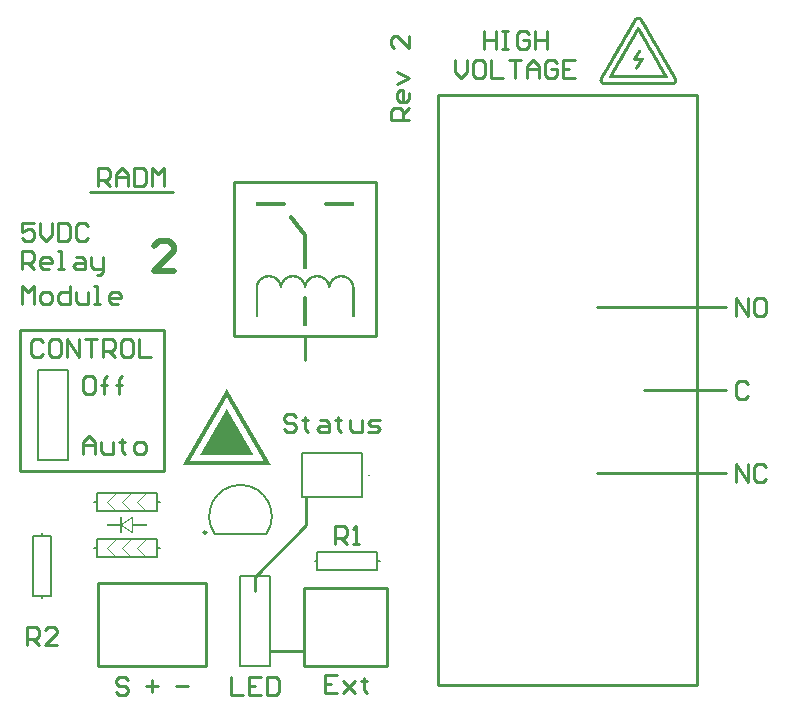
<source format=gbr>
%TF.GenerationSoftware,Altium Limited,Altium Designer,21.8.1 (53)*%
G04 Layer_Color=65535*
%FSLAX43Y43*%
%MOMM*%
%TF.SameCoordinates,5F523219-7FD1-4E24-926C-018E4D8E6641*%
%TF.FilePolarity,Positive*%
%TF.FileFunction,Legend,Top*%
%TF.Part,Single*%
G01*
G75*
%TA.AperFunction,NonConductor*%
%ADD24C,0.254*%
%ADD36C,0.250*%
%ADD37C,0.200*%
%ADD38C,0.100*%
%ADD39C,0.500*%
G36*
X54576Y60264D02*
X54632D01*
Y60246D01*
X54688D01*
Y60227D01*
X54707D01*
Y60208D01*
X54744D01*
Y60190D01*
X54763D01*
Y60171D01*
X54781D01*
Y60152D01*
X54800D01*
Y60134D01*
X54818D01*
Y60115D01*
X54837D01*
Y60078D01*
X54856D01*
Y60041D01*
X54874D01*
Y60022D01*
X54893D01*
Y59985D01*
X54912D01*
Y59947D01*
X54930D01*
Y59929D01*
X54949D01*
Y59892D01*
X54968D01*
Y59854D01*
X54986D01*
Y59817D01*
X55005D01*
Y59798D01*
X55023D01*
Y59761D01*
X55042D01*
Y59724D01*
X55061D01*
Y59705D01*
X55079D01*
Y59668D01*
X55098D01*
Y59631D01*
X55117D01*
Y59593D01*
X55135D01*
Y59575D01*
X55154D01*
Y59537D01*
X55173D01*
Y59500D01*
X55191D01*
Y59482D01*
X55210D01*
Y59444D01*
X55228D01*
Y59407D01*
X55247D01*
Y59370D01*
X55266D01*
Y59351D01*
X55284D01*
Y59314D01*
X55303D01*
Y59277D01*
X55322D01*
Y59239D01*
X55340D01*
Y59202D01*
X55359D01*
Y59183D01*
X55378D01*
Y59146D01*
X55396D01*
Y59109D01*
X55415D01*
Y59090D01*
X55433D01*
Y59053D01*
X55452D01*
Y59016D01*
X55471D01*
Y58978D01*
X55489D01*
Y58960D01*
X55508D01*
Y58922D01*
X55527D01*
Y58885D01*
X55545D01*
Y58848D01*
X55564D01*
Y58829D01*
X55583D01*
Y58792D01*
X55601D01*
Y58755D01*
X55620D01*
Y58736D01*
X55638D01*
Y58699D01*
X55657D01*
Y58662D01*
X55676D01*
Y58643D01*
X55694D01*
Y58606D01*
X55713D01*
Y58568D01*
X55732D01*
Y58531D01*
X55750D01*
Y58512D01*
X55769D01*
Y58475D01*
X55788D01*
Y58438D01*
X55806D01*
Y58419D01*
X55825D01*
Y58363D01*
X55843D01*
Y58345D01*
X55862D01*
Y58307D01*
X55881D01*
Y58270D01*
X55899D01*
Y58233D01*
X55918D01*
Y58214D01*
X55937D01*
Y58177D01*
X55955D01*
Y58140D01*
X55974D01*
Y58121D01*
X55993D01*
Y58084D01*
X56011D01*
Y58047D01*
X56030D01*
Y58009D01*
X56048D01*
Y57991D01*
X56067D01*
Y57953D01*
X56086D01*
Y57916D01*
X56104D01*
Y57898D01*
X56123D01*
Y57860D01*
X56142D01*
Y57823D01*
X56160D01*
Y57786D01*
X56179D01*
Y57767D01*
X56197D01*
Y57730D01*
X56216D01*
Y57693D01*
X56235D01*
Y57674D01*
X56253D01*
Y57637D01*
X56272D01*
Y57599D01*
X56291D01*
Y57562D01*
X56309D01*
Y57543D01*
X56328D01*
Y57506D01*
X56347D01*
Y57469D01*
X56365D01*
Y57432D01*
X56384D01*
Y57394D01*
X56403D01*
Y57376D01*
X56421D01*
Y57338D01*
X56440D01*
Y57301D01*
X56458D01*
Y57283D01*
X56477D01*
Y57245D01*
X56496D01*
Y57208D01*
X56514D01*
Y57171D01*
X56533D01*
Y57152D01*
X56552D01*
Y57115D01*
X56570D01*
Y57078D01*
X56589D01*
Y57059D01*
X56607D01*
Y57022D01*
X56626D01*
Y56984D01*
X56645D01*
Y56947D01*
X56663D01*
Y56928D01*
X56682D01*
Y56891D01*
X56701D01*
Y56854D01*
X56719D01*
Y56835D01*
X56738D01*
Y56798D01*
X56757D01*
Y56761D01*
X56775D01*
Y56723D01*
X56794D01*
Y56705D01*
X56812D01*
Y56668D01*
X56831D01*
Y56630D01*
X56850D01*
Y56593D01*
X56868D01*
Y56556D01*
X56887D01*
Y56537D01*
X56906D01*
Y56500D01*
X56924D01*
Y56463D01*
X56943D01*
Y56425D01*
X56962D01*
Y56407D01*
X56980D01*
Y56369D01*
X56999D01*
Y56332D01*
X57017D01*
Y56313D01*
X57036D01*
Y56276D01*
X57055D01*
Y56239D01*
X57073D01*
Y56202D01*
X57092D01*
Y56183D01*
X57111D01*
Y56146D01*
X57129D01*
Y56108D01*
X57148D01*
Y56090D01*
X57167D01*
Y56053D01*
X57185D01*
Y56015D01*
X57204D01*
Y55978D01*
X57222D01*
Y55959D01*
X57241D01*
Y55922D01*
X57260D01*
Y55885D01*
X57278D01*
Y55866D01*
X57297D01*
Y55829D01*
X57316D01*
Y55792D01*
X57334D01*
Y55754D01*
X57353D01*
Y55717D01*
X57372D01*
Y55698D01*
X57390D01*
Y55661D01*
X57409D01*
Y55624D01*
X57427D01*
Y55587D01*
X57446D01*
Y55568D01*
X57465D01*
Y55531D01*
X57483D01*
Y55493D01*
X57502D01*
Y55475D01*
X57521D01*
Y55438D01*
X57539D01*
Y55400D01*
X57558D01*
Y55363D01*
X57577D01*
Y55344D01*
X57595D01*
Y55307D01*
X57614D01*
Y55270D01*
X57632D01*
Y55251D01*
X57651D01*
Y55214D01*
X57670D01*
Y55177D01*
X57688D01*
Y55139D01*
X57707D01*
Y55121D01*
X57726D01*
Y55065D01*
X57744D01*
Y55028D01*
X57763D01*
Y54953D01*
X57782D01*
Y54841D01*
X57763D01*
Y54767D01*
X57744D01*
Y54729D01*
X57726D01*
Y54674D01*
X57707D01*
Y54655D01*
X57688D01*
Y54636D01*
X57670D01*
Y54599D01*
X57651D01*
Y54580D01*
X57632D01*
Y54562D01*
X57595D01*
Y54543D01*
X57577D01*
Y54524D01*
X57539D01*
Y54506D01*
X57502D01*
Y54487D01*
X57427D01*
Y54469D01*
X51539D01*
Y54487D01*
X51464D01*
Y54506D01*
X51427D01*
Y54524D01*
X51389D01*
Y54543D01*
X51371D01*
Y54562D01*
X51334D01*
Y54580D01*
X51315D01*
Y54599D01*
X51296D01*
Y54636D01*
X51278D01*
Y54655D01*
X51259D01*
Y54674D01*
X51240D01*
Y54729D01*
X51222D01*
Y54767D01*
X51203D01*
Y54841D01*
X51184D01*
Y54953D01*
X51203D01*
Y55028D01*
X51222D01*
Y55083D01*
X51240D01*
Y55121D01*
X51259D01*
Y55139D01*
X51278D01*
Y55177D01*
X51296D01*
Y55214D01*
X51315D01*
Y55251D01*
X51334D01*
Y55270D01*
X51352D01*
Y55307D01*
X51371D01*
Y55344D01*
X51389D01*
Y55363D01*
X51408D01*
Y55400D01*
X51427D01*
Y55438D01*
X51445D01*
Y55475D01*
X51464D01*
Y55493D01*
X51483D01*
Y55531D01*
X51501D01*
Y55568D01*
X51520D01*
Y55587D01*
X51539D01*
Y55624D01*
X51557D01*
Y55661D01*
X51576D01*
Y55698D01*
X51594D01*
Y55717D01*
X51613D01*
Y55754D01*
X51632D01*
Y55792D01*
X51650D01*
Y55829D01*
X51669D01*
Y55866D01*
X51688D01*
Y55885D01*
X51706D01*
Y55922D01*
X51725D01*
Y55959D01*
X51744D01*
Y55978D01*
X51762D01*
Y56015D01*
X51781D01*
Y56053D01*
X51799D01*
Y56090D01*
X51818D01*
Y56108D01*
X51837D01*
Y56146D01*
X51855D01*
Y56183D01*
X51874D01*
Y56202D01*
X51893D01*
Y56239D01*
X51911D01*
Y56276D01*
X51930D01*
Y56313D01*
X51949D01*
Y56332D01*
X51967D01*
Y56369D01*
X51986D01*
Y56407D01*
X52004D01*
Y56425D01*
X52023D01*
Y56463D01*
X52042D01*
Y56500D01*
X52060D01*
Y56537D01*
X52079D01*
Y56556D01*
X52098D01*
Y56593D01*
X52116D01*
Y56630D01*
X52135D01*
Y56668D01*
X52154D01*
Y56705D01*
X52172D01*
Y56723D01*
X52191D01*
Y56761D01*
X52209D01*
Y56798D01*
X52228D01*
Y56835D01*
X52247D01*
Y56854D01*
X52265D01*
Y56891D01*
X52284D01*
Y56928D01*
X52303D01*
Y56947D01*
X52321D01*
Y56984D01*
X52340D01*
Y57022D01*
X52359D01*
Y57059D01*
X52377D01*
Y57078D01*
X52396D01*
Y57115D01*
X52414D01*
Y57152D01*
X52433D01*
Y57171D01*
X52452D01*
Y57208D01*
X52470D01*
Y57245D01*
X52489D01*
Y57283D01*
X52508D01*
Y57301D01*
X52526D01*
Y57338D01*
X52545D01*
Y57376D01*
X52563D01*
Y57394D01*
X52582D01*
Y57432D01*
X52601D01*
Y57469D01*
X52619D01*
Y57506D01*
X52638D01*
Y57543D01*
X52657D01*
Y57562D01*
X52675D01*
Y57599D01*
X52694D01*
Y57637D01*
X52713D01*
Y57674D01*
X52731D01*
Y57693D01*
X52750D01*
Y57730D01*
X52769D01*
Y57767D01*
X52787D01*
Y57786D01*
X52806D01*
Y57823D01*
X52824D01*
Y57860D01*
X52843D01*
Y57898D01*
X52862D01*
Y57916D01*
X52880D01*
Y57953D01*
X52899D01*
Y57991D01*
X52918D01*
Y58009D01*
X52936D01*
Y58047D01*
X52955D01*
Y58084D01*
X52973D01*
Y58121D01*
X52992D01*
Y58140D01*
X53011D01*
Y58177D01*
X53029D01*
Y58214D01*
X53048D01*
Y58233D01*
X53067D01*
Y58270D01*
X53085D01*
Y58307D01*
X53104D01*
Y58345D01*
X53123D01*
Y58363D01*
X53141D01*
Y58401D01*
X53160D01*
Y58438D01*
X53178D01*
Y58475D01*
X53197D01*
Y58512D01*
X53216D01*
Y58531D01*
X53234D01*
Y58568D01*
X53253D01*
Y58606D01*
X53272D01*
Y58643D01*
X53290D01*
Y58662D01*
X53309D01*
Y58699D01*
X53328D01*
Y58736D01*
X53346D01*
Y58755D01*
X53365D01*
Y58792D01*
X53383D01*
Y58829D01*
X53402D01*
Y58848D01*
X53421D01*
Y58885D01*
X53439D01*
Y58922D01*
X53458D01*
Y58960D01*
X53477D01*
Y58978D01*
X53495D01*
Y59016D01*
X53514D01*
Y59053D01*
X53533D01*
Y59090D01*
X53551D01*
Y59109D01*
X53570D01*
Y59146D01*
X53588D01*
Y59183D01*
X53607D01*
Y59202D01*
X53626D01*
Y59239D01*
X53644D01*
Y59277D01*
X53663D01*
Y59314D01*
X53682D01*
Y59351D01*
X53700D01*
Y59370D01*
X53719D01*
Y59407D01*
X53738D01*
Y59444D01*
X53756D01*
Y59482D01*
X53775D01*
Y59500D01*
X53793D01*
Y59537D01*
X53812D01*
Y59575D01*
X53831D01*
Y59593D01*
X53849D01*
Y59631D01*
X53868D01*
Y59668D01*
X53887D01*
Y59705D01*
X53905D01*
Y59724D01*
X53924D01*
Y59761D01*
X53943D01*
Y59798D01*
X53961D01*
Y59817D01*
X53980D01*
Y59854D01*
X53998D01*
Y59892D01*
X54017D01*
Y59929D01*
X54036D01*
Y59947D01*
X54054D01*
Y59985D01*
X54073D01*
Y60022D01*
X54092D01*
Y60041D01*
X54110D01*
Y60078D01*
X54129D01*
Y60115D01*
X54148D01*
Y60134D01*
X54166D01*
Y60152D01*
X54185D01*
Y60171D01*
X54203D01*
Y60190D01*
X54222D01*
Y60208D01*
X54259D01*
Y60227D01*
X54278D01*
Y60246D01*
X54334D01*
Y60264D01*
X54408D01*
Y60283D01*
X54576D01*
Y60264D01*
D02*
G37*
G36*
X30273Y44606D02*
X30291D01*
Y44603D01*
X30303D01*
Y44600D01*
X30312D01*
Y44597D01*
X30321D01*
Y44594D01*
X30327D01*
Y44591D01*
X30333D01*
Y44588D01*
X30339D01*
Y44585D01*
X30345D01*
Y44582D01*
X30351D01*
Y44579D01*
X30354D01*
Y44576D01*
X30360D01*
Y44573D01*
X30363D01*
Y44570D01*
X30366D01*
Y44567D01*
X30369D01*
Y44564D01*
X30375D01*
Y44561D01*
X30378D01*
Y44558D01*
X30381D01*
Y44555D01*
X30384D01*
Y44552D01*
X30387D01*
Y44549D01*
X30390D01*
Y44543D01*
X30393D01*
Y44540D01*
X30396D01*
Y44537D01*
X30399D01*
Y44534D01*
X30402D01*
Y44528D01*
X30405D01*
Y44525D01*
X30408D01*
Y44519D01*
X30411D01*
Y44513D01*
X30414D01*
Y44507D01*
X30417D01*
Y44501D01*
X30420D01*
Y44495D01*
X30423D01*
Y44486D01*
X30426D01*
Y44477D01*
X30429D01*
Y44465D01*
X30432D01*
Y44447D01*
X30435D01*
Y44405D01*
X30432D01*
Y44387D01*
X30429D01*
Y44375D01*
X30426D01*
Y44366D01*
X30423D01*
Y44357D01*
X30420D01*
Y44351D01*
X30417D01*
Y44345D01*
X30414D01*
Y44339D01*
X30411D01*
Y44333D01*
X30408D01*
Y44327D01*
X30405D01*
Y44324D01*
X30402D01*
Y44318D01*
X30399D01*
Y44315D01*
X30396D01*
Y44312D01*
X30393D01*
Y44309D01*
X30390D01*
Y44303D01*
X30387D01*
Y44300D01*
X30384D01*
Y44297D01*
X30381D01*
Y44294D01*
X30378D01*
Y44291D01*
X30375D01*
Y44288D01*
X30369D01*
Y44285D01*
X30366D01*
Y44282D01*
X30363D01*
Y44279D01*
X30360D01*
Y44276D01*
X30354D01*
Y44273D01*
X30351D01*
Y44270D01*
X30345D01*
Y44267D01*
X30339D01*
Y44264D01*
X30333D01*
Y44261D01*
X30327D01*
Y44258D01*
X30321D01*
Y44255D01*
X30312D01*
Y44252D01*
X30303D01*
Y44249D01*
X30291D01*
Y44246D01*
X30273D01*
Y44243D01*
X28045D01*
Y44246D01*
X28030D01*
Y44249D01*
X28018D01*
Y44252D01*
X28009D01*
Y44255D01*
X28000D01*
Y44258D01*
X27994D01*
Y44261D01*
X27988D01*
Y44264D01*
X27982D01*
Y44267D01*
X27976D01*
Y44270D01*
X27970D01*
Y44273D01*
X27967D01*
Y44276D01*
X27961D01*
Y44279D01*
X27958D01*
Y44282D01*
X27955D01*
Y44285D01*
X27952D01*
Y44288D01*
X27946D01*
Y44291D01*
X27943D01*
Y44294D01*
X27940D01*
Y44297D01*
X27937D01*
Y44300D01*
X27934D01*
Y44303D01*
X27931D01*
Y44309D01*
X27928D01*
Y44312D01*
X27925D01*
Y44315D01*
X27922D01*
Y44318D01*
X27919D01*
Y44324D01*
X27916D01*
Y44327D01*
X27913D01*
Y44333D01*
X27910D01*
Y44339D01*
X27907D01*
Y44345D01*
X27904D01*
Y44351D01*
X27901D01*
Y44357D01*
X27898D01*
Y44366D01*
X27895D01*
Y44375D01*
X27892D01*
Y44387D01*
X27889D01*
Y44402D01*
X27885D01*
Y44447D01*
X27889D01*
Y44465D01*
X27892D01*
Y44477D01*
X27895D01*
Y44486D01*
X27898D01*
Y44495D01*
X27901D01*
Y44501D01*
X27904D01*
Y44507D01*
X27907D01*
Y44513D01*
X27910D01*
Y44519D01*
X27913D01*
Y44525D01*
X27916D01*
Y44528D01*
X27919D01*
Y44534D01*
X27922D01*
Y44537D01*
X27925D01*
Y44540D01*
X27928D01*
Y44543D01*
X27931D01*
Y44549D01*
X27934D01*
Y44552D01*
X27937D01*
Y44555D01*
X27940D01*
Y44558D01*
X27943D01*
Y44561D01*
X27946D01*
Y44564D01*
X27952D01*
Y44567D01*
X27955D01*
Y44570D01*
X27958D01*
Y44573D01*
X27961D01*
Y44576D01*
X27967D01*
Y44579D01*
X27970D01*
Y44582D01*
X27976D01*
Y44585D01*
X27982D01*
Y44588D01*
X27988D01*
Y44591D01*
X27994D01*
Y44594D01*
X28000D01*
Y44597D01*
X28009D01*
Y44600D01*
X28018D01*
Y44603D01*
X28030D01*
Y44606D01*
X28048D01*
Y44609D01*
X30273D01*
Y44606D01*
D02*
G37*
G36*
X24480D02*
X24498D01*
Y44603D01*
X24510D01*
Y44600D01*
X24519D01*
Y44597D01*
X24528D01*
Y44594D01*
X24534D01*
Y44591D01*
X24540D01*
Y44588D01*
X24546D01*
Y44585D01*
X24552D01*
Y44582D01*
X24558D01*
Y44579D01*
X24561D01*
Y44576D01*
X24567D01*
Y44573D01*
X24570D01*
Y44570D01*
X24573D01*
Y44567D01*
X24576D01*
Y44564D01*
X24582D01*
Y44561D01*
X24585D01*
Y44558D01*
X24588D01*
Y44555D01*
X24591D01*
Y44552D01*
X24594D01*
Y44549D01*
X24597D01*
Y44543D01*
X24600D01*
Y44540D01*
X24603D01*
Y44537D01*
X24606D01*
Y44534D01*
X24609D01*
Y44528D01*
X24612D01*
Y44525D01*
X24615D01*
Y44519D01*
X24618D01*
Y44513D01*
X24621D01*
Y44507D01*
X24624D01*
Y44501D01*
X24627D01*
Y44495D01*
X24630D01*
Y44486D01*
X24633D01*
Y44477D01*
X24636D01*
Y44465D01*
X24639D01*
Y44447D01*
X24642D01*
Y44405D01*
X24639D01*
Y44387D01*
X24636D01*
Y44375D01*
X24633D01*
Y44366D01*
X24630D01*
Y44357D01*
X24627D01*
Y44351D01*
X24624D01*
Y44345D01*
X24621D01*
Y44339D01*
X24618D01*
Y44333D01*
X24615D01*
Y44327D01*
X24612D01*
Y44324D01*
X24609D01*
Y44318D01*
X24606D01*
Y44315D01*
X24603D01*
Y44312D01*
X24600D01*
Y44309D01*
X24597D01*
Y44303D01*
X24594D01*
Y44300D01*
X24591D01*
Y44297D01*
X24588D01*
Y44294D01*
X24585D01*
Y44291D01*
X24582D01*
Y44288D01*
X24576D01*
Y44285D01*
X24573D01*
Y44282D01*
X24570D01*
Y44279D01*
X24567D01*
Y44276D01*
X24561D01*
Y44273D01*
X24558D01*
Y44270D01*
X24552D01*
Y44267D01*
X24546D01*
Y44264D01*
X24540D01*
Y44261D01*
X24534D01*
Y44258D01*
X24528D01*
Y44255D01*
X24519D01*
Y44252D01*
X24510D01*
Y44249D01*
X24498D01*
Y44246D01*
X24480D01*
Y44243D01*
X22252D01*
Y44246D01*
X22237D01*
Y44249D01*
X22225D01*
Y44252D01*
X22216D01*
Y44255D01*
X22207D01*
Y44258D01*
X22201D01*
Y44261D01*
X22195D01*
Y44264D01*
X22189D01*
Y44267D01*
X22183D01*
Y44270D01*
X22177D01*
Y44273D01*
X22174D01*
Y44276D01*
X22168D01*
Y44279D01*
X22165D01*
Y44282D01*
X22162D01*
Y44285D01*
X22159D01*
Y44288D01*
X22153D01*
Y44291D01*
X22150D01*
Y44294D01*
X22147D01*
Y44297D01*
X22144D01*
Y44300D01*
X22141D01*
Y44303D01*
X22138D01*
Y44309D01*
X22135D01*
Y44312D01*
X22132D01*
Y44315D01*
X22128D01*
Y44318D01*
X22125D01*
Y44324D01*
X22122D01*
Y44327D01*
X22119D01*
Y44333D01*
X22116D01*
Y44339D01*
X22113D01*
Y44345D01*
X22110D01*
Y44351D01*
X22107D01*
Y44357D01*
X22104D01*
Y44366D01*
X22101D01*
Y44375D01*
X22098D01*
Y44387D01*
X22095D01*
Y44402D01*
X22092D01*
Y44447D01*
X22095D01*
Y44465D01*
X22098D01*
Y44477D01*
X22101D01*
Y44486D01*
X22104D01*
Y44495D01*
X22107D01*
Y44501D01*
X22110D01*
Y44507D01*
X22113D01*
Y44513D01*
X22116D01*
Y44519D01*
X22119D01*
Y44525D01*
X22122D01*
Y44528D01*
X22125D01*
Y44534D01*
X22128D01*
Y44537D01*
X22132D01*
Y44540D01*
X22135D01*
Y44543D01*
X22138D01*
Y44549D01*
X22141D01*
Y44552D01*
X22144D01*
Y44555D01*
X22147D01*
Y44558D01*
X22150D01*
Y44561D01*
X22153D01*
Y44564D01*
X22159D01*
Y44567D01*
X22162D01*
Y44570D01*
X22165D01*
Y44573D01*
X22168D01*
Y44576D01*
X22174D01*
Y44579D01*
X22177D01*
Y44582D01*
X22183D01*
Y44585D01*
X22189D01*
Y44588D01*
X22195D01*
Y44591D01*
X22201D01*
Y44594D01*
X22207D01*
Y44597D01*
X22216D01*
Y44600D01*
X22225D01*
Y44603D01*
X22237D01*
Y44606D01*
X22255D01*
Y44609D01*
X24480D01*
Y44606D01*
D02*
G37*
G36*
X25114Y43465D02*
X25132D01*
Y43462D01*
X25141D01*
Y43459D01*
X25150D01*
Y43456D01*
X25159D01*
Y43453D01*
X25165D01*
Y43450D01*
X25171D01*
Y43447D01*
X25177D01*
Y43444D01*
X25183D01*
Y43441D01*
X25189D01*
Y43438D01*
X25192D01*
Y43435D01*
X25198D01*
Y43432D01*
X25201D01*
Y43429D01*
X25204D01*
Y43426D01*
X25210D01*
Y43423D01*
X25213D01*
Y43420D01*
X25216D01*
Y43417D01*
X25219D01*
Y43414D01*
X25222D01*
Y43411D01*
X25225D01*
Y43408D01*
X25228D01*
Y43402D01*
X25231D01*
Y43399D01*
X25234D01*
Y43396D01*
X25237D01*
Y43393D01*
X25240D01*
Y43387D01*
X25243D01*
Y43384D01*
X25246D01*
Y43381D01*
X25249D01*
Y43378D01*
X25252D01*
Y43372D01*
X25255D01*
Y43369D01*
X25258D01*
Y43366D01*
X25261D01*
Y43360D01*
X25264D01*
Y43357D01*
X25267D01*
Y43354D01*
X25270D01*
Y43351D01*
X25273D01*
Y43345D01*
X25276D01*
Y43342D01*
X25279D01*
Y43339D01*
X25282D01*
Y43333D01*
X25285D01*
Y43330D01*
X25288D01*
Y43327D01*
X25291D01*
Y43324D01*
X25294D01*
Y43318D01*
X25297D01*
Y43315D01*
X25300D01*
Y43312D01*
X25303D01*
Y43306D01*
X25306D01*
Y43303D01*
X25309D01*
Y43300D01*
X25312D01*
Y43297D01*
X25315D01*
Y43291D01*
X25318D01*
Y43288D01*
X25321D01*
Y43285D01*
X25324D01*
Y43279D01*
X25327D01*
Y43276D01*
X25330D01*
Y43273D01*
X25333D01*
Y43270D01*
X25336D01*
Y43264D01*
X25339D01*
Y43261D01*
X25342D01*
Y43258D01*
X25345D01*
Y43252D01*
X25348D01*
Y43249D01*
X25351D01*
Y43246D01*
X25354D01*
Y43240D01*
X25357D01*
Y43237D01*
X25360D01*
Y43234D01*
X25363D01*
Y43231D01*
X25366D01*
Y43225D01*
X25369D01*
Y43222D01*
X25372D01*
Y43219D01*
X25375D01*
Y43213D01*
X25378D01*
Y43210D01*
X25381D01*
Y43207D01*
X25384D01*
Y43204D01*
X25387D01*
Y43198D01*
X25390D01*
Y43195D01*
X25393D01*
Y43192D01*
X25396D01*
Y43189D01*
X25399D01*
Y43183D01*
X25402D01*
Y43180D01*
X25405D01*
Y43177D01*
X25408D01*
Y43171D01*
X25411D01*
Y43168D01*
X25414D01*
Y43165D01*
X25417D01*
Y43159D01*
X25420D01*
Y43156D01*
X25423D01*
Y43153D01*
X25426D01*
Y43150D01*
X25429D01*
Y43144D01*
X25432D01*
Y43141D01*
X25435D01*
Y43138D01*
X25438D01*
Y43132D01*
X25441D01*
Y43129D01*
X25444D01*
Y43126D01*
X25447D01*
Y43123D01*
X25450D01*
Y43117D01*
X25453D01*
Y43114D01*
X25456D01*
Y43111D01*
X25459D01*
Y43105D01*
X25462D01*
Y43102D01*
X25465D01*
Y43099D01*
X25468D01*
Y43096D01*
X25471D01*
Y43090D01*
X25474D01*
Y43087D01*
X25477D01*
Y43084D01*
X25480D01*
Y43078D01*
X25483D01*
Y43075D01*
X25486D01*
Y43072D01*
X25489D01*
Y43069D01*
X25492D01*
Y43063D01*
X25495D01*
Y43060D01*
X25498D01*
Y43057D01*
X25501D01*
Y43051D01*
X25504D01*
Y43048D01*
X25507D01*
Y43045D01*
X25510D01*
Y43042D01*
X25513D01*
Y43036D01*
X25516D01*
Y43033D01*
X25519D01*
Y43030D01*
X25522D01*
Y43024D01*
X25525D01*
Y43021D01*
X25528D01*
Y43018D01*
X25531D01*
Y43015D01*
X25534D01*
Y43009D01*
X25537D01*
Y43006D01*
X25540D01*
Y43003D01*
X25543D01*
Y42997D01*
X25546D01*
Y42994D01*
X25549D01*
Y42991D01*
X25552D01*
Y42988D01*
X25555D01*
Y42981D01*
X25558D01*
Y42979D01*
X25561D01*
Y42975D01*
X25564D01*
Y42969D01*
X25567D01*
Y42966D01*
X25570D01*
Y42963D01*
X25573D01*
Y42960D01*
X25576D01*
Y42954D01*
X25579D01*
Y42951D01*
X25582D01*
Y42948D01*
X25585D01*
Y42942D01*
X25588D01*
Y42939D01*
X25591D01*
Y42936D01*
X25594D01*
Y42933D01*
X25597D01*
Y42927D01*
X25600D01*
Y42924D01*
X25603D01*
Y42921D01*
X25606D01*
Y42915D01*
X25609D01*
Y42912D01*
X25612D01*
Y42909D01*
X25615D01*
Y42906D01*
X25618D01*
Y42900D01*
X25621D01*
Y42897D01*
X25624D01*
Y42894D01*
X25627D01*
Y42888D01*
X25630D01*
Y42885D01*
X25633D01*
Y42882D01*
X25636D01*
Y42879D01*
X25639D01*
Y42873D01*
X25642D01*
Y42870D01*
X25645D01*
Y42867D01*
X25648D01*
Y42861D01*
X25651D01*
Y42858D01*
X25654D01*
Y42855D01*
X25657D01*
Y42852D01*
X25660D01*
Y42846D01*
X25663D01*
Y42843D01*
X25666D01*
Y42840D01*
X25669D01*
Y42834D01*
X25672D01*
Y42831D01*
X25675D01*
Y42828D01*
X25678D01*
Y42825D01*
X25681D01*
Y42819D01*
X25684D01*
Y42816D01*
X25687D01*
Y42813D01*
X25690D01*
Y42807D01*
X25693D01*
Y42804D01*
X25696D01*
Y42801D01*
X25699D01*
Y42798D01*
X25702D01*
Y42792D01*
X25705D01*
Y42789D01*
X25708D01*
Y42786D01*
X25711D01*
Y42780D01*
X25714D01*
Y42777D01*
X25717D01*
Y42774D01*
X25720D01*
Y42771D01*
X25723D01*
Y42765D01*
X25726D01*
Y42762D01*
X25729D01*
Y42759D01*
X25732D01*
Y42753D01*
X25735D01*
Y42750D01*
X25738D01*
Y42747D01*
X25741D01*
Y42744D01*
X25744D01*
Y42738D01*
X25747D01*
Y42735D01*
X25750D01*
Y42732D01*
X25753D01*
Y42726D01*
X25756D01*
Y42723D01*
X25759D01*
Y42720D01*
X25762D01*
Y42717D01*
X25765D01*
Y42711D01*
X25768D01*
Y42708D01*
X25771D01*
Y42705D01*
X25774D01*
Y42699D01*
X25777D01*
Y42696D01*
X25780D01*
Y42693D01*
X25783D01*
Y42690D01*
X25786D01*
Y42684D01*
X25789D01*
Y42681D01*
X25792D01*
Y42678D01*
X25795D01*
Y42672D01*
X25798D01*
Y42669D01*
X25801D01*
Y42666D01*
X25804D01*
Y42663D01*
X25807D01*
Y42657D01*
X25810D01*
Y42654D01*
X25813D01*
Y42651D01*
X25816D01*
Y42645D01*
X25819D01*
Y42642D01*
X25822D01*
Y42639D01*
X25825D01*
Y42636D01*
X25828D01*
Y42630D01*
X25831D01*
Y42627D01*
X25834D01*
Y42624D01*
X25837D01*
Y42618D01*
X25840D01*
Y42615D01*
X25843D01*
Y42612D01*
X25846D01*
Y42609D01*
X25849D01*
Y42603D01*
X25852D01*
Y42600D01*
X25855D01*
Y42597D01*
X25858D01*
Y42591D01*
X25861D01*
Y42588D01*
X25864D01*
Y42585D01*
X25867D01*
Y42582D01*
X25870D01*
Y42576D01*
X25873D01*
Y42573D01*
X25876D01*
Y42570D01*
X25879D01*
Y42564D01*
X25882D01*
Y42561D01*
X25885D01*
Y42558D01*
X25888D01*
Y42555D01*
X25891D01*
Y42549D01*
X25894D01*
Y42546D01*
X25897D01*
Y42543D01*
X25900D01*
Y42537D01*
X25903D01*
Y42534D01*
X25906D01*
Y42531D01*
X25909D01*
Y42528D01*
X25912D01*
Y42522D01*
X25915D01*
Y42519D01*
X25918D01*
Y42516D01*
X25921D01*
Y42510D01*
X25924D01*
Y42507D01*
X25927D01*
Y42504D01*
X25930D01*
Y42498D01*
X25933D01*
Y42495D01*
X25936D01*
Y42492D01*
X25939D01*
Y42489D01*
X25942D01*
Y42483D01*
X25945D01*
Y42480D01*
X25948D01*
Y42477D01*
X25951D01*
Y42471D01*
X25954D01*
Y42468D01*
X25957D01*
Y42465D01*
X25960D01*
Y42462D01*
X25963D01*
Y42456D01*
X25966D01*
Y42453D01*
X25969D01*
Y42450D01*
X25973D01*
Y42444D01*
X25976D01*
Y42441D01*
X25979D01*
Y42438D01*
X25982D01*
Y42435D01*
X25985D01*
Y42429D01*
X25988D01*
Y42426D01*
X25991D01*
Y42423D01*
X25994D01*
Y42417D01*
X25997D01*
Y42414D01*
X26000D01*
Y42411D01*
X26003D01*
Y42408D01*
X26006D01*
Y42402D01*
X26009D01*
Y42399D01*
X26012D01*
Y42396D01*
X26015D01*
Y42390D01*
X26018D01*
Y42387D01*
X26021D01*
Y42384D01*
X26024D01*
Y42381D01*
X26027D01*
Y42375D01*
X26030D01*
Y42372D01*
X26033D01*
Y42369D01*
X26036D01*
Y42363D01*
X26039D01*
Y42360D01*
X26042D01*
Y42357D01*
X26045D01*
Y42354D01*
X26048D01*
Y42348D01*
X26051D01*
Y42345D01*
X26054D01*
Y42342D01*
X26057D01*
Y42336D01*
X26060D01*
Y42333D01*
X26063D01*
Y42330D01*
X26066D01*
Y42327D01*
X26069D01*
Y42321D01*
X26072D01*
Y42318D01*
X26075D01*
Y42315D01*
X26078D01*
Y42309D01*
X26081D01*
Y42306D01*
X26084D01*
Y42303D01*
X26087D01*
Y42300D01*
X26090D01*
Y42294D01*
X26093D01*
Y42291D01*
X26096D01*
Y42288D01*
X26099D01*
Y42282D01*
X26102D01*
Y42279D01*
X26105D01*
Y42276D01*
X26108D01*
Y42273D01*
X26111D01*
Y42267D01*
X26114D01*
Y42264D01*
X26117D01*
Y42261D01*
X26120D01*
Y42255D01*
X26123D01*
Y42252D01*
X26126D01*
Y42249D01*
X26129D01*
Y42246D01*
X26132D01*
Y42240D01*
X26135D01*
Y42237D01*
X26138D01*
Y42234D01*
X26141D01*
Y42228D01*
X26144D01*
Y42225D01*
X26147D01*
Y42222D01*
X26150D01*
Y42219D01*
X26153D01*
Y42213D01*
X26156D01*
Y42210D01*
X26159D01*
Y42207D01*
X26162D01*
Y42201D01*
X26165D01*
Y42198D01*
X26168D01*
Y42195D01*
X26171D01*
Y42192D01*
X26174D01*
Y42186D01*
X26177D01*
Y42183D01*
X26180D01*
Y42180D01*
X26183D01*
Y42174D01*
X26186D01*
Y42171D01*
X26189D01*
Y42168D01*
X26192D01*
Y42165D01*
X26195D01*
Y42159D01*
X26198D01*
Y42156D01*
X26201D01*
Y42153D01*
X26204D01*
Y42147D01*
X26207D01*
Y42144D01*
X26210D01*
Y42141D01*
X26213D01*
Y42138D01*
X26216D01*
Y42132D01*
X26219D01*
Y42129D01*
X26222D01*
Y42126D01*
X26225D01*
Y42120D01*
X26228D01*
Y42117D01*
X26231D01*
Y42114D01*
X26234D01*
Y42111D01*
X26237D01*
Y42105D01*
X26240D01*
Y42102D01*
X26243D01*
Y42099D01*
X26246D01*
Y42093D01*
X26249D01*
Y42090D01*
X26252D01*
Y42087D01*
X26255D01*
Y42084D01*
X26258D01*
Y42078D01*
X26261D01*
Y42075D01*
X26264D01*
Y42072D01*
X26267D01*
Y42066D01*
X26270D01*
Y42063D01*
X26273D01*
Y42060D01*
X26276D01*
Y42057D01*
X26279D01*
Y42051D01*
X26282D01*
Y42048D01*
X26285D01*
Y42045D01*
X26288D01*
Y42039D01*
X26291D01*
Y42036D01*
X26294D01*
Y42033D01*
X26297D01*
Y42030D01*
X26300D01*
Y42023D01*
X26303D01*
Y42021D01*
X26306D01*
Y42018D01*
X26309D01*
Y42011D01*
X26312D01*
Y42008D01*
X26315D01*
Y42005D01*
X26318D01*
Y42002D01*
X26321D01*
Y41996D01*
X26324D01*
Y41993D01*
X26327D01*
Y41990D01*
X26330D01*
Y41984D01*
X26333D01*
Y41981D01*
X26336D01*
Y41978D01*
X26339D01*
Y41975D01*
X26342D01*
Y41969D01*
X26345D01*
Y41966D01*
X26348D01*
Y41963D01*
X26351D01*
Y41957D01*
X26354D01*
Y41954D01*
X26357D01*
Y41951D01*
X26360D01*
Y41948D01*
X26363D01*
Y41942D01*
X26366D01*
Y41939D01*
X26369D01*
Y41936D01*
X26372D01*
Y41930D01*
X26375D01*
Y41927D01*
X26378D01*
Y41924D01*
X26381D01*
Y41921D01*
X26384D01*
Y41915D01*
X26387D01*
Y41912D01*
X26390D01*
Y41909D01*
X26393D01*
Y41903D01*
X26396D01*
Y41900D01*
X26399D01*
Y41894D01*
X26402D01*
Y41891D01*
X26405D01*
Y41885D01*
X26408D01*
Y41879D01*
X26411D01*
Y41876D01*
X26414D01*
Y41870D01*
X26417D01*
Y41867D01*
X26420D01*
Y41861D01*
X26423D01*
Y41855D01*
X26426D01*
Y41849D01*
X26429D01*
Y41843D01*
X26432D01*
Y41837D01*
X26435D01*
Y41828D01*
X26438D01*
Y41819D01*
X26441D01*
Y41807D01*
X26444D01*
Y41789D01*
X26447D01*
Y41543D01*
Y41540D01*
Y39044D01*
X26444D01*
Y39026D01*
X26441D01*
Y39014D01*
X26438D01*
Y39005D01*
X26435D01*
Y38996D01*
X26432D01*
Y38990D01*
X26429D01*
Y38984D01*
X26426D01*
Y38978D01*
X26423D01*
Y38972D01*
X26420D01*
Y38969D01*
X26417D01*
Y38963D01*
X26414D01*
Y38960D01*
X26411D01*
Y38954D01*
X26408D01*
Y38951D01*
X26405D01*
Y38948D01*
X26402D01*
Y38945D01*
X26399D01*
Y38939D01*
X26396D01*
Y38936D01*
X26393D01*
Y38933D01*
X26390D01*
Y38930D01*
X26384D01*
Y38927D01*
X26381D01*
Y38924D01*
X26378D01*
Y38921D01*
X26375D01*
Y38918D01*
X26369D01*
Y38915D01*
X26366D01*
Y38912D01*
X26360D01*
Y38909D01*
X26357D01*
Y38906D01*
X26351D01*
Y38903D01*
X26345D01*
Y38900D01*
X26339D01*
Y38897D01*
X26333D01*
Y38894D01*
X26324D01*
Y38891D01*
X26315D01*
Y38888D01*
X26303D01*
Y38885D01*
X26285D01*
Y38882D01*
X26243D01*
Y38885D01*
X26225D01*
Y38888D01*
X26213D01*
Y38891D01*
X26204D01*
Y38894D01*
X26195D01*
Y38897D01*
X26189D01*
Y38900D01*
X26183D01*
Y38903D01*
X26177D01*
Y38906D01*
X26171D01*
Y38909D01*
X26165D01*
Y38912D01*
X26162D01*
Y38915D01*
X26156D01*
Y38918D01*
X26153D01*
Y38921D01*
X26150D01*
Y38924D01*
X26147D01*
Y38927D01*
X26141D01*
Y38930D01*
X26138D01*
Y38933D01*
X26135D01*
Y38936D01*
X26132D01*
Y38939D01*
X26129D01*
Y38945D01*
X26126D01*
Y38948D01*
X26123D01*
Y38951D01*
X26120D01*
Y38954D01*
X26117D01*
Y38960D01*
X26114D01*
Y38963D01*
X26111D01*
Y38966D01*
X26108D01*
Y38972D01*
X26105D01*
Y38978D01*
X26102D01*
Y38984D01*
X26099D01*
Y38990D01*
X26096D01*
Y38996D01*
X26093D01*
Y39005D01*
X26090D01*
Y39014D01*
X26087D01*
Y39026D01*
X26084D01*
Y39044D01*
X26081D01*
Y41711D01*
X26078D01*
Y41714D01*
X26075D01*
Y41717D01*
X26072D01*
Y41723D01*
X26069D01*
Y41726D01*
X26066D01*
Y41729D01*
X26063D01*
Y41732D01*
X26060D01*
Y41738D01*
X26057D01*
Y41741D01*
X26054D01*
Y41744D01*
X26051D01*
Y41750D01*
X26048D01*
Y41753D01*
X26045D01*
Y41756D01*
X26042D01*
Y41759D01*
X26039D01*
Y41765D01*
X26036D01*
Y41768D01*
X26033D01*
Y41771D01*
X26030D01*
Y41777D01*
X26027D01*
Y41780D01*
X26024D01*
Y41783D01*
X26021D01*
Y41786D01*
X26018D01*
Y41792D01*
X26015D01*
Y41795D01*
X26012D01*
Y41798D01*
X26009D01*
Y41804D01*
X26006D01*
Y41807D01*
X26003D01*
Y41810D01*
X26000D01*
Y41813D01*
X25997D01*
Y41819D01*
X25994D01*
Y41822D01*
X25991D01*
Y41825D01*
X25988D01*
Y41831D01*
X25985D01*
Y41834D01*
X25982D01*
Y41837D01*
X25979D01*
Y41840D01*
X25976D01*
Y41846D01*
X25973D01*
Y41849D01*
X25969D01*
Y41852D01*
X25966D01*
Y41858D01*
X25963D01*
Y41861D01*
X25960D01*
Y41864D01*
X25957D01*
Y41867D01*
X25954D01*
Y41873D01*
X25951D01*
Y41876D01*
X25948D01*
Y41879D01*
X25945D01*
Y41885D01*
X25942D01*
Y41888D01*
X25939D01*
Y41891D01*
X25936D01*
Y41894D01*
X25933D01*
Y41900D01*
X25930D01*
Y41903D01*
X25927D01*
Y41906D01*
X25924D01*
Y41912D01*
X25921D01*
Y41915D01*
X25918D01*
Y41918D01*
X25915D01*
Y41921D01*
X25912D01*
Y41927D01*
X25909D01*
Y41930D01*
X25906D01*
Y41933D01*
X25903D01*
Y41939D01*
X25900D01*
Y41942D01*
X25897D01*
Y41945D01*
X25894D01*
Y41948D01*
X25891D01*
Y41954D01*
X25888D01*
Y41957D01*
X25885D01*
Y41960D01*
X25882D01*
Y41966D01*
X25879D01*
Y41969D01*
X25876D01*
Y41972D01*
X25873D01*
Y41975D01*
X25870D01*
Y41981D01*
X25867D01*
Y41984D01*
X25864D01*
Y41987D01*
X25861D01*
Y41993D01*
X25858D01*
Y41996D01*
X25855D01*
Y41999D01*
X25852D01*
Y42002D01*
X25849D01*
Y42008D01*
X25846D01*
Y42011D01*
X25843D01*
Y42014D01*
X25840D01*
Y42021D01*
X25837D01*
Y42023D01*
X25834D01*
Y42027D01*
X25831D01*
Y42030D01*
X25828D01*
Y42036D01*
X25825D01*
Y42039D01*
X25822D01*
Y42042D01*
X25819D01*
Y42048D01*
X25816D01*
Y42051D01*
X25813D01*
Y42054D01*
X25810D01*
Y42057D01*
X25807D01*
Y42063D01*
X25804D01*
Y42066D01*
X25801D01*
Y42069D01*
X25798D01*
Y42075D01*
X25795D01*
Y42078D01*
X25792D01*
Y42081D01*
X25789D01*
Y42084D01*
X25786D01*
Y42090D01*
X25783D01*
Y42093D01*
X25780D01*
Y42096D01*
X25777D01*
Y42102D01*
X25774D01*
Y42105D01*
X25771D01*
Y42108D01*
X25768D01*
Y42111D01*
X25765D01*
Y42117D01*
X25762D01*
Y42120D01*
X25759D01*
Y42123D01*
X25756D01*
Y42129D01*
X25753D01*
Y42132D01*
X25750D01*
Y42135D01*
X25747D01*
Y42138D01*
X25744D01*
Y42144D01*
X25741D01*
Y42147D01*
X25738D01*
Y42150D01*
X25735D01*
Y42156D01*
X25732D01*
Y42159D01*
X25729D01*
Y42162D01*
X25726D01*
Y42165D01*
X25723D01*
Y42171D01*
X25720D01*
Y42174D01*
X25717D01*
Y42177D01*
X25714D01*
Y42183D01*
X25711D01*
Y42186D01*
X25708D01*
Y42189D01*
X25705D01*
Y42192D01*
X25702D01*
Y42198D01*
X25699D01*
Y42201D01*
X25696D01*
Y42204D01*
X25693D01*
Y42210D01*
X25690D01*
Y42213D01*
X25687D01*
Y42216D01*
X25684D01*
Y42222D01*
X25681D01*
Y42225D01*
X25678D01*
Y42228D01*
X25675D01*
Y42231D01*
X25672D01*
Y42237D01*
X25669D01*
Y42240D01*
X25666D01*
Y42243D01*
X25663D01*
Y42249D01*
X25660D01*
Y42252D01*
X25657D01*
Y42255D01*
X25654D01*
Y42258D01*
X25651D01*
Y42264D01*
X25648D01*
Y42267D01*
X25645D01*
Y42270D01*
X25642D01*
Y42276D01*
X25639D01*
Y42279D01*
X25636D01*
Y42282D01*
X25633D01*
Y42285D01*
X25630D01*
Y42291D01*
X25627D01*
Y42294D01*
X25624D01*
Y42297D01*
X25621D01*
Y42303D01*
X25618D01*
Y42306D01*
X25615D01*
Y42309D01*
X25612D01*
Y42312D01*
X25609D01*
Y42318D01*
X25606D01*
Y42321D01*
X25603D01*
Y42324D01*
X25600D01*
Y42330D01*
X25597D01*
Y42333D01*
X25594D01*
Y42336D01*
X25591D01*
Y42339D01*
X25588D01*
Y42345D01*
X25585D01*
Y42348D01*
X25582D01*
Y42351D01*
X25579D01*
Y42357D01*
X25576D01*
Y42360D01*
X25573D01*
Y42363D01*
X25570D01*
Y42366D01*
X25567D01*
Y42372D01*
X25564D01*
Y42375D01*
X25561D01*
Y42378D01*
X25558D01*
Y42384D01*
X25555D01*
Y42387D01*
X25552D01*
Y42390D01*
X25549D01*
Y42393D01*
X25546D01*
Y42399D01*
X25543D01*
Y42402D01*
X25540D01*
Y42405D01*
X25537D01*
Y42411D01*
X25534D01*
Y42414D01*
X25531D01*
Y42417D01*
X25528D01*
Y42420D01*
X25525D01*
Y42426D01*
X25522D01*
Y42429D01*
X25519D01*
Y42432D01*
X25516D01*
Y42438D01*
X25513D01*
Y42441D01*
X25510D01*
Y42444D01*
X25507D01*
Y42447D01*
X25504D01*
Y42453D01*
X25501D01*
Y42456D01*
X25498D01*
Y42459D01*
X25495D01*
Y42465D01*
X25492D01*
Y42468D01*
X25489D01*
Y42471D01*
X25486D01*
Y42474D01*
X25483D01*
Y42480D01*
X25480D01*
Y42483D01*
X25477D01*
Y42486D01*
X25474D01*
Y42492D01*
X25471D01*
Y42495D01*
X25468D01*
Y42498D01*
X25465D01*
Y42501D01*
X25462D01*
Y42507D01*
X25459D01*
Y42510D01*
X25456D01*
Y42513D01*
X25453D01*
Y42519D01*
X25450D01*
Y42522D01*
X25447D01*
Y42525D01*
X25444D01*
Y42528D01*
X25441D01*
Y42534D01*
X25438D01*
Y42537D01*
X25435D01*
Y42540D01*
X25432D01*
Y42546D01*
X25429D01*
Y42549D01*
X25426D01*
Y42552D01*
X25423D01*
Y42555D01*
X25420D01*
Y42561D01*
X25417D01*
Y42564D01*
X25414D01*
Y42567D01*
X25411D01*
Y42573D01*
X25408D01*
Y42576D01*
X25405D01*
Y42579D01*
X25402D01*
Y42582D01*
X25399D01*
Y42588D01*
X25396D01*
Y42591D01*
X25393D01*
Y42594D01*
X25390D01*
Y42600D01*
X25387D01*
Y42603D01*
X25384D01*
Y42606D01*
X25381D01*
Y42609D01*
X25378D01*
Y42615D01*
X25375D01*
Y42618D01*
X25372D01*
Y42621D01*
X25369D01*
Y42627D01*
X25366D01*
Y42630D01*
X25363D01*
Y42633D01*
X25360D01*
Y42636D01*
X25357D01*
Y42642D01*
X25354D01*
Y42645D01*
X25351D01*
Y42648D01*
X25348D01*
Y42654D01*
X25345D01*
Y42657D01*
X25342D01*
Y42660D01*
X25339D01*
Y42663D01*
X25336D01*
Y42669D01*
X25333D01*
Y42672D01*
X25330D01*
Y42675D01*
X25327D01*
Y42681D01*
X25324D01*
Y42684D01*
X25321D01*
Y42687D01*
X25318D01*
Y42690D01*
X25315D01*
Y42696D01*
X25312D01*
Y42699D01*
X25309D01*
Y42702D01*
X25306D01*
Y42708D01*
X25303D01*
Y42711D01*
X25300D01*
Y42714D01*
X25297D01*
Y42717D01*
X25294D01*
Y42723D01*
X25291D01*
Y42726D01*
X25288D01*
Y42729D01*
X25285D01*
Y42735D01*
X25282D01*
Y42738D01*
X25279D01*
Y42741D01*
X25276D01*
Y42744D01*
X25273D01*
Y42750D01*
X25270D01*
Y42753D01*
X25267D01*
Y42756D01*
X25264D01*
Y42762D01*
X25261D01*
Y42765D01*
X25258D01*
Y42768D01*
X25255D01*
Y42771D01*
X25252D01*
Y42777D01*
X25249D01*
Y42780D01*
X25246D01*
Y42783D01*
X25243D01*
Y42789D01*
X25240D01*
Y42792D01*
X25237D01*
Y42795D01*
X25234D01*
Y42801D01*
X25231D01*
Y42804D01*
X25228D01*
Y42807D01*
X25225D01*
Y42810D01*
X25222D01*
Y42816D01*
X25219D01*
Y42819D01*
X25216D01*
Y42822D01*
X25213D01*
Y42828D01*
X25210D01*
Y42831D01*
X25207D01*
Y42834D01*
X25204D01*
Y42837D01*
X25201D01*
Y42843D01*
X25198D01*
Y42846D01*
X25195D01*
Y42849D01*
X25192D01*
Y42855D01*
X25189D01*
Y42858D01*
X25186D01*
Y42861D01*
X25183D01*
Y42864D01*
X25180D01*
Y42870D01*
X25177D01*
Y42873D01*
X25174D01*
Y42876D01*
X25171D01*
Y42882D01*
X25168D01*
Y42885D01*
X25165D01*
Y42888D01*
X25162D01*
Y42891D01*
X25159D01*
Y42897D01*
X25156D01*
Y42900D01*
X25153D01*
Y42903D01*
X25150D01*
Y42909D01*
X25147D01*
Y42912D01*
X25144D01*
Y42915D01*
X25141D01*
Y42918D01*
X25138D01*
Y42924D01*
X25135D01*
Y42927D01*
X25132D01*
Y42930D01*
X25129D01*
Y42936D01*
X25126D01*
Y42939D01*
X25123D01*
Y42942D01*
X25120D01*
Y42945D01*
X25117D01*
Y42951D01*
X25114D01*
Y42954D01*
X25111D01*
Y42957D01*
X25108D01*
Y42963D01*
X25105D01*
Y42966D01*
X25102D01*
Y42969D01*
X25099D01*
Y42972D01*
X25096D01*
Y42979D01*
X25093D01*
Y42981D01*
X25090D01*
Y42985D01*
X25087D01*
Y42991D01*
X25084D01*
Y42994D01*
X25081D01*
Y42997D01*
X25078D01*
Y43000D01*
X25075D01*
Y43006D01*
X25072D01*
Y43009D01*
X25069D01*
Y43012D01*
X25066D01*
Y43018D01*
X25063D01*
Y43021D01*
X25060D01*
Y43024D01*
X25057D01*
Y43027D01*
X25054D01*
Y43033D01*
X25051D01*
Y43036D01*
X25048D01*
Y43039D01*
X25045D01*
Y43045D01*
X25042D01*
Y43048D01*
X25039D01*
Y43051D01*
X25036D01*
Y43054D01*
X25033D01*
Y43060D01*
X25030D01*
Y43063D01*
X25027D01*
Y43066D01*
X25024D01*
Y43072D01*
X25021D01*
Y43075D01*
X25018D01*
Y43078D01*
X25015D01*
Y43081D01*
X25011D01*
Y43087D01*
X25008D01*
Y43090D01*
X25006D01*
Y43093D01*
X25002D01*
Y43099D01*
X24999D01*
Y43102D01*
X24996D01*
Y43105D01*
X24993D01*
Y43108D01*
X24990D01*
Y43114D01*
X24987D01*
Y43117D01*
X24984D01*
Y43120D01*
X24981D01*
Y43126D01*
X24978D01*
Y43129D01*
X24975D01*
Y43132D01*
X24972D01*
Y43135D01*
X24969D01*
Y43141D01*
X24966D01*
Y43144D01*
X24963D01*
Y43147D01*
X24960D01*
Y43153D01*
X24957D01*
Y43156D01*
X24954D01*
Y43159D01*
X24951D01*
Y43162D01*
X24948D01*
Y43168D01*
X24945D01*
Y43171D01*
X24942D01*
Y43174D01*
X24939D01*
Y43180D01*
X24936D01*
Y43183D01*
X24933D01*
Y43189D01*
X24930D01*
Y43195D01*
X24927D01*
Y43198D01*
X24924D01*
Y43204D01*
X24921D01*
Y43213D01*
X24918D01*
Y43219D01*
X24915D01*
Y43228D01*
X24912D01*
Y43237D01*
X24909D01*
Y43252D01*
X24906D01*
Y43288D01*
X24903D01*
Y43291D01*
X24906D01*
Y43318D01*
X24909D01*
Y43330D01*
X24912D01*
Y43342D01*
X24915D01*
Y43348D01*
X24918D01*
Y43357D01*
X24921D01*
Y43363D01*
X24924D01*
Y43369D01*
X24927D01*
Y43375D01*
X24930D01*
Y43381D01*
X24933D01*
Y43384D01*
X24936D01*
Y43390D01*
X24939D01*
Y43393D01*
X24942D01*
Y43396D01*
X24945D01*
Y43402D01*
X24948D01*
Y43405D01*
X24951D01*
Y43408D01*
X24954D01*
Y43411D01*
X24957D01*
Y43414D01*
X24960D01*
Y43417D01*
X24963D01*
Y43420D01*
X24966D01*
Y43423D01*
X24969D01*
Y43426D01*
X24972D01*
Y43429D01*
X24978D01*
Y43432D01*
X24981D01*
Y43435D01*
X24987D01*
Y43438D01*
X24990D01*
Y43441D01*
X24996D01*
Y43444D01*
X24999D01*
Y43447D01*
X25006D01*
Y43450D01*
X25011D01*
Y43453D01*
X25021D01*
Y43456D01*
X25027D01*
Y43459D01*
X25036D01*
Y43462D01*
X25048D01*
Y43465D01*
X25066D01*
Y43468D01*
X25114D01*
Y43465D01*
D02*
G37*
G36*
X29399Y38402D02*
X29447D01*
Y38399D01*
X29462D01*
Y38396D01*
X29495D01*
Y38393D01*
X29510D01*
Y38390D01*
X29528D01*
Y38387D01*
X29546D01*
Y38384D01*
X29558D01*
Y38381D01*
X29576D01*
Y38378D01*
X29585D01*
Y38375D01*
X29600D01*
Y38372D01*
X29612D01*
Y38369D01*
X29624D01*
Y38366D01*
X29636D01*
Y38363D01*
X29642D01*
Y38360D01*
X29657D01*
Y38357D01*
X29663D01*
Y38354D01*
X29675D01*
Y38351D01*
X29684D01*
Y38348D01*
X29693D01*
Y38345D01*
X29702D01*
Y38342D01*
X29708D01*
Y38339D01*
X29720D01*
Y38336D01*
X29723D01*
Y38333D01*
X29735D01*
Y38330D01*
X29741D01*
Y38327D01*
X29747D01*
Y38324D01*
X29756D01*
Y38321D01*
X29762D01*
Y38318D01*
X29771D01*
Y38315D01*
X29777D01*
Y38312D01*
X29783D01*
Y38309D01*
X29792D01*
Y38306D01*
X29795D01*
Y38303D01*
X29805D01*
Y38300D01*
X29811D01*
Y38297D01*
X29820D01*
Y38294D01*
X29823D01*
Y38291D01*
X29829D01*
Y38288D01*
X29838D01*
Y38285D01*
X29841D01*
Y38282D01*
X29847D01*
Y38279D01*
X29853D01*
Y38276D01*
X29859D01*
Y38273D01*
X29865D01*
Y38270D01*
X29871D01*
Y38267D01*
X29877D01*
Y38264D01*
X29880D01*
Y38261D01*
X29886D01*
Y38258D01*
X29892D01*
Y38255D01*
X29898D01*
Y38252D01*
X29901D01*
Y38249D01*
X29907D01*
Y38246D01*
X29913D01*
Y38243D01*
X29916D01*
Y38240D01*
X29922D01*
Y38237D01*
X29925D01*
Y38234D01*
X29931D01*
Y38231D01*
X29937D01*
Y38228D01*
X29940D01*
Y38225D01*
X29946D01*
Y38222D01*
X29949D01*
Y38219D01*
X29955D01*
Y38216D01*
X29958D01*
Y38213D01*
X29964D01*
Y38210D01*
X29967D01*
Y38207D01*
X29970D01*
Y38204D01*
X29976D01*
Y38201D01*
X29979D01*
Y38198D01*
X29985D01*
Y38195D01*
X29988D01*
Y38192D01*
X29994D01*
Y38188D01*
X29997D01*
Y38186D01*
X30000D01*
Y38182D01*
X30006D01*
Y38179D01*
X30009D01*
Y38176D01*
X30012D01*
Y38173D01*
X30018D01*
Y38170D01*
X30021D01*
Y38167D01*
X30024D01*
Y38164D01*
X30027D01*
Y38161D01*
X30033D01*
Y38158D01*
X30036D01*
Y38155D01*
X30039D01*
Y38152D01*
X30042D01*
Y38149D01*
X30048D01*
Y38146D01*
X30051D01*
Y38143D01*
X30054D01*
Y38140D01*
X30057D01*
Y38137D01*
X30060D01*
Y38134D01*
X30066D01*
Y38131D01*
X30069D01*
Y38128D01*
X30072D01*
Y38125D01*
X30075D01*
Y38122D01*
X30078D01*
Y38119D01*
X30081D01*
Y38116D01*
X30084D01*
Y38113D01*
X30090D01*
Y38110D01*
X30093D01*
Y38107D01*
X30096D01*
Y38104D01*
X30099D01*
Y38101D01*
X30102D01*
Y38098D01*
X30105D01*
Y38095D01*
X30108D01*
Y38092D01*
X30111D01*
Y38089D01*
X30114D01*
Y38086D01*
X30117D01*
Y38083D01*
X30120D01*
Y38080D01*
X30123D01*
Y38077D01*
X30126D01*
Y38074D01*
X30129D01*
Y38071D01*
X30132D01*
Y38068D01*
X30135D01*
Y38065D01*
X30138D01*
Y38062D01*
X30141D01*
Y38059D01*
X30144D01*
Y38056D01*
X30147D01*
Y38053D01*
X30150D01*
Y38050D01*
X30153D01*
Y38047D01*
X30156D01*
Y38044D01*
X30159D01*
Y38041D01*
X30162D01*
Y38035D01*
X30165D01*
Y38032D01*
X30168D01*
Y38029D01*
X30171D01*
Y38026D01*
X30174D01*
Y38023D01*
X30177D01*
Y38020D01*
X30180D01*
Y38014D01*
X30183D01*
Y38011D01*
X30186D01*
Y38008D01*
X30189D01*
Y38005D01*
X30192D01*
Y38002D01*
X30195D01*
Y37999D01*
X30198D01*
Y37996D01*
X30201D01*
Y37990D01*
X30204D01*
Y37987D01*
X30207D01*
Y37984D01*
X30210D01*
Y37978D01*
X30213D01*
Y37975D01*
X30216D01*
Y37972D01*
X30219D01*
Y37969D01*
X30222D01*
Y37963D01*
X30225D01*
Y37960D01*
X30228D01*
Y37957D01*
X30231D01*
Y37951D01*
X30234D01*
Y37948D01*
X30237D01*
Y37942D01*
X30240D01*
Y37939D01*
X30243D01*
Y37936D01*
X30246D01*
Y37930D01*
X30249D01*
Y37927D01*
X30252D01*
Y37921D01*
X30255D01*
Y37918D01*
X30258D01*
Y37915D01*
X30261D01*
Y37909D01*
X30264D01*
Y37906D01*
X30267D01*
Y37900D01*
X30270D01*
Y37897D01*
X30273D01*
Y37891D01*
X30276D01*
Y37888D01*
X30279D01*
Y37882D01*
X30282D01*
Y37876D01*
X30285D01*
Y37873D01*
X30288D01*
Y37867D01*
X30291D01*
Y37864D01*
X30294D01*
Y37858D01*
X30297D01*
Y37852D01*
X30300D01*
Y37849D01*
X30303D01*
Y37843D01*
X30306D01*
Y37837D01*
X30309D01*
Y37831D01*
X30312D01*
Y37828D01*
X30315D01*
Y37822D01*
X30318D01*
Y37816D01*
X30321D01*
Y37810D01*
X30324D01*
Y37804D01*
X30327D01*
Y37798D01*
X30330D01*
Y37792D01*
X30333D01*
Y37789D01*
X30336D01*
Y37780D01*
X30339D01*
Y37774D01*
X30342D01*
Y37768D01*
X30345D01*
Y37762D01*
X30348D01*
Y37756D01*
X30351D01*
Y37747D01*
X30354D01*
Y37744D01*
X30357D01*
Y37735D01*
X30360D01*
Y37729D01*
X30363D01*
Y37723D01*
X30366D01*
Y37714D01*
X30369D01*
Y37711D01*
X30372D01*
Y37699D01*
X30375D01*
Y37693D01*
X30378D01*
Y37684D01*
X30381D01*
Y37678D01*
X30384D01*
Y37672D01*
X30387D01*
Y37660D01*
X30390D01*
Y37654D01*
X30393D01*
Y37642D01*
X30396D01*
Y37636D01*
X30399D01*
Y37627D01*
X30402D01*
Y37618D01*
X30405D01*
Y37609D01*
X30408D01*
Y37594D01*
X30411D01*
Y37588D01*
X30414D01*
Y37576D01*
X30417D01*
Y37567D01*
X30420D01*
Y37552D01*
X30423D01*
Y37537D01*
X30426D01*
Y37528D01*
X30429D01*
Y37513D01*
X30432D01*
Y37501D01*
X30435D01*
Y37480D01*
X30438D01*
Y37465D01*
X30441D01*
Y37447D01*
X30444D01*
Y37420D01*
X30447D01*
Y37402D01*
X30450D01*
Y37357D01*
X30453D01*
Y37312D01*
X30456D01*
Y37288D01*
X30459D01*
Y34912D01*
X30456D01*
Y34897D01*
X30453D01*
Y34888D01*
X30450D01*
Y34882D01*
X30447D01*
Y34876D01*
X30444D01*
Y34870D01*
X30441D01*
Y34867D01*
X30438D01*
Y34861D01*
X30435D01*
Y34858D01*
X30432D01*
Y34855D01*
X30429D01*
Y34852D01*
X30426D01*
Y34849D01*
X30423D01*
Y34846D01*
X30420D01*
Y34843D01*
X30414D01*
Y34840D01*
X30411D01*
Y34837D01*
X30405D01*
Y34834D01*
X30399D01*
Y34831D01*
X30393D01*
Y34828D01*
X30384D01*
Y34825D01*
X30369D01*
Y34822D01*
X30342D01*
Y34825D01*
X30327D01*
Y34828D01*
X30318D01*
Y34831D01*
X30312D01*
Y34834D01*
X30306D01*
Y34837D01*
X30300D01*
Y34840D01*
X30297D01*
Y34843D01*
X30291D01*
Y34846D01*
X30288D01*
Y34849D01*
X30285D01*
Y34852D01*
X30282D01*
Y34855D01*
X30279D01*
Y34858D01*
X30276D01*
Y34861D01*
X30273D01*
Y34864D01*
X30270D01*
Y34870D01*
X30267D01*
Y34876D01*
X30264D01*
Y34882D01*
X30261D01*
Y34888D01*
X30258D01*
Y34897D01*
X30255D01*
Y34909D01*
X30252D01*
Y37300D01*
X30249D01*
Y37348D01*
X30246D01*
Y37387D01*
X30243D01*
Y37411D01*
X30240D01*
Y37429D01*
X30237D01*
Y37450D01*
X30234D01*
Y37459D01*
X30231D01*
Y37477D01*
X30228D01*
Y37489D01*
X30225D01*
Y37504D01*
X30222D01*
Y37516D01*
X30219D01*
Y37525D01*
X30216D01*
Y37537D01*
X30213D01*
Y37546D01*
X30210D01*
Y37558D01*
X30207D01*
Y37564D01*
X30204D01*
Y37573D01*
X30201D01*
Y37585D01*
X30198D01*
Y37591D01*
X30195D01*
Y37603D01*
X30192D01*
Y37606D01*
X30189D01*
Y37615D01*
X30186D01*
Y37624D01*
X30183D01*
Y37630D01*
X30180D01*
Y37639D01*
X30177D01*
Y37645D01*
X30174D01*
Y37654D01*
X30171D01*
Y37657D01*
X30168D01*
Y37666D01*
X30165D01*
Y37672D01*
X30162D01*
Y37678D01*
X30159D01*
Y37684D01*
X30156D01*
Y37690D01*
X30153D01*
Y37696D01*
X30150D01*
Y37702D01*
X30147D01*
Y37708D01*
X30144D01*
Y37714D01*
X30141D01*
Y37720D01*
X30138D01*
Y37726D01*
X30135D01*
Y37729D01*
X30132D01*
Y37735D01*
X30129D01*
Y37741D01*
X30126D01*
Y37747D01*
X30123D01*
Y37750D01*
X30120D01*
Y37756D01*
X30117D01*
Y37762D01*
X30114D01*
Y37765D01*
X30111D01*
Y37771D01*
X30108D01*
Y37774D01*
X30105D01*
Y37780D01*
X30102D01*
Y37786D01*
X30099D01*
Y37789D01*
X30096D01*
Y37795D01*
X30093D01*
Y37798D01*
X30090D01*
Y37801D01*
X30087D01*
Y37807D01*
X30084D01*
Y37810D01*
X30081D01*
Y37816D01*
X30078D01*
Y37819D01*
X30075D01*
Y37825D01*
X30072D01*
Y37828D01*
X30069D01*
Y37831D01*
X30066D01*
Y37837D01*
X30063D01*
Y37840D01*
X30060D01*
Y37843D01*
X30057D01*
Y37846D01*
X30054D01*
Y37852D01*
X30051D01*
Y37855D01*
X30048D01*
Y37858D01*
X30045D01*
Y37864D01*
X30042D01*
Y37867D01*
X30039D01*
Y37870D01*
X30036D01*
Y37873D01*
X30033D01*
Y37876D01*
X30030D01*
Y37879D01*
X30027D01*
Y37885D01*
X30024D01*
Y37888D01*
X30021D01*
Y37891D01*
X30018D01*
Y37894D01*
X30015D01*
Y37897D01*
X30012D01*
Y37900D01*
X30009D01*
Y37903D01*
X30006D01*
Y37906D01*
X30003D01*
Y37909D01*
X30000D01*
Y37912D01*
X29997D01*
Y37915D01*
X29994D01*
Y37918D01*
X29991D01*
Y37924D01*
X29988D01*
Y37927D01*
X29985D01*
Y37930D01*
X29982D01*
Y37933D01*
X29979D01*
Y37936D01*
X29976D01*
Y37939D01*
X29973D01*
Y37942D01*
X29967D01*
Y37948D01*
X29961D01*
Y37951D01*
X29958D01*
Y37954D01*
X29955D01*
Y37957D01*
X29952D01*
Y37960D01*
X29949D01*
Y37963D01*
X29946D01*
Y37966D01*
X29943D01*
Y37969D01*
X29940D01*
Y37972D01*
X29937D01*
Y37975D01*
X29934D01*
Y37978D01*
X29928D01*
Y37981D01*
X29925D01*
Y37984D01*
X29922D01*
Y37987D01*
X29919D01*
Y37990D01*
X29916D01*
Y37993D01*
X29910D01*
Y37996D01*
X29907D01*
Y37999D01*
X29904D01*
Y38002D01*
X29901D01*
Y38005D01*
X29895D01*
Y38008D01*
X29892D01*
Y38011D01*
X29889D01*
Y38014D01*
X29883D01*
Y38017D01*
X29880D01*
Y38020D01*
X29877D01*
Y38023D01*
X29874D01*
Y38026D01*
X29868D01*
Y38029D01*
X29865D01*
Y38032D01*
X29859D01*
Y38035D01*
X29856D01*
Y38038D01*
X29850D01*
Y38041D01*
X29847D01*
Y38044D01*
X29844D01*
Y38047D01*
X29838D01*
Y38050D01*
X29832D01*
Y38053D01*
X29829D01*
Y38056D01*
X29823D01*
Y38059D01*
X29820D01*
Y38062D01*
X29814D01*
Y38065D01*
X29811D01*
Y38068D01*
X29805D01*
Y38071D01*
X29799D01*
Y38074D01*
X29795D01*
Y38077D01*
X29789D01*
Y38080D01*
X29783D01*
Y38083D01*
X29777D01*
Y38086D01*
X29774D01*
Y38089D01*
X29768D01*
Y38092D01*
X29762D01*
Y38095D01*
X29756D01*
Y38098D01*
X29750D01*
Y38101D01*
X29744D01*
Y38104D01*
X29738D01*
Y38107D01*
X29732D01*
Y38110D01*
X29726D01*
Y38113D01*
X29720D01*
Y38116D01*
X29714D01*
Y38119D01*
X29705D01*
Y38122D01*
X29699D01*
Y38125D01*
X29693D01*
Y38128D01*
X29687D01*
Y38131D01*
X29678D01*
Y38134D01*
X29669D01*
Y38137D01*
X29663D01*
Y38140D01*
X29654D01*
Y38143D01*
X29648D01*
Y38146D01*
X29639D01*
Y38149D01*
X29630D01*
Y38152D01*
X29621D01*
Y38155D01*
X29612D01*
Y38158D01*
X29606D01*
Y38161D01*
X29591D01*
Y38164D01*
X29585D01*
Y38167D01*
X29573D01*
Y38170D01*
X29561D01*
Y38173D01*
X29549D01*
Y38176D01*
X29534D01*
Y38179D01*
X29525D01*
Y38182D01*
X29504D01*
Y38186D01*
X29492D01*
Y38188D01*
X29474D01*
Y38192D01*
X29450D01*
Y38195D01*
X29432D01*
Y38198D01*
X29384D01*
Y38201D01*
X29276D01*
Y38198D01*
X29231D01*
Y38195D01*
X29213D01*
Y38192D01*
X29186D01*
Y38188D01*
X29168D01*
Y38186D01*
X29156D01*
Y38182D01*
X29138D01*
Y38179D01*
X29129D01*
Y38176D01*
X29111D01*
Y38173D01*
X29102D01*
Y38170D01*
X29090D01*
Y38167D01*
X29078D01*
Y38164D01*
X29069D01*
Y38161D01*
X29057D01*
Y38158D01*
X29051D01*
Y38155D01*
X29039D01*
Y38152D01*
X29033D01*
Y38149D01*
X29024D01*
Y38146D01*
X29012D01*
Y38143D01*
X29006D01*
Y38140D01*
X28997D01*
Y38137D01*
X28991D01*
Y38134D01*
X28982D01*
Y38131D01*
X28976D01*
Y38128D01*
X28970D01*
Y38125D01*
X28961D01*
Y38122D01*
X28958D01*
Y38119D01*
X28949D01*
Y38116D01*
X28943D01*
Y38113D01*
X28934D01*
Y38110D01*
X28928D01*
Y38107D01*
X28925D01*
Y38104D01*
X28916D01*
Y38101D01*
X28913D01*
Y38098D01*
X28904D01*
Y38095D01*
X28901D01*
Y38092D01*
X28895D01*
Y38089D01*
X28889D01*
Y38086D01*
X28883D01*
Y38083D01*
X28877D01*
Y38080D01*
X28874D01*
Y38077D01*
X28868D01*
Y38074D01*
X28862D01*
Y38071D01*
X28856D01*
Y38068D01*
X28853D01*
Y38065D01*
X28847D01*
Y38062D01*
X28844D01*
Y38059D01*
X28837D01*
Y38056D01*
X28834D01*
Y38053D01*
X28828D01*
Y38050D01*
X28822D01*
Y38047D01*
X28819D01*
Y38044D01*
X28816D01*
Y38041D01*
X28810D01*
Y38038D01*
X28807D01*
Y38035D01*
X28801D01*
Y38032D01*
X28798D01*
Y38029D01*
X28792D01*
Y38026D01*
X28789D01*
Y38023D01*
X28786D01*
Y38020D01*
X28780D01*
Y38017D01*
X28777D01*
Y38014D01*
X28771D01*
Y38011D01*
X28768D01*
Y38008D01*
X28765D01*
Y38005D01*
X28762D01*
Y38002D01*
X28759D01*
Y37999D01*
X28753D01*
Y37996D01*
X28750D01*
Y37993D01*
X28747D01*
Y37990D01*
X28741D01*
Y37987D01*
X28738D01*
Y37984D01*
X28735D01*
Y37981D01*
X28732D01*
Y37978D01*
X28729D01*
Y37975D01*
X28726D01*
Y37972D01*
X28723D01*
Y37969D01*
X28717D01*
Y37966D01*
X28714D01*
Y37963D01*
X28711D01*
Y37960D01*
X28708D01*
Y37957D01*
X28705D01*
Y37954D01*
X28702D01*
Y37951D01*
X28699D01*
Y37948D01*
X28696D01*
Y37945D01*
X28693D01*
Y37942D01*
X28690D01*
Y37939D01*
X28687D01*
Y37936D01*
X28684D01*
Y37933D01*
X28681D01*
Y37930D01*
X28678D01*
Y37927D01*
X28675D01*
Y37924D01*
X28672D01*
Y37921D01*
X28669D01*
Y37918D01*
X28666D01*
Y37915D01*
X28663D01*
Y37912D01*
X28660D01*
Y37909D01*
X28657D01*
Y37906D01*
X28654D01*
Y37903D01*
X28651D01*
Y37900D01*
X28648D01*
Y37897D01*
X28645D01*
Y37894D01*
X28642D01*
Y37888D01*
X28639D01*
Y37885D01*
X28636D01*
Y37882D01*
X28633D01*
Y37879D01*
X28630D01*
Y37876D01*
X28627D01*
Y37873D01*
X28624D01*
Y37870D01*
X28621D01*
Y37864D01*
X28618D01*
Y37861D01*
X28615D01*
Y37858D01*
X28612D01*
Y37855D01*
X28609D01*
Y37849D01*
X28606D01*
Y37846D01*
X28603D01*
Y37843D01*
X28600D01*
Y37837D01*
X28597D01*
Y37834D01*
X28594D01*
Y37831D01*
X28591D01*
Y37828D01*
X28588D01*
Y37822D01*
X28585D01*
Y37819D01*
X28582D01*
Y37813D01*
X28579D01*
Y37810D01*
X28576D01*
Y37807D01*
X28573D01*
Y37801D01*
X28570D01*
Y37798D01*
X28567D01*
Y37792D01*
X28564D01*
Y37786D01*
X28561D01*
Y37783D01*
X28558D01*
Y37777D01*
X28555D01*
Y37774D01*
X28552D01*
Y37768D01*
X28549D01*
Y37765D01*
X28546D01*
Y37759D01*
X28543D01*
Y37753D01*
X28540D01*
Y37750D01*
X28537D01*
Y37744D01*
X28534D01*
Y37738D01*
X28531D01*
Y37732D01*
X28528D01*
Y37729D01*
X28525D01*
Y37723D01*
X28522D01*
Y37717D01*
X28519D01*
Y37714D01*
X28516D01*
Y37705D01*
X28513D01*
Y37702D01*
X28510D01*
Y37693D01*
X28507D01*
Y37687D01*
X28504D01*
Y37684D01*
X28501D01*
Y37675D01*
X28498D01*
Y37672D01*
X28495D01*
Y37663D01*
X28492D01*
Y37657D01*
X28489D01*
Y37648D01*
X28486D01*
Y37642D01*
X28483D01*
Y37636D01*
X28480D01*
Y37627D01*
X28477D01*
Y37621D01*
X28474D01*
Y37612D01*
X28471D01*
Y37606D01*
X28468D01*
Y37597D01*
X28465D01*
Y37588D01*
X28462D01*
Y37582D01*
X28459D01*
Y37570D01*
X28456D01*
Y37564D01*
X28453D01*
Y37552D01*
X28450D01*
Y37543D01*
X28447D01*
Y37534D01*
X28444D01*
Y37519D01*
X28441D01*
Y37513D01*
X28438D01*
Y37495D01*
X28435D01*
Y37489D01*
X28432D01*
Y37471D01*
X28429D01*
Y37459D01*
X28426D01*
Y37441D01*
X28423D01*
Y37420D01*
X28420D01*
Y37405D01*
X28417D01*
Y37372D01*
X28414D01*
Y37345D01*
X28411D01*
Y37282D01*
X28207D01*
Y37300D01*
X28204D01*
Y37369D01*
X28201D01*
Y37387D01*
X28198D01*
Y37417D01*
X28195D01*
Y37432D01*
X28192D01*
Y37450D01*
X28189D01*
Y37468D01*
X28186D01*
Y37477D01*
X28183D01*
Y37495D01*
X28180D01*
Y37504D01*
X28177D01*
Y37519D01*
X28174D01*
Y37525D01*
X28171D01*
Y37537D01*
X28168D01*
Y37549D01*
X28165D01*
Y37558D01*
X28162D01*
Y37570D01*
X28159D01*
Y37576D01*
X28156D01*
Y37585D01*
X28153D01*
Y37594D01*
X28150D01*
Y37603D01*
X28147D01*
Y37612D01*
X28144D01*
Y37615D01*
X28141D01*
Y37627D01*
X28138D01*
Y37630D01*
X28135D01*
Y37639D01*
X28132D01*
Y37648D01*
X28129D01*
Y37654D01*
X28126D01*
Y37660D01*
X28123D01*
Y37666D01*
X28120D01*
Y37675D01*
X28117D01*
Y37678D01*
X28114D01*
Y37687D01*
X28111D01*
Y37693D01*
X28108D01*
Y37696D01*
X28105D01*
Y37705D01*
X28102D01*
Y37708D01*
X28099D01*
Y37717D01*
X28096D01*
Y37720D01*
X28093D01*
Y37726D01*
X28090D01*
Y37732D01*
X28087D01*
Y37735D01*
X28084D01*
Y37744D01*
X28081D01*
Y37747D01*
X28078D01*
Y37753D01*
X28075D01*
Y37756D01*
X28072D01*
Y37762D01*
X28069D01*
Y37768D01*
X28066D01*
Y37771D01*
X28063D01*
Y37777D01*
X28060D01*
Y37780D01*
X28057D01*
Y37786D01*
X28054D01*
Y37789D01*
X28051D01*
Y37795D01*
X28048D01*
Y37801D01*
X28045D01*
Y37804D01*
X28042D01*
Y37807D01*
X28039D01*
Y37810D01*
X28036D01*
Y37816D01*
X28033D01*
Y37819D01*
X28030D01*
Y37825D01*
X28027D01*
Y37828D01*
X28024D01*
Y37831D01*
X28021D01*
Y37837D01*
X28018D01*
Y37840D01*
X28015D01*
Y37843D01*
X28012D01*
Y37849D01*
X28009D01*
Y37852D01*
X28006D01*
Y37855D01*
X28003D01*
Y37858D01*
X28000D01*
Y37864D01*
X27997D01*
Y37867D01*
X27994D01*
Y37870D01*
X27991D01*
Y37873D01*
X27988D01*
Y37876D01*
X27985D01*
Y37882D01*
X27982D01*
Y37885D01*
X27979D01*
Y37888D01*
X27976D01*
Y37891D01*
X27973D01*
Y37894D01*
X27970D01*
Y37900D01*
X27964D01*
Y37906D01*
X27958D01*
Y37912D01*
X27955D01*
Y37915D01*
X27952D01*
Y37918D01*
X27949D01*
Y37921D01*
X27946D01*
Y37924D01*
X27943D01*
Y37927D01*
X27940D01*
Y37930D01*
X27937D01*
Y37933D01*
X27934D01*
Y37936D01*
X27931D01*
Y37939D01*
X27928D01*
Y37942D01*
X27925D01*
Y37945D01*
X27922D01*
Y37948D01*
X27919D01*
Y37951D01*
X27916D01*
Y37954D01*
X27913D01*
Y37957D01*
X27907D01*
Y37963D01*
X27901D01*
Y37966D01*
X27898D01*
Y37969D01*
X27895D01*
Y37972D01*
X27892D01*
Y37975D01*
X27889D01*
Y37978D01*
X27885D01*
Y37981D01*
X27882D01*
Y37984D01*
X27876D01*
Y37987D01*
X27873D01*
Y37990D01*
X27870D01*
Y37993D01*
X27867D01*
Y37996D01*
X27864D01*
Y37999D01*
X27858D01*
Y38002D01*
X27855D01*
Y38005D01*
X27849D01*
Y38008D01*
X27846D01*
Y38011D01*
X27843D01*
Y38014D01*
X27840D01*
Y38017D01*
X27837D01*
Y38020D01*
X27831D01*
Y38023D01*
X27828D01*
Y38026D01*
X27822D01*
Y38029D01*
X27819D01*
Y38032D01*
X27816D01*
Y38035D01*
X27810D01*
Y38038D01*
X27807D01*
Y38041D01*
X27801D01*
Y38044D01*
X27798D01*
Y38047D01*
X27792D01*
Y38050D01*
X27789D01*
Y38053D01*
X27783D01*
Y38056D01*
X27777D01*
Y38059D01*
X27774D01*
Y38062D01*
X27768D01*
Y38065D01*
X27765D01*
Y38068D01*
X27759D01*
Y38071D01*
X27753D01*
Y38074D01*
X27750D01*
Y38077D01*
X27744D01*
Y38080D01*
X27741D01*
Y38083D01*
X27732D01*
Y38086D01*
X27729D01*
Y38089D01*
X27723D01*
Y38092D01*
X27717D01*
Y38095D01*
X27711D01*
Y38098D01*
X27705D01*
Y38101D01*
X27702D01*
Y38104D01*
X27693D01*
Y38107D01*
X27687D01*
Y38110D01*
X27681D01*
Y38113D01*
X27675D01*
Y38116D01*
X27669D01*
Y38119D01*
X27660D01*
Y38122D01*
X27657D01*
Y38125D01*
X27648D01*
Y38128D01*
X27642D01*
Y38131D01*
X27636D01*
Y38134D01*
X27624D01*
Y38137D01*
X27621D01*
Y38140D01*
X27609D01*
Y38143D01*
X27603D01*
Y38146D01*
X27594D01*
Y38149D01*
X27585D01*
Y38152D01*
X27579D01*
Y38155D01*
X27567D01*
Y38158D01*
X27561D01*
Y38161D01*
X27549D01*
Y38164D01*
X27540D01*
Y38167D01*
X27528D01*
Y38170D01*
X27516D01*
Y38173D01*
X27504D01*
Y38176D01*
X27489D01*
Y38179D01*
X27480D01*
Y38182D01*
X27462D01*
Y38186D01*
X27447D01*
Y38188D01*
X27429D01*
Y38192D01*
X27405D01*
Y38195D01*
X27387D01*
Y38198D01*
X27339D01*
Y38201D01*
X27234D01*
Y38198D01*
X27186D01*
Y38195D01*
X27168D01*
Y38192D01*
X27144D01*
Y38188D01*
X27123D01*
Y38186D01*
X27111D01*
Y38182D01*
X27093D01*
Y38179D01*
X27084D01*
Y38176D01*
X27066D01*
Y38173D01*
X27057D01*
Y38170D01*
X27045D01*
Y38167D01*
X27033D01*
Y38164D01*
X27027D01*
Y38161D01*
X27012D01*
Y38158D01*
X27006D01*
Y38155D01*
X26994D01*
Y38152D01*
X26988D01*
Y38149D01*
X26979D01*
Y38146D01*
X26967D01*
Y38143D01*
X26964D01*
Y38140D01*
X26952D01*
Y38137D01*
X26949D01*
Y38134D01*
X26940D01*
Y38131D01*
X26931D01*
Y38128D01*
X26924D01*
Y38125D01*
X26915D01*
Y38122D01*
X26912D01*
Y38119D01*
X26903D01*
Y38116D01*
X26897D01*
Y38113D01*
X26891D01*
Y38110D01*
X26885D01*
Y38107D01*
X26879D01*
Y38104D01*
X26870D01*
Y38101D01*
X26867D01*
Y38098D01*
X26861D01*
Y38095D01*
X26855D01*
Y38092D01*
X26849D01*
Y38089D01*
X26843D01*
Y38086D01*
X26840D01*
Y38083D01*
X26831D01*
Y38080D01*
X26828D01*
Y38077D01*
X26822D01*
Y38074D01*
X26816D01*
Y38071D01*
X26813D01*
Y38068D01*
X26807D01*
Y38065D01*
X26804D01*
Y38062D01*
X26798D01*
Y38059D01*
X26795D01*
Y38056D01*
X26789D01*
Y38053D01*
X26783D01*
Y38050D01*
X26780D01*
Y38047D01*
X26774D01*
Y38044D01*
X26771D01*
Y38041D01*
X26765D01*
Y38038D01*
X26762D01*
Y38035D01*
X26756D01*
Y38032D01*
X26753D01*
Y38029D01*
X26750D01*
Y38026D01*
X26744D01*
Y38023D01*
X26741D01*
Y38020D01*
X26735D01*
Y38017D01*
X26732D01*
Y38014D01*
X26729D01*
Y38011D01*
X26723D01*
Y38008D01*
X26720D01*
Y38005D01*
X26717D01*
Y38002D01*
X26714D01*
Y37999D01*
X26708D01*
Y37996D01*
X26705D01*
Y37993D01*
X26702D01*
Y37990D01*
X26699D01*
Y37987D01*
X26696D01*
Y37984D01*
X26690D01*
Y37981D01*
X26687D01*
Y37978D01*
X26684D01*
Y37975D01*
X26681D01*
Y37972D01*
X26678D01*
Y37969D01*
X26675D01*
Y37966D01*
X26669D01*
Y37963D01*
X26666D01*
Y37960D01*
X26663D01*
Y37957D01*
X26660D01*
Y37954D01*
X26657D01*
Y37951D01*
X26654D01*
Y37948D01*
X26651D01*
Y37945D01*
X26648D01*
Y37942D01*
X26645D01*
Y37939D01*
X26642D01*
Y37936D01*
X26639D01*
Y37933D01*
X26636D01*
Y37930D01*
X26633D01*
Y37927D01*
X26630D01*
Y37924D01*
X26627D01*
Y37921D01*
X26624D01*
Y37918D01*
X26621D01*
Y37915D01*
X26618D01*
Y37912D01*
X26615D01*
Y37909D01*
X26612D01*
Y37906D01*
X26609D01*
Y37903D01*
X26606D01*
Y37900D01*
X26603D01*
Y37894D01*
X26597D01*
Y37888D01*
X26594D01*
Y37885D01*
X26591D01*
Y37882D01*
X26588D01*
Y37879D01*
X26585D01*
Y37876D01*
X26582D01*
Y37870D01*
X26579D01*
Y37867D01*
X26576D01*
Y37864D01*
X26573D01*
Y37861D01*
X26570D01*
Y37858D01*
X26567D01*
Y37852D01*
X26564D01*
Y37849D01*
X26561D01*
Y37843D01*
X26555D01*
Y37837D01*
X26552D01*
Y37834D01*
X26549D01*
Y37831D01*
X26546D01*
Y37825D01*
X26543D01*
Y37822D01*
X26540D01*
Y37816D01*
X26537D01*
Y37813D01*
X26534D01*
Y37807D01*
X26531D01*
Y37804D01*
X26528D01*
Y37801D01*
X26525D01*
Y37795D01*
X26522D01*
Y37792D01*
X26519D01*
Y37786D01*
X26516D01*
Y37783D01*
X26513D01*
Y37777D01*
X26510D01*
Y37771D01*
X26507D01*
Y37768D01*
X26504D01*
Y37762D01*
X26501D01*
Y37759D01*
X26498D01*
Y37753D01*
X26495D01*
Y37747D01*
X26492D01*
Y37744D01*
X26489D01*
Y37738D01*
X26486D01*
Y37732D01*
X26483D01*
Y37726D01*
X26480D01*
Y37723D01*
X26477D01*
Y37717D01*
X26474D01*
Y37711D01*
X26471D01*
Y37705D01*
X26468D01*
Y37699D01*
X26465D01*
Y37693D01*
X26462D01*
Y37687D01*
X26459D01*
Y37681D01*
X26456D01*
Y37675D01*
X26453D01*
Y37669D01*
X26450D01*
Y37663D01*
X26447D01*
Y37654D01*
X26444D01*
Y37648D01*
X26441D01*
Y37642D01*
X26438D01*
Y37636D01*
X26435D01*
Y37627D01*
X26432D01*
Y37618D01*
X26429D01*
Y37612D01*
X26426D01*
Y37603D01*
X26423D01*
Y37597D01*
X26420D01*
Y37585D01*
X26417D01*
Y37579D01*
X26414D01*
Y37570D01*
X26411D01*
Y37561D01*
X26408D01*
Y37552D01*
X26405D01*
Y37540D01*
X26402D01*
Y37531D01*
X26399D01*
Y37519D01*
X26396D01*
Y37510D01*
X26393D01*
Y37495D01*
X26390D01*
Y37480D01*
X26387D01*
Y37471D01*
X26384D01*
Y37450D01*
X26381D01*
Y37441D01*
X26378D01*
Y37417D01*
X26375D01*
Y37396D01*
X26372D01*
Y37372D01*
X26369D01*
Y37318D01*
X26366D01*
Y37282D01*
X26162D01*
Y37315D01*
X26159D01*
Y37372D01*
X26156D01*
Y37396D01*
X26153D01*
Y37417D01*
X26150D01*
Y37438D01*
X26147D01*
Y37450D01*
X26144D01*
Y37471D01*
X26141D01*
Y37480D01*
X26138D01*
Y37495D01*
X26135D01*
Y37510D01*
X26132D01*
Y37519D01*
X26129D01*
Y37531D01*
X26126D01*
Y37540D01*
X26123D01*
Y37552D01*
X26120D01*
Y37561D01*
X26117D01*
Y37570D01*
X26114D01*
Y37579D01*
X26111D01*
Y37585D01*
X26108D01*
Y37597D01*
X26105D01*
Y37603D01*
X26102D01*
Y37612D01*
X26099D01*
Y37618D01*
X26096D01*
Y37627D01*
X26093D01*
Y37636D01*
X26090D01*
Y37639D01*
X26087D01*
Y37648D01*
X26084D01*
Y37654D01*
X26081D01*
Y37663D01*
X26078D01*
Y37669D01*
X26075D01*
Y37675D01*
X26072D01*
Y37681D01*
X26069D01*
Y37687D01*
X26066D01*
Y37693D01*
X26063D01*
Y37699D01*
X26060D01*
Y37705D01*
X26057D01*
Y37711D01*
X26054D01*
Y37717D01*
X26051D01*
Y37723D01*
X26048D01*
Y37726D01*
X26045D01*
Y37732D01*
X26042D01*
Y37738D01*
X26039D01*
Y37744D01*
X26036D01*
Y37747D01*
X26033D01*
Y37753D01*
X26030D01*
Y37759D01*
X26027D01*
Y37762D01*
X26024D01*
Y37768D01*
X26021D01*
Y37771D01*
X26018D01*
Y37777D01*
X26015D01*
Y37783D01*
X26012D01*
Y37786D01*
X26009D01*
Y37792D01*
X26006D01*
Y37795D01*
X26003D01*
Y37801D01*
X26000D01*
Y37804D01*
X25997D01*
Y37807D01*
X25994D01*
Y37813D01*
X25991D01*
Y37816D01*
X25988D01*
Y37822D01*
X25985D01*
Y37825D01*
X25982D01*
Y37831D01*
X25979D01*
Y37834D01*
X25976D01*
Y37837D01*
X25973D01*
Y37843D01*
X25966D01*
Y37849D01*
X25963D01*
Y37852D01*
X25960D01*
Y37858D01*
X25957D01*
Y37861D01*
X25954D01*
Y37864D01*
X25951D01*
Y37867D01*
X25948D01*
Y37870D01*
X25945D01*
Y37876D01*
X25942D01*
Y37879D01*
X25939D01*
Y37882D01*
X25936D01*
Y37885D01*
X25933D01*
Y37888D01*
X25930D01*
Y37894D01*
X25924D01*
Y37900D01*
X25921D01*
Y37903D01*
X25918D01*
Y37906D01*
X25915D01*
Y37909D01*
X25912D01*
Y37912D01*
X25909D01*
Y37915D01*
X25906D01*
Y37918D01*
X25903D01*
Y37921D01*
X25900D01*
Y37924D01*
X25897D01*
Y37927D01*
X25894D01*
Y37930D01*
X25891D01*
Y37933D01*
X25888D01*
Y37936D01*
X25885D01*
Y37939D01*
X25882D01*
Y37942D01*
X25879D01*
Y37945D01*
X25876D01*
Y37948D01*
X25873D01*
Y37951D01*
X25870D01*
Y37954D01*
X25867D01*
Y37957D01*
X25864D01*
Y37960D01*
X25861D01*
Y37963D01*
X25858D01*
Y37966D01*
X25855D01*
Y37969D01*
X25849D01*
Y37972D01*
X25846D01*
Y37975D01*
X25843D01*
Y37978D01*
X25840D01*
Y37981D01*
X25837D01*
Y37984D01*
X25831D01*
Y37987D01*
X25828D01*
Y37990D01*
X25825D01*
Y37993D01*
X25822D01*
Y37996D01*
X25819D01*
Y37999D01*
X25813D01*
Y38002D01*
X25810D01*
Y38005D01*
X25807D01*
Y38008D01*
X25804D01*
Y38011D01*
X25798D01*
Y38014D01*
X25795D01*
Y38017D01*
X25792D01*
Y38020D01*
X25786D01*
Y38023D01*
X25783D01*
Y38026D01*
X25777D01*
Y38029D01*
X25774D01*
Y38032D01*
X25771D01*
Y38035D01*
X25765D01*
Y38038D01*
X25762D01*
Y38041D01*
X25756D01*
Y38044D01*
X25753D01*
Y38047D01*
X25747D01*
Y38050D01*
X25744D01*
Y38053D01*
X25738D01*
Y38056D01*
X25732D01*
Y38059D01*
X25729D01*
Y38062D01*
X25723D01*
Y38065D01*
X25720D01*
Y38068D01*
X25714D01*
Y38071D01*
X25711D01*
Y38074D01*
X25705D01*
Y38077D01*
X25699D01*
Y38080D01*
X25696D01*
Y38083D01*
X25690D01*
Y38086D01*
X25684D01*
Y38089D01*
X25678D01*
Y38092D01*
X25672D01*
Y38095D01*
X25669D01*
Y38098D01*
X25660D01*
Y38101D01*
X25657D01*
Y38104D01*
X25648D01*
Y38107D01*
X25645D01*
Y38110D01*
X25636D01*
Y38113D01*
X25630D01*
Y38116D01*
X25624D01*
Y38119D01*
X25615D01*
Y38122D01*
X25612D01*
Y38125D01*
X25603D01*
Y38128D01*
X25597D01*
Y38131D01*
X25591D01*
Y38134D01*
X25582D01*
Y38137D01*
X25576D01*
Y38140D01*
X25564D01*
Y38143D01*
X25561D01*
Y38146D01*
X25549D01*
Y38149D01*
X25540D01*
Y38152D01*
X25534D01*
Y38155D01*
X25522D01*
Y38158D01*
X25516D01*
Y38161D01*
X25504D01*
Y38164D01*
X25495D01*
Y38167D01*
X25483D01*
Y38170D01*
X25471D01*
Y38173D01*
X25462D01*
Y38176D01*
X25444D01*
Y38179D01*
X25438D01*
Y38182D01*
X25417D01*
Y38186D01*
X25405D01*
Y38188D01*
X25384D01*
Y38192D01*
X25360D01*
Y38195D01*
X25342D01*
Y38198D01*
X25294D01*
Y38201D01*
X25189D01*
Y38198D01*
X25141D01*
Y38195D01*
X25123D01*
Y38192D01*
X25099D01*
Y38188D01*
X25081D01*
Y38186D01*
X25066D01*
Y38182D01*
X25048D01*
Y38179D01*
X25039D01*
Y38176D01*
X25024D01*
Y38173D01*
X25011D01*
Y38170D01*
X25002D01*
Y38167D01*
X24987D01*
Y38164D01*
X24981D01*
Y38161D01*
X24966D01*
Y38158D01*
X24960D01*
Y38155D01*
X24951D01*
Y38152D01*
X24942D01*
Y38149D01*
X24933D01*
Y38146D01*
X24924D01*
Y38143D01*
X24918D01*
Y38140D01*
X24906D01*
Y38137D01*
X24903D01*
Y38134D01*
X24894D01*
Y38131D01*
X24885D01*
Y38128D01*
X24879D01*
Y38125D01*
X24870D01*
Y38122D01*
X24867D01*
Y38119D01*
X24858D01*
Y38116D01*
X24852D01*
Y38113D01*
X24846D01*
Y38110D01*
X24840D01*
Y38107D01*
X24834D01*
Y38104D01*
X24828D01*
Y38101D01*
X24822D01*
Y38098D01*
X24816D01*
Y38095D01*
X24810D01*
Y38092D01*
X24804D01*
Y38089D01*
X24798D01*
Y38086D01*
X24795D01*
Y38083D01*
X24789D01*
Y38080D01*
X24783D01*
Y38077D01*
X24777D01*
Y38074D01*
X24774D01*
Y38071D01*
X24768D01*
Y38068D01*
X24762D01*
Y38065D01*
X24759D01*
Y38062D01*
X24753D01*
Y38059D01*
X24750D01*
Y38056D01*
X24744D01*
Y38053D01*
X24738D01*
Y38050D01*
X24735D01*
Y38047D01*
X24729D01*
Y38044D01*
X24726D01*
Y38041D01*
X24720D01*
Y38038D01*
X24717D01*
Y38035D01*
X24714D01*
Y38032D01*
X24708D01*
Y38029D01*
X24705D01*
Y38026D01*
X24699D01*
Y38023D01*
X24696D01*
Y38020D01*
X24690D01*
Y38017D01*
X24687D01*
Y38014D01*
X24684D01*
Y38011D01*
X24681D01*
Y38008D01*
X24678D01*
Y38005D01*
X24672D01*
Y38002D01*
X24669D01*
Y37999D01*
X24663D01*
Y37996D01*
X24660D01*
Y37993D01*
X24657D01*
Y37990D01*
X24654D01*
Y37987D01*
X24651D01*
Y37984D01*
X24648D01*
Y37981D01*
X24645D01*
Y37978D01*
X24639D01*
Y37975D01*
X24636D01*
Y37972D01*
X24633D01*
Y37969D01*
X24630D01*
Y37966D01*
X24627D01*
Y37963D01*
X24621D01*
Y37957D01*
X24615D01*
Y37954D01*
X24612D01*
Y37951D01*
X24609D01*
Y37948D01*
X24606D01*
Y37945D01*
X24603D01*
Y37942D01*
X24600D01*
Y37939D01*
X24597D01*
Y37936D01*
X24594D01*
Y37933D01*
X24591D01*
Y37930D01*
X24588D01*
Y37927D01*
X24585D01*
Y37924D01*
X24582D01*
Y37921D01*
X24579D01*
Y37918D01*
X24576D01*
Y37915D01*
X24573D01*
Y37912D01*
X24570D01*
Y37906D01*
X24564D01*
Y37900D01*
X24558D01*
Y37894D01*
X24555D01*
Y37891D01*
X24552D01*
Y37888D01*
X24549D01*
Y37885D01*
X24546D01*
Y37882D01*
X24543D01*
Y37876D01*
X24540D01*
Y37873D01*
X24537D01*
Y37870D01*
X24534D01*
Y37867D01*
X24531D01*
Y37864D01*
X24528D01*
Y37858D01*
X24525D01*
Y37855D01*
X24522D01*
Y37852D01*
X24519D01*
Y37849D01*
X24516D01*
Y37843D01*
X24513D01*
Y37840D01*
X24510D01*
Y37837D01*
X24507D01*
Y37831D01*
X24504D01*
Y37828D01*
X24501D01*
Y37825D01*
X24498D01*
Y37819D01*
X24495D01*
Y37816D01*
X24492D01*
Y37810D01*
X24489D01*
Y37807D01*
X24486D01*
Y37804D01*
X24483D01*
Y37801D01*
X24480D01*
Y37795D01*
X24477D01*
Y37789D01*
X24474D01*
Y37786D01*
X24471D01*
Y37780D01*
X24468D01*
Y37777D01*
X24465D01*
Y37771D01*
X24462D01*
Y37768D01*
X24459D01*
Y37762D01*
X24456D01*
Y37756D01*
X24453D01*
Y37753D01*
X24450D01*
Y37747D01*
X24447D01*
Y37744D01*
X24444D01*
Y37735D01*
X24441D01*
Y37732D01*
X24438D01*
Y37726D01*
X24435D01*
Y37720D01*
X24432D01*
Y37717D01*
X24429D01*
Y37708D01*
X24426D01*
Y37705D01*
X24423D01*
Y37696D01*
X24420D01*
Y37693D01*
X24417D01*
Y37687D01*
X24414D01*
Y37678D01*
X24411D01*
Y37675D01*
X24408D01*
Y37666D01*
X24405D01*
Y37660D01*
X24402D01*
Y37654D01*
X24399D01*
Y37648D01*
X24396D01*
Y37642D01*
X24393D01*
Y37630D01*
X24390D01*
Y37627D01*
X24387D01*
Y37615D01*
X24384D01*
Y37612D01*
X24381D01*
Y37603D01*
X24378D01*
Y37594D01*
X24375D01*
Y37585D01*
X24372D01*
Y37576D01*
X24369D01*
Y37570D01*
X24366D01*
Y37558D01*
X24363D01*
Y37549D01*
X24360D01*
Y37537D01*
X24357D01*
Y37528D01*
X24354D01*
Y37519D01*
X24351D01*
Y37504D01*
X24348D01*
Y37495D01*
X24345D01*
Y37477D01*
X24342D01*
Y37468D01*
X24339D01*
Y37450D01*
X24336D01*
Y37432D01*
X24333D01*
Y37417D01*
X24330D01*
Y37387D01*
X24327D01*
Y37369D01*
X24324D01*
Y37300D01*
X24321D01*
Y37282D01*
X24117D01*
Y37345D01*
X24114D01*
Y37372D01*
X24111D01*
Y37405D01*
X24108D01*
Y37420D01*
X24105D01*
Y37441D01*
X24102D01*
Y37459D01*
X24099D01*
Y37471D01*
X24096D01*
Y37486D01*
X24093D01*
Y37495D01*
X24090D01*
Y37513D01*
X24087D01*
Y37519D01*
X24084D01*
Y37531D01*
X24081D01*
Y37543D01*
X24078D01*
Y37552D01*
X24075D01*
Y37564D01*
X24072D01*
Y37570D01*
X24069D01*
Y37582D01*
X24066D01*
Y37588D01*
X24063D01*
Y37597D01*
X24060D01*
Y37606D01*
X24057D01*
Y37612D01*
X24053D01*
Y37621D01*
X24051D01*
Y37627D01*
X24048D01*
Y37636D01*
X24044D01*
Y37642D01*
X24041D01*
Y37648D01*
X24038D01*
Y37657D01*
X24035D01*
Y37663D01*
X24032D01*
Y37672D01*
X24029D01*
Y37675D01*
X24026D01*
Y37684D01*
X24023D01*
Y37687D01*
X24020D01*
Y37693D01*
X24017D01*
Y37702D01*
X24014D01*
Y37705D01*
X24011D01*
Y37714D01*
X24008D01*
Y37717D01*
X24005D01*
Y37723D01*
X24002D01*
Y37729D01*
X23999D01*
Y37732D01*
X23996D01*
Y37738D01*
X23993D01*
Y37744D01*
X23990D01*
Y37750D01*
X23987D01*
Y37753D01*
X23984D01*
Y37759D01*
X23981D01*
Y37765D01*
X23978D01*
Y37768D01*
X23975D01*
Y37774D01*
X23972D01*
Y37777D01*
X23969D01*
Y37783D01*
X23966D01*
Y37786D01*
X23963D01*
Y37792D01*
X23960D01*
Y37798D01*
X23957D01*
Y37801D01*
X23954D01*
Y37807D01*
X23951D01*
Y37810D01*
X23948D01*
Y37813D01*
X23945D01*
Y37819D01*
X23942D01*
Y37822D01*
X23939D01*
Y37828D01*
X23936D01*
Y37831D01*
X23933D01*
Y37834D01*
X23930D01*
Y37837D01*
X23927D01*
Y37843D01*
X23924D01*
Y37846D01*
X23921D01*
Y37849D01*
X23918D01*
Y37855D01*
X23915D01*
Y37858D01*
X23912D01*
Y37861D01*
X23909D01*
Y37864D01*
X23906D01*
Y37870D01*
X23903D01*
Y37873D01*
X23900D01*
Y37876D01*
X23897D01*
Y37879D01*
X23894D01*
Y37882D01*
X23891D01*
Y37885D01*
X23888D01*
Y37888D01*
X23885D01*
Y37894D01*
X23882D01*
Y37897D01*
X23879D01*
Y37900D01*
X23876D01*
Y37903D01*
X23873D01*
Y37906D01*
X23870D01*
Y37909D01*
X23867D01*
Y37912D01*
X23864D01*
Y37915D01*
X23861D01*
Y37918D01*
X23858D01*
Y37921D01*
X23855D01*
Y37924D01*
X23852D01*
Y37927D01*
X23849D01*
Y37930D01*
X23846D01*
Y37933D01*
X23843D01*
Y37936D01*
X23840D01*
Y37939D01*
X23837D01*
Y37942D01*
X23834D01*
Y37945D01*
X23831D01*
Y37948D01*
X23828D01*
Y37951D01*
X23825D01*
Y37954D01*
X23822D01*
Y37957D01*
X23819D01*
Y37960D01*
X23816D01*
Y37963D01*
X23813D01*
Y37966D01*
X23810D01*
Y37969D01*
X23807D01*
Y37972D01*
X23801D01*
Y37975D01*
X23798D01*
Y37978D01*
X23795D01*
Y37981D01*
X23792D01*
Y37984D01*
X23789D01*
Y37987D01*
X23786D01*
Y37990D01*
X23780D01*
Y37993D01*
X23777D01*
Y37996D01*
X23774D01*
Y37999D01*
X23768D01*
Y38002D01*
X23765D01*
Y38005D01*
X23762D01*
Y38008D01*
X23759D01*
Y38011D01*
X23756D01*
Y38014D01*
X23750D01*
Y38017D01*
X23747D01*
Y38020D01*
X23741D01*
Y38023D01*
X23738D01*
Y38026D01*
X23735D01*
Y38029D01*
X23729D01*
Y38032D01*
X23726D01*
Y38035D01*
X23720D01*
Y38038D01*
X23717D01*
Y38041D01*
X23711D01*
Y38044D01*
X23708D01*
Y38047D01*
X23705D01*
Y38050D01*
X23699D01*
Y38053D01*
X23696D01*
Y38056D01*
X23690D01*
Y38059D01*
X23687D01*
Y38062D01*
X23681D01*
Y38065D01*
X23675D01*
Y38068D01*
X23672D01*
Y38071D01*
X23666D01*
Y38074D01*
X23660D01*
Y38077D01*
X23654D01*
Y38080D01*
X23651D01*
Y38083D01*
X23645D01*
Y38086D01*
X23639D01*
Y38089D01*
X23633D01*
Y38092D01*
X23627D01*
Y38095D01*
X23624D01*
Y38098D01*
X23615D01*
Y38101D01*
X23612D01*
Y38104D01*
X23606D01*
Y38107D01*
X23600D01*
Y38110D01*
X23594D01*
Y38113D01*
X23585D01*
Y38116D01*
X23582D01*
Y38119D01*
X23573D01*
Y38122D01*
X23567D01*
Y38125D01*
X23558D01*
Y38128D01*
X23552D01*
Y38131D01*
X23546D01*
Y38134D01*
X23537D01*
Y38137D01*
X23531D01*
Y38140D01*
X23522D01*
Y38143D01*
X23516D01*
Y38146D01*
X23504D01*
Y38149D01*
X23498D01*
Y38152D01*
X23489D01*
Y38155D01*
X23477D01*
Y38158D01*
X23471D01*
Y38161D01*
X23459D01*
Y38164D01*
X23450D01*
Y38167D01*
X23438D01*
Y38170D01*
X23426D01*
Y38173D01*
X23417D01*
Y38176D01*
X23402D01*
Y38179D01*
X23393D01*
Y38182D01*
X23372D01*
Y38186D01*
X23360D01*
Y38188D01*
X23342D01*
Y38192D01*
X23315D01*
Y38195D01*
X23297D01*
Y38198D01*
X23252D01*
Y38201D01*
X23144D01*
Y38198D01*
X23096D01*
Y38195D01*
X23077D01*
Y38192D01*
X23053D01*
Y38188D01*
X23035D01*
Y38186D01*
X23020D01*
Y38182D01*
X23002D01*
Y38179D01*
X22996D01*
Y38176D01*
X22978D01*
Y38173D01*
X22966D01*
Y38170D01*
X22957D01*
Y38167D01*
X22945D01*
Y38164D01*
X22936D01*
Y38161D01*
X22921D01*
Y38158D01*
X22915D01*
Y38155D01*
X22906D01*
Y38152D01*
X22897D01*
Y38149D01*
X22888D01*
Y38146D01*
X22879D01*
Y38143D01*
X22873D01*
Y38140D01*
X22864D01*
Y38137D01*
X22858D01*
Y38134D01*
X22849D01*
Y38131D01*
X22840D01*
Y38128D01*
X22834D01*
Y38125D01*
X22828D01*
Y38122D01*
X22822D01*
Y38119D01*
X22813D01*
Y38116D01*
X22810D01*
Y38113D01*
X22801D01*
Y38110D01*
X22795D01*
Y38107D01*
X22789D01*
Y38104D01*
X22783D01*
Y38101D01*
X22780D01*
Y38098D01*
X22771D01*
Y38095D01*
X22768D01*
Y38092D01*
X22759D01*
Y38089D01*
X22753D01*
Y38086D01*
X22750D01*
Y38083D01*
X22744D01*
Y38080D01*
X22741D01*
Y38077D01*
X22732D01*
Y38074D01*
X22729D01*
Y38071D01*
X22723D01*
Y38068D01*
X22717D01*
Y38065D01*
X22714D01*
Y38062D01*
X22708D01*
Y38059D01*
X22705D01*
Y38056D01*
X22699D01*
Y38053D01*
X22696D01*
Y38050D01*
X22690D01*
Y38047D01*
X22684D01*
Y38044D01*
X22681D01*
Y38041D01*
X22678D01*
Y38038D01*
X22672D01*
Y38035D01*
X22669D01*
Y38032D01*
X22663D01*
Y38029D01*
X22660D01*
Y38026D01*
X22657D01*
Y38023D01*
X22651D01*
Y38020D01*
X22648D01*
Y38017D01*
X22645D01*
Y38014D01*
X22639D01*
Y38011D01*
X22636D01*
Y38008D01*
X22633D01*
Y38005D01*
X22627D01*
Y38002D01*
X22624D01*
Y37999D01*
X22621D01*
Y37996D01*
X22618D01*
Y37993D01*
X22612D01*
Y37990D01*
X22609D01*
Y37987D01*
X22606D01*
Y37984D01*
X22603D01*
Y37981D01*
X22600D01*
Y37978D01*
X22594D01*
Y37975D01*
X22591D01*
Y37972D01*
X22588D01*
Y37969D01*
X22585D01*
Y37966D01*
X22582D01*
Y37963D01*
X22579D01*
Y37960D01*
X22576D01*
Y37957D01*
X22573D01*
Y37954D01*
X22570D01*
Y37951D01*
X22567D01*
Y37948D01*
X22564D01*
Y37945D01*
X22561D01*
Y37942D01*
X22555D01*
Y37939D01*
X22552D01*
Y37936D01*
X22549D01*
Y37933D01*
X22546D01*
Y37930D01*
X22543D01*
Y37927D01*
X22540D01*
Y37921D01*
X22537D01*
Y37918D01*
X22534D01*
Y37915D01*
X22531D01*
Y37912D01*
X22528D01*
Y37909D01*
X22525D01*
Y37906D01*
X22522D01*
Y37903D01*
X22519D01*
Y37900D01*
X22516D01*
Y37897D01*
X22513D01*
Y37894D01*
X22510D01*
Y37891D01*
X22507D01*
Y37888D01*
X22504D01*
Y37885D01*
X22501D01*
Y37879D01*
X22498D01*
Y37876D01*
X22495D01*
Y37873D01*
X22492D01*
Y37870D01*
X22489D01*
Y37867D01*
X22486D01*
Y37864D01*
X22483D01*
Y37858D01*
X22480D01*
Y37855D01*
X22477D01*
Y37852D01*
X22474D01*
Y37846D01*
X22471D01*
Y37843D01*
X22468D01*
Y37840D01*
X22465D01*
Y37837D01*
X22462D01*
Y37831D01*
X22459D01*
Y37828D01*
X22456D01*
Y37825D01*
X22453D01*
Y37819D01*
X22450D01*
Y37816D01*
X22447D01*
Y37810D01*
X22444D01*
Y37807D01*
X22441D01*
Y37801D01*
X22438D01*
Y37798D01*
X22435D01*
Y37795D01*
X22432D01*
Y37789D01*
X22429D01*
Y37786D01*
X22426D01*
Y37780D01*
X22423D01*
Y37774D01*
X22420D01*
Y37771D01*
X22417D01*
Y37765D01*
X22414D01*
Y37762D01*
X22411D01*
Y37756D01*
X22408D01*
Y37753D01*
X22405D01*
Y37747D01*
X22402D01*
Y37741D01*
X22399D01*
Y37735D01*
X22396D01*
Y37729D01*
X22393D01*
Y37726D01*
X22390D01*
Y37720D01*
X22387D01*
Y37714D01*
X22384D01*
Y37708D01*
X22381D01*
Y37702D01*
X22378D01*
Y37696D01*
X22375D01*
Y37690D01*
X22372D01*
Y37687D01*
X22369D01*
Y37678D01*
X22366D01*
Y37672D01*
X22363D01*
Y37666D01*
X22360D01*
Y37657D01*
X22357D01*
Y37654D01*
X22354D01*
Y37645D01*
X22351D01*
Y37639D01*
X22348D01*
Y37630D01*
X22345D01*
Y37624D01*
X22342D01*
Y37615D01*
X22339D01*
Y37606D01*
X22336D01*
Y37603D01*
X22333D01*
Y37591D01*
X22330D01*
Y37585D01*
X22327D01*
Y37573D01*
X22324D01*
Y37564D01*
X22321D01*
Y37558D01*
X22318D01*
Y37546D01*
X22315D01*
Y37537D01*
X22312D01*
Y37525D01*
X22309D01*
Y37516D01*
X22306D01*
Y37504D01*
X22303D01*
Y37489D01*
X22300D01*
Y37480D01*
X22297D01*
Y37459D01*
X22294D01*
Y37450D01*
X22291D01*
Y37429D01*
X22288D01*
Y37411D01*
X22285D01*
Y37387D01*
X22282D01*
Y37348D01*
X22279D01*
Y37300D01*
X22276D01*
Y34912D01*
X22273D01*
Y34897D01*
X22270D01*
Y34888D01*
X22267D01*
Y34882D01*
X22264D01*
Y34876D01*
X22261D01*
Y34870D01*
X22258D01*
Y34867D01*
X22255D01*
Y34861D01*
X22252D01*
Y34858D01*
X22249D01*
Y34855D01*
X22246D01*
Y34852D01*
X22243D01*
Y34849D01*
X22240D01*
Y34846D01*
X22237D01*
Y34843D01*
X22231D01*
Y34840D01*
X22228D01*
Y34837D01*
X22222D01*
Y34834D01*
X22216D01*
Y34831D01*
X22210D01*
Y34828D01*
X22201D01*
Y34825D01*
X22186D01*
Y34822D01*
X22159D01*
Y34825D01*
X22144D01*
Y34828D01*
X22135D01*
Y34831D01*
X22128D01*
Y34834D01*
X22122D01*
Y34837D01*
X22116D01*
Y34840D01*
X22113D01*
Y34843D01*
X22107D01*
Y34846D01*
X22104D01*
Y34849D01*
X22101D01*
Y34852D01*
X22098D01*
Y34855D01*
X22095D01*
Y34858D01*
X22092D01*
Y34861D01*
X22089D01*
Y34864D01*
X22086D01*
Y34870D01*
X22083D01*
Y34876D01*
X22080D01*
Y34882D01*
X22077D01*
Y34888D01*
X22074D01*
Y34897D01*
X22071D01*
Y34909D01*
X22068D01*
Y37288D01*
X22071D01*
Y37315D01*
X22074D01*
Y37357D01*
X22077D01*
Y37405D01*
X22080D01*
Y37420D01*
X22083D01*
Y37450D01*
X22086D01*
Y37465D01*
X22089D01*
Y37480D01*
X22092D01*
Y37501D01*
X22095D01*
Y37513D01*
X22098D01*
Y37528D01*
X22101D01*
Y37537D01*
X22104D01*
Y37552D01*
X22107D01*
Y37567D01*
X22110D01*
Y37576D01*
X22113D01*
Y37588D01*
X22116D01*
Y37594D01*
X22119D01*
Y37609D01*
X22122D01*
Y37618D01*
X22125D01*
Y37627D01*
X22128D01*
Y37636D01*
X22132D01*
Y37642D01*
X22135D01*
Y37654D01*
X22138D01*
Y37660D01*
X22141D01*
Y37672D01*
X22144D01*
Y37678D01*
X22147D01*
Y37684D01*
X22150D01*
Y37693D01*
X22153D01*
Y37699D01*
X22156D01*
Y37711D01*
X22159D01*
Y37714D01*
X22162D01*
Y37723D01*
X22165D01*
Y37729D01*
X22168D01*
Y37735D01*
X22171D01*
Y37744D01*
X22174D01*
Y37750D01*
X22177D01*
Y37756D01*
X22180D01*
Y37762D01*
X22183D01*
Y37771D01*
X22186D01*
Y37777D01*
X22189D01*
Y37780D01*
X22192D01*
Y37789D01*
X22195D01*
Y37792D01*
X22198D01*
Y37801D01*
X22201D01*
Y37804D01*
X22204D01*
Y37810D01*
X22207D01*
Y37816D01*
X22210D01*
Y37822D01*
X22213D01*
Y37828D01*
X22216D01*
Y37831D01*
X22219D01*
Y37837D01*
X22222D01*
Y37843D01*
X22225D01*
Y37849D01*
X22228D01*
Y37852D01*
X22231D01*
Y37858D01*
X22234D01*
Y37864D01*
X22237D01*
Y37867D01*
X22240D01*
Y37873D01*
X22243D01*
Y37876D01*
X22246D01*
Y37882D01*
X22249D01*
Y37888D01*
X22252D01*
Y37891D01*
X22255D01*
Y37897D01*
X22258D01*
Y37900D01*
X22261D01*
Y37906D01*
X22264D01*
Y37909D01*
X22267D01*
Y37915D01*
X22270D01*
Y37918D01*
X22273D01*
Y37921D01*
X22276D01*
Y37927D01*
X22279D01*
Y37930D01*
X22282D01*
Y37936D01*
X22285D01*
Y37939D01*
X22288D01*
Y37942D01*
X22291D01*
Y37948D01*
X22294D01*
Y37951D01*
X22297D01*
Y37957D01*
X22300D01*
Y37960D01*
X22303D01*
Y37963D01*
X22306D01*
Y37969D01*
X22309D01*
Y37972D01*
X22312D01*
Y37975D01*
X22315D01*
Y37978D01*
X22318D01*
Y37984D01*
X22321D01*
Y37987D01*
X22324D01*
Y37990D01*
X22327D01*
Y37996D01*
X22330D01*
Y37999D01*
X22333D01*
Y38002D01*
X22336D01*
Y38005D01*
X22339D01*
Y38008D01*
X22342D01*
Y38011D01*
X22345D01*
Y38014D01*
X22348D01*
Y38020D01*
X22351D01*
Y38023D01*
X22354D01*
Y38026D01*
X22357D01*
Y38029D01*
X22360D01*
Y38032D01*
X22363D01*
Y38035D01*
X22366D01*
Y38041D01*
X22369D01*
Y38044D01*
X22372D01*
Y38047D01*
X22375D01*
Y38050D01*
X22378D01*
Y38053D01*
X22381D01*
Y38056D01*
X22384D01*
Y38059D01*
X22387D01*
Y38062D01*
X22390D01*
Y38065D01*
X22393D01*
Y38068D01*
X22396D01*
Y38071D01*
X22399D01*
Y38074D01*
X22402D01*
Y38077D01*
X22405D01*
Y38080D01*
X22408D01*
Y38083D01*
X22411D01*
Y38086D01*
X22414D01*
Y38089D01*
X22417D01*
Y38092D01*
X22420D01*
Y38095D01*
X22423D01*
Y38098D01*
X22426D01*
Y38101D01*
X22429D01*
Y38104D01*
X22432D01*
Y38107D01*
X22435D01*
Y38110D01*
X22438D01*
Y38113D01*
X22444D01*
Y38116D01*
X22447D01*
Y38119D01*
X22450D01*
Y38122D01*
X22453D01*
Y38125D01*
X22456D01*
Y38128D01*
X22459D01*
Y38131D01*
X22462D01*
Y38134D01*
X22468D01*
Y38137D01*
X22471D01*
Y38140D01*
X22474D01*
Y38143D01*
X22477D01*
Y38146D01*
X22480D01*
Y38149D01*
X22486D01*
Y38152D01*
X22489D01*
Y38155D01*
X22492D01*
Y38158D01*
X22495D01*
Y38161D01*
X22501D01*
Y38164D01*
X22504D01*
Y38167D01*
X22507D01*
Y38170D01*
X22510D01*
Y38173D01*
X22516D01*
Y38176D01*
X22519D01*
Y38179D01*
X22522D01*
Y38182D01*
X22528D01*
Y38186D01*
X22531D01*
Y38188D01*
X22534D01*
Y38192D01*
X22540D01*
Y38195D01*
X22543D01*
Y38198D01*
X22549D01*
Y38201D01*
X22552D01*
Y38204D01*
X22558D01*
Y38207D01*
X22561D01*
Y38210D01*
X22564D01*
Y38213D01*
X22570D01*
Y38216D01*
X22573D01*
Y38219D01*
X22579D01*
Y38222D01*
X22582D01*
Y38225D01*
X22588D01*
Y38228D01*
X22591D01*
Y38231D01*
X22597D01*
Y38234D01*
X22603D01*
Y38237D01*
X22606D01*
Y38240D01*
X22612D01*
Y38243D01*
X22615D01*
Y38246D01*
X22621D01*
Y38249D01*
X22627D01*
Y38252D01*
X22630D01*
Y38255D01*
X22639D01*
Y38258D01*
X22642D01*
Y38261D01*
X22648D01*
Y38264D01*
X22651D01*
Y38267D01*
X22657D01*
Y38270D01*
X22663D01*
Y38273D01*
X22669D01*
Y38276D01*
X22675D01*
Y38279D01*
X22681D01*
Y38282D01*
X22687D01*
Y38285D01*
X22693D01*
Y38288D01*
X22699D01*
Y38291D01*
X22705D01*
Y38294D01*
X22708D01*
Y38297D01*
X22717D01*
Y38300D01*
X22723D01*
Y38303D01*
X22729D01*
Y38306D01*
X22735D01*
Y38309D01*
X22744D01*
Y38312D01*
X22750D01*
Y38315D01*
X22756D01*
Y38318D01*
X22765D01*
Y38321D01*
X22771D01*
Y38324D01*
X22780D01*
Y38327D01*
X22786D01*
Y38330D01*
X22795D01*
Y38333D01*
X22804D01*
Y38336D01*
X22807D01*
Y38339D01*
X22819D01*
Y38342D01*
X22825D01*
Y38345D01*
X22837D01*
Y38348D01*
X22846D01*
Y38351D01*
X22852D01*
Y38354D01*
X22864D01*
Y38357D01*
X22870D01*
Y38360D01*
X22885D01*
Y38363D01*
X22894D01*
Y38366D01*
X22906D01*
Y38369D01*
X22915D01*
Y38372D01*
X22927D01*
Y38375D01*
X22942D01*
Y38378D01*
X22954D01*
Y38381D01*
X22969D01*
Y38384D01*
X22981D01*
Y38387D01*
X22999D01*
Y38390D01*
X23017D01*
Y38393D01*
X23032D01*
Y38396D01*
X23065D01*
Y38399D01*
X23080D01*
Y38402D01*
X23129D01*
Y38405D01*
X23267D01*
Y38402D01*
X23315D01*
Y38399D01*
X23330D01*
Y38396D01*
X23360D01*
Y38393D01*
X23375D01*
Y38390D01*
X23396D01*
Y38387D01*
X23414D01*
Y38384D01*
X23426D01*
Y38381D01*
X23444D01*
Y38378D01*
X23450D01*
Y38375D01*
X23468D01*
Y38372D01*
X23477D01*
Y38369D01*
X23489D01*
Y38366D01*
X23501D01*
Y38363D01*
X23510D01*
Y38360D01*
X23522D01*
Y38357D01*
X23531D01*
Y38354D01*
X23540D01*
Y38351D01*
X23549D01*
Y38348D01*
X23558D01*
Y38345D01*
X23570D01*
Y38342D01*
X23576D01*
Y38339D01*
X23585D01*
Y38336D01*
X23591D01*
Y38333D01*
X23600D01*
Y38330D01*
X23609D01*
Y38327D01*
X23615D01*
Y38324D01*
X23624D01*
Y38321D01*
X23630D01*
Y38318D01*
X23639D01*
Y38315D01*
X23642D01*
Y38312D01*
X23651D01*
Y38309D01*
X23657D01*
Y38306D01*
X23663D01*
Y38303D01*
X23672D01*
Y38300D01*
X23678D01*
Y38297D01*
X23684D01*
Y38294D01*
X23690D01*
Y38291D01*
X23696D01*
Y38288D01*
X23702D01*
Y38285D01*
X23708D01*
Y38282D01*
X23714D01*
Y38279D01*
X23720D01*
Y38276D01*
X23726D01*
Y38273D01*
X23732D01*
Y38270D01*
X23735D01*
Y38267D01*
X23741D01*
Y38264D01*
X23747D01*
Y38261D01*
X23753D01*
Y38258D01*
X23756D01*
Y38255D01*
X23762D01*
Y38252D01*
X23768D01*
Y38249D01*
X23774D01*
Y38246D01*
X23780D01*
Y38243D01*
X23783D01*
Y38240D01*
X23789D01*
Y38237D01*
X23792D01*
Y38234D01*
X23798D01*
Y38231D01*
X23801D01*
Y38228D01*
X23807D01*
Y38225D01*
X23813D01*
Y38222D01*
X23816D01*
Y38219D01*
X23822D01*
Y38216D01*
X23825D01*
Y38213D01*
X23828D01*
Y38210D01*
X23834D01*
Y38207D01*
X23837D01*
Y38204D01*
X23843D01*
Y38201D01*
X23846D01*
Y38198D01*
X23849D01*
Y38195D01*
X23855D01*
Y38192D01*
X23858D01*
Y38188D01*
X23864D01*
Y38186D01*
X23867D01*
Y38182D01*
X23873D01*
Y38179D01*
X23876D01*
Y38176D01*
X23879D01*
Y38173D01*
X23882D01*
Y38170D01*
X23885D01*
Y38167D01*
X23891D01*
Y38164D01*
X23894D01*
Y38161D01*
X23897D01*
Y38158D01*
X23900D01*
Y38155D01*
X23906D01*
Y38152D01*
X23909D01*
Y38149D01*
X23912D01*
Y38146D01*
X23918D01*
Y38140D01*
X23924D01*
Y38137D01*
X23927D01*
Y38134D01*
X23930D01*
Y38131D01*
X23933D01*
Y38128D01*
X23936D01*
Y38125D01*
X23942D01*
Y38122D01*
X23945D01*
Y38119D01*
X23948D01*
Y38116D01*
X23951D01*
Y38113D01*
X23954D01*
Y38110D01*
X23957D01*
Y38107D01*
X23960D01*
Y38104D01*
X23963D01*
Y38101D01*
X23966D01*
Y38098D01*
X23969D01*
Y38095D01*
X23972D01*
Y38092D01*
X23975D01*
Y38089D01*
X23981D01*
Y38083D01*
X23987D01*
Y38080D01*
X23990D01*
Y38077D01*
X23993D01*
Y38074D01*
X23996D01*
Y38068D01*
X24002D01*
Y38062D01*
X24005D01*
Y38059D01*
X24008D01*
Y38056D01*
X24011D01*
Y38053D01*
X24014D01*
Y38050D01*
X24017D01*
Y38047D01*
X24020D01*
Y38044D01*
X24023D01*
Y38041D01*
X24026D01*
Y38038D01*
X24029D01*
Y38035D01*
X24032D01*
Y38032D01*
X24035D01*
Y38029D01*
X24038D01*
Y38026D01*
X24041D01*
Y38020D01*
X24044D01*
Y38017D01*
X24048D01*
Y38014D01*
X24051D01*
Y38011D01*
X24053D01*
Y38008D01*
X24057D01*
Y38005D01*
X24060D01*
Y37999D01*
X24063D01*
Y37996D01*
X24066D01*
Y37993D01*
X24069D01*
Y37990D01*
X24072D01*
Y37987D01*
X24075D01*
Y37981D01*
X24078D01*
Y37978D01*
X24081D01*
Y37975D01*
X24084D01*
Y37969D01*
X24087D01*
Y37966D01*
X24090D01*
Y37963D01*
X24093D01*
Y37960D01*
X24096D01*
Y37954D01*
X24099D01*
Y37951D01*
X24102D01*
Y37948D01*
X24105D01*
Y37942D01*
X24108D01*
Y37939D01*
X24111D01*
Y37933D01*
X24114D01*
Y37930D01*
X24117D01*
Y37927D01*
X24120D01*
Y37921D01*
X24123D01*
Y37918D01*
X24126D01*
Y37912D01*
X24129D01*
Y37909D01*
X24132D01*
Y37903D01*
X24135D01*
Y37900D01*
X24138D01*
Y37894D01*
X24141D01*
Y37891D01*
X24144D01*
Y37885D01*
X24147D01*
Y37879D01*
X24150D01*
Y37876D01*
X24153D01*
Y37870D01*
X24156D01*
Y37867D01*
X24159D01*
Y37861D01*
X24162D01*
Y37855D01*
X24165D01*
Y37852D01*
X24168D01*
Y37846D01*
X24171D01*
Y37843D01*
X24174D01*
Y37834D01*
X24177D01*
Y37831D01*
X24180D01*
Y37825D01*
X24183D01*
Y37819D01*
X24186D01*
Y37816D01*
X24189D01*
Y37807D01*
X24192D01*
Y37804D01*
X24195D01*
Y37795D01*
X24198D01*
Y37792D01*
X24201D01*
Y37786D01*
X24204D01*
Y37777D01*
X24207D01*
Y37774D01*
X24210D01*
Y37765D01*
X24213D01*
Y37762D01*
X24216D01*
Y37753D01*
X24222D01*
Y37756D01*
X24225D01*
Y37765D01*
X24228D01*
Y37771D01*
X24231D01*
Y37777D01*
X24234D01*
Y37783D01*
X24237D01*
Y37789D01*
X24240D01*
Y37795D01*
X24243D01*
Y37801D01*
X24246D01*
Y37807D01*
X24249D01*
Y37810D01*
X24252D01*
Y37819D01*
X24255D01*
Y37822D01*
X24258D01*
Y37828D01*
X24261D01*
Y37834D01*
X24264D01*
Y37837D01*
X24267D01*
Y37843D01*
X24270D01*
Y37849D01*
X24273D01*
Y37855D01*
X24276D01*
Y37858D01*
X24279D01*
Y37864D01*
X24282D01*
Y37870D01*
X24285D01*
Y37873D01*
X24288D01*
Y37879D01*
X24291D01*
Y37882D01*
X24294D01*
Y37888D01*
X24297D01*
Y37891D01*
X24300D01*
Y37897D01*
X24303D01*
Y37903D01*
X24306D01*
Y37906D01*
X24309D01*
Y37912D01*
X24312D01*
Y37915D01*
X24315D01*
Y37921D01*
X24318D01*
Y37924D01*
X24321D01*
Y37927D01*
X24324D01*
Y37933D01*
X24327D01*
Y37936D01*
X24330D01*
Y37942D01*
X24333D01*
Y37945D01*
X24336D01*
Y37948D01*
X24339D01*
Y37954D01*
X24342D01*
Y37957D01*
X24345D01*
Y37963D01*
X24351D01*
Y37969D01*
X24354D01*
Y37972D01*
X24357D01*
Y37978D01*
X24360D01*
Y37981D01*
X24363D01*
Y37984D01*
X24366D01*
Y37987D01*
X24369D01*
Y37990D01*
X24372D01*
Y37996D01*
X24375D01*
Y37999D01*
X24378D01*
Y38002D01*
X24381D01*
Y38005D01*
X24384D01*
Y38008D01*
X24387D01*
Y38014D01*
X24390D01*
Y38017D01*
X24393D01*
Y38020D01*
X24396D01*
Y38023D01*
X24399D01*
Y38026D01*
X24402D01*
Y38029D01*
X24405D01*
Y38032D01*
X24408D01*
Y38038D01*
X24411D01*
Y38041D01*
X24414D01*
Y38044D01*
X24417D01*
Y38047D01*
X24420D01*
Y38050D01*
X24423D01*
Y38053D01*
X24426D01*
Y38056D01*
X24429D01*
Y38059D01*
X24432D01*
Y38062D01*
X24435D01*
Y38065D01*
X24438D01*
Y38068D01*
X24441D01*
Y38071D01*
X24444D01*
Y38074D01*
X24447D01*
Y38077D01*
X24450D01*
Y38080D01*
X24453D01*
Y38083D01*
X24456D01*
Y38086D01*
X24459D01*
Y38089D01*
X24462D01*
Y38092D01*
X24465D01*
Y38095D01*
X24468D01*
Y38098D01*
X24471D01*
Y38101D01*
X24474D01*
Y38104D01*
X24477D01*
Y38107D01*
X24480D01*
Y38110D01*
X24483D01*
Y38113D01*
X24486D01*
Y38116D01*
X24492D01*
Y38119D01*
X24495D01*
Y38122D01*
X24498D01*
Y38125D01*
X24501D01*
Y38128D01*
X24504D01*
Y38131D01*
X24507D01*
Y38134D01*
X24513D01*
Y38140D01*
X24519D01*
Y38143D01*
X24522D01*
Y38146D01*
X24525D01*
Y38149D01*
X24528D01*
Y38152D01*
X24534D01*
Y38155D01*
X24537D01*
Y38158D01*
X24540D01*
Y38161D01*
X24543D01*
Y38164D01*
X24549D01*
Y38167D01*
X24552D01*
Y38170D01*
X24555D01*
Y38173D01*
X24558D01*
Y38176D01*
X24564D01*
Y38179D01*
X24567D01*
Y38182D01*
X24570D01*
Y38186D01*
X24576D01*
Y38188D01*
X24579D01*
Y38192D01*
X24585D01*
Y38195D01*
X24588D01*
Y38198D01*
X24594D01*
Y38201D01*
X24597D01*
Y38204D01*
X24600D01*
Y38207D01*
X24606D01*
Y38210D01*
X24609D01*
Y38213D01*
X24615D01*
Y38216D01*
X24618D01*
Y38219D01*
X24624D01*
Y38222D01*
X24627D01*
Y38225D01*
X24633D01*
Y38228D01*
X24636D01*
Y38231D01*
X24642D01*
Y38234D01*
X24648D01*
Y38237D01*
X24651D01*
Y38240D01*
X24657D01*
Y38243D01*
X24660D01*
Y38246D01*
X24666D01*
Y38249D01*
X24672D01*
Y38252D01*
X24675D01*
Y38255D01*
X24681D01*
Y38258D01*
X24684D01*
Y38261D01*
X24693D01*
Y38264D01*
X24696D01*
Y38267D01*
X24702D01*
Y38270D01*
X24708D01*
Y38273D01*
X24714D01*
Y38276D01*
X24720D01*
Y38279D01*
X24726D01*
Y38282D01*
X24732D01*
Y38285D01*
X24735D01*
Y38288D01*
X24744D01*
Y38291D01*
X24750D01*
Y38294D01*
X24753D01*
Y38297D01*
X24762D01*
Y38300D01*
X24768D01*
Y38303D01*
X24774D01*
Y38306D01*
X24780D01*
Y38309D01*
X24789D01*
Y38312D01*
X24795D01*
Y38315D01*
X24801D01*
Y38318D01*
X24810D01*
Y38321D01*
X24816D01*
Y38324D01*
X24825D01*
Y38327D01*
X24831D01*
Y38330D01*
X24837D01*
Y38333D01*
X24846D01*
Y38336D01*
X24852D01*
Y38339D01*
X24864D01*
Y38342D01*
X24870D01*
Y38345D01*
X24882D01*
Y38348D01*
X24888D01*
Y38351D01*
X24897D01*
Y38354D01*
X24909D01*
Y38357D01*
X24915D01*
Y38360D01*
X24930D01*
Y38363D01*
X24936D01*
Y38366D01*
X24951D01*
Y38369D01*
X24960D01*
Y38372D01*
X24972D01*
Y38375D01*
X24987D01*
Y38378D01*
X24996D01*
Y38381D01*
X25015D01*
Y38384D01*
X25027D01*
Y38387D01*
X25045D01*
Y38390D01*
X25063D01*
Y38393D01*
X25078D01*
Y38396D01*
X25108D01*
Y38399D01*
X25126D01*
Y38402D01*
X25174D01*
Y38405D01*
X25312D01*
Y38402D01*
X25360D01*
Y38399D01*
X25375D01*
Y38396D01*
X25405D01*
Y38393D01*
X25420D01*
Y38390D01*
X25441D01*
Y38387D01*
X25459D01*
Y38384D01*
X25471D01*
Y38381D01*
X25486D01*
Y38378D01*
X25495D01*
Y38375D01*
X25513D01*
Y38372D01*
X25522D01*
Y38369D01*
X25534D01*
Y38366D01*
X25546D01*
Y38363D01*
X25555D01*
Y38360D01*
X25567D01*
Y38357D01*
X25573D01*
Y38354D01*
X25585D01*
Y38351D01*
X25594D01*
Y38348D01*
X25603D01*
Y38345D01*
X25612D01*
Y38342D01*
X25621D01*
Y38339D01*
X25630D01*
Y38336D01*
X25636D01*
Y38333D01*
X25645D01*
Y38330D01*
X25651D01*
Y38327D01*
X25660D01*
Y38324D01*
X25669D01*
Y38321D01*
X25672D01*
Y38318D01*
X25684D01*
Y38315D01*
X25687D01*
Y38312D01*
X25696D01*
Y38309D01*
X25702D01*
Y38306D01*
X25708D01*
Y38303D01*
X25717D01*
Y38300D01*
X25720D01*
Y38297D01*
X25729D01*
Y38294D01*
X25735D01*
Y38291D01*
X25741D01*
Y38288D01*
X25747D01*
Y38285D01*
X25750D01*
Y38282D01*
X25759D01*
Y38279D01*
X25762D01*
Y38276D01*
X25771D01*
Y38273D01*
X25774D01*
Y38270D01*
X25780D01*
Y38267D01*
X25786D01*
Y38264D01*
X25792D01*
Y38261D01*
X25798D01*
Y38258D01*
X25801D01*
Y38255D01*
X25807D01*
Y38252D01*
X25813D01*
Y38249D01*
X25816D01*
Y38246D01*
X25822D01*
Y38243D01*
X25825D01*
Y38240D01*
X25834D01*
Y38237D01*
X25837D01*
Y38234D01*
X25840D01*
Y38231D01*
X25846D01*
Y38228D01*
X25852D01*
Y38225D01*
X25855D01*
Y38222D01*
X25861D01*
Y38219D01*
X25867D01*
Y38216D01*
X25870D01*
Y38213D01*
X25873D01*
Y38210D01*
X25879D01*
Y38207D01*
X25882D01*
Y38204D01*
X25888D01*
Y38201D01*
X25891D01*
Y38198D01*
X25894D01*
Y38195D01*
X25900D01*
Y38192D01*
X25903D01*
Y38188D01*
X25909D01*
Y38186D01*
X25912D01*
Y38182D01*
X25915D01*
Y38179D01*
X25918D01*
Y38176D01*
X25924D01*
Y38173D01*
X25927D01*
Y38170D01*
X25930D01*
Y38167D01*
X25936D01*
Y38164D01*
X25939D01*
Y38161D01*
X25942D01*
Y38158D01*
X25945D01*
Y38155D01*
X25951D01*
Y38152D01*
X25954D01*
Y38149D01*
X25957D01*
Y38146D01*
X25960D01*
Y38143D01*
X25963D01*
Y38140D01*
X25969D01*
Y38137D01*
X25973D01*
Y38134D01*
X25976D01*
Y38131D01*
X25979D01*
Y38128D01*
X25982D01*
Y38125D01*
X25988D01*
Y38119D01*
X25994D01*
Y38116D01*
X25997D01*
Y38113D01*
X26000D01*
Y38110D01*
X26003D01*
Y38107D01*
X26006D01*
Y38104D01*
X26009D01*
Y38101D01*
X26012D01*
Y38098D01*
X26015D01*
Y38095D01*
X26018D01*
Y38092D01*
X26021D01*
Y38089D01*
X26024D01*
Y38086D01*
X26027D01*
Y38083D01*
X26030D01*
Y38080D01*
X26033D01*
Y38077D01*
X26039D01*
Y38071D01*
X26042D01*
Y38068D01*
X26045D01*
Y38065D01*
X26048D01*
Y38062D01*
X26051D01*
Y38059D01*
X26054D01*
Y38056D01*
X26057D01*
Y38053D01*
X26060D01*
Y38050D01*
X26063D01*
Y38047D01*
X26066D01*
Y38044D01*
X26069D01*
Y38041D01*
X26072D01*
Y38038D01*
X26075D01*
Y38035D01*
X26078D01*
Y38032D01*
X26081D01*
Y38026D01*
X26084D01*
Y38023D01*
X26087D01*
Y38020D01*
X26090D01*
Y38017D01*
X26093D01*
Y38014D01*
X26096D01*
Y38011D01*
X26099D01*
Y38008D01*
X26102D01*
Y38002D01*
X26105D01*
Y37999D01*
X26108D01*
Y37996D01*
X26111D01*
Y37993D01*
X26114D01*
Y37990D01*
X26117D01*
Y37984D01*
X26120D01*
Y37981D01*
X26123D01*
Y37978D01*
X26126D01*
Y37972D01*
X26129D01*
Y37969D01*
X26132D01*
Y37966D01*
X26135D01*
Y37963D01*
X26138D01*
Y37957D01*
X26141D01*
Y37954D01*
X26144D01*
Y37948D01*
X26147D01*
Y37945D01*
X26150D01*
Y37942D01*
X26153D01*
Y37936D01*
X26156D01*
Y37933D01*
X26159D01*
Y37927D01*
X26162D01*
Y37924D01*
X26165D01*
Y37921D01*
X26168D01*
Y37918D01*
X26171D01*
Y37912D01*
X26174D01*
Y37909D01*
X26177D01*
Y37903D01*
X26180D01*
Y37897D01*
X26183D01*
Y37894D01*
X26186D01*
Y37888D01*
X26189D01*
Y37885D01*
X26192D01*
Y37879D01*
X26195D01*
Y37876D01*
X26198D01*
Y37870D01*
X26201D01*
Y37864D01*
X26204D01*
Y37861D01*
X26207D01*
Y37855D01*
X26210D01*
Y37849D01*
X26213D01*
Y37846D01*
X26216D01*
Y37840D01*
X26219D01*
Y37834D01*
X26222D01*
Y37828D01*
X26225D01*
Y37825D01*
X26228D01*
Y37819D01*
X26231D01*
Y37813D01*
X26234D01*
Y37807D01*
X26237D01*
Y37801D01*
X26240D01*
Y37795D01*
X26243D01*
Y37789D01*
X26246D01*
Y37786D01*
X26249D01*
Y37777D01*
X26252D01*
Y37771D01*
X26255D01*
Y37765D01*
X26258D01*
Y37759D01*
X26261D01*
Y37753D01*
X26264D01*
Y37756D01*
X26267D01*
Y37759D01*
X26270D01*
Y37765D01*
X26273D01*
Y37771D01*
X26276D01*
Y37777D01*
X26279D01*
Y37786D01*
X26282D01*
Y37789D01*
X26285D01*
Y37795D01*
X26288D01*
Y37801D01*
X26291D01*
Y37807D01*
X26294D01*
Y37813D01*
X26297D01*
Y37819D01*
X26300D01*
Y37825D01*
X26303D01*
Y37828D01*
X26306D01*
Y37834D01*
X26309D01*
Y37840D01*
X26312D01*
Y37846D01*
X26315D01*
Y37852D01*
X26318D01*
Y37855D01*
X26321D01*
Y37861D01*
X26324D01*
Y37864D01*
X26327D01*
Y37870D01*
X26330D01*
Y37876D01*
X26333D01*
Y37879D01*
X26336D01*
Y37885D01*
X26339D01*
Y37888D01*
X26342D01*
Y37894D01*
X26345D01*
Y37897D01*
X26348D01*
Y37903D01*
X26351D01*
Y37909D01*
X26354D01*
Y37912D01*
X26357D01*
Y37918D01*
X26360D01*
Y37921D01*
X26363D01*
Y37924D01*
X26366D01*
Y37927D01*
X26369D01*
Y37933D01*
X26372D01*
Y37939D01*
X26375D01*
Y37942D01*
X26378D01*
Y37945D01*
X26381D01*
Y37948D01*
X26384D01*
Y37954D01*
X26387D01*
Y37957D01*
X26390D01*
Y37963D01*
X26393D01*
Y37966D01*
X26396D01*
Y37969D01*
X26399D01*
Y37975D01*
X26402D01*
Y37978D01*
X26405D01*
Y37981D01*
X26408D01*
Y37984D01*
X26411D01*
Y37990D01*
X26414D01*
Y37993D01*
X26417D01*
Y37996D01*
X26420D01*
Y37999D01*
X26423D01*
Y38002D01*
X26426D01*
Y38008D01*
X26429D01*
Y38011D01*
X26432D01*
Y38014D01*
X26435D01*
Y38017D01*
X26438D01*
Y38020D01*
X26441D01*
Y38023D01*
X26444D01*
Y38026D01*
X26447D01*
Y38032D01*
X26450D01*
Y38035D01*
X26453D01*
Y38038D01*
X26456D01*
Y38041D01*
X26459D01*
Y38044D01*
X26462D01*
Y38047D01*
X26465D01*
Y38050D01*
X26468D01*
Y38053D01*
X26471D01*
Y38056D01*
X26474D01*
Y38059D01*
X26477D01*
Y38062D01*
X26480D01*
Y38065D01*
X26483D01*
Y38068D01*
X26486D01*
Y38071D01*
X26489D01*
Y38077D01*
X26495D01*
Y38080D01*
X26498D01*
Y38083D01*
X26501D01*
Y38086D01*
X26504D01*
Y38089D01*
X26507D01*
Y38092D01*
X26510D01*
Y38095D01*
X26513D01*
Y38098D01*
X26516D01*
Y38101D01*
X26519D01*
Y38104D01*
X26522D01*
Y38107D01*
X26525D01*
Y38110D01*
X26528D01*
Y38113D01*
X26531D01*
Y38116D01*
X26534D01*
Y38119D01*
X26540D01*
Y38125D01*
X26546D01*
Y38128D01*
X26549D01*
Y38131D01*
X26552D01*
Y38134D01*
X26555D01*
Y38137D01*
X26558D01*
Y38140D01*
X26564D01*
Y38143D01*
X26567D01*
Y38146D01*
X26570D01*
Y38149D01*
X26573D01*
Y38152D01*
X26576D01*
Y38155D01*
X26582D01*
Y38158D01*
X26585D01*
Y38161D01*
X26588D01*
Y38164D01*
X26591D01*
Y38167D01*
X26597D01*
Y38170D01*
X26600D01*
Y38173D01*
X26603D01*
Y38176D01*
X26609D01*
Y38179D01*
X26612D01*
Y38182D01*
X26615D01*
Y38186D01*
X26618D01*
Y38188D01*
X26624D01*
Y38192D01*
X26627D01*
Y38195D01*
X26633D01*
Y38198D01*
X26636D01*
Y38201D01*
X26639D01*
Y38204D01*
X26645D01*
Y38207D01*
X26648D01*
Y38210D01*
X26654D01*
Y38213D01*
X26657D01*
Y38216D01*
X26663D01*
Y38219D01*
X26669D01*
Y38222D01*
X26672D01*
Y38225D01*
X26678D01*
Y38228D01*
X26681D01*
Y38231D01*
X26687D01*
Y38234D01*
X26690D01*
Y38237D01*
X26696D01*
Y38240D01*
X26699D01*
Y38243D01*
X26705D01*
Y38246D01*
X26711D01*
Y38249D01*
X26714D01*
Y38252D01*
X26720D01*
Y38255D01*
X26726D01*
Y38258D01*
X26729D01*
Y38261D01*
X26738D01*
Y38264D01*
X26741D01*
Y38267D01*
X26747D01*
Y38270D01*
X26753D01*
Y38273D01*
X26756D01*
Y38276D01*
X26765D01*
Y38279D01*
X26768D01*
Y38282D01*
X26777D01*
Y38285D01*
X26780D01*
Y38288D01*
X26786D01*
Y38291D01*
X26792D01*
Y38294D01*
X26798D01*
Y38297D01*
X26807D01*
Y38300D01*
X26810D01*
Y38303D01*
X26819D01*
Y38306D01*
X26825D01*
Y38309D01*
X26831D01*
Y38312D01*
X26840D01*
Y38315D01*
X26843D01*
Y38318D01*
X26855D01*
Y38321D01*
X26858D01*
Y38324D01*
X26870D01*
Y38327D01*
X26876D01*
Y38330D01*
X26882D01*
Y38333D01*
X26891D01*
Y38336D01*
X26897D01*
Y38339D01*
X26909D01*
Y38342D01*
X26915D01*
Y38345D01*
X26924D01*
Y38348D01*
X26934D01*
Y38351D01*
X26943D01*
Y38354D01*
X26955D01*
Y38357D01*
X26961D01*
Y38360D01*
X26976D01*
Y38363D01*
X26982D01*
Y38366D01*
X26994D01*
Y38369D01*
X27006D01*
Y38372D01*
X27015D01*
Y38375D01*
X27033D01*
Y38378D01*
X27042D01*
Y38381D01*
X27057D01*
Y38384D01*
X27069D01*
Y38387D01*
X27090D01*
Y38390D01*
X27108D01*
Y38393D01*
X27123D01*
Y38396D01*
X27153D01*
Y38399D01*
X27168D01*
Y38402D01*
X27216D01*
Y38405D01*
X27354D01*
Y38402D01*
X27402D01*
Y38399D01*
X27420D01*
Y38396D01*
X27450D01*
Y38393D01*
X27465D01*
Y38390D01*
X27483D01*
Y38387D01*
X27501D01*
Y38384D01*
X27513D01*
Y38381D01*
X27531D01*
Y38378D01*
X27540D01*
Y38375D01*
X27555D01*
Y38372D01*
X27567D01*
Y38369D01*
X27579D01*
Y38366D01*
X27591D01*
Y38363D01*
X27597D01*
Y38360D01*
X27612D01*
Y38357D01*
X27618D01*
Y38354D01*
X27630D01*
Y38351D01*
X27639D01*
Y38348D01*
X27648D01*
Y38345D01*
X27657D01*
Y38342D01*
X27663D01*
Y38339D01*
X27675D01*
Y38336D01*
X27681D01*
Y38333D01*
X27690D01*
Y38330D01*
X27696D01*
Y38327D01*
X27702D01*
Y38324D01*
X27714D01*
Y38321D01*
X27717D01*
Y38318D01*
X27726D01*
Y38315D01*
X27732D01*
Y38312D01*
X27741D01*
Y38309D01*
X27747D01*
Y38306D01*
X27753D01*
Y38303D01*
X27762D01*
Y38300D01*
X27765D01*
Y38297D01*
X27774D01*
Y38294D01*
X27777D01*
Y38291D01*
X27786D01*
Y38288D01*
X27792D01*
Y38285D01*
X27795D01*
Y38282D01*
X27804D01*
Y38279D01*
X27807D01*
Y38276D01*
X27816D01*
Y38273D01*
X27819D01*
Y38270D01*
X27825D01*
Y38267D01*
X27831D01*
Y38264D01*
X27834D01*
Y38261D01*
X27843D01*
Y38258D01*
X27846D01*
Y38255D01*
X27852D01*
Y38252D01*
X27855D01*
Y38249D01*
X27861D01*
Y38246D01*
X27867D01*
Y38243D01*
X27870D01*
Y38240D01*
X27876D01*
Y38237D01*
X27879D01*
Y38234D01*
X27885D01*
Y38231D01*
X27892D01*
Y38228D01*
X27895D01*
Y38225D01*
X27901D01*
Y38222D01*
X27904D01*
Y38219D01*
X27910D01*
Y38216D01*
X27913D01*
Y38213D01*
X27919D01*
Y38210D01*
X27922D01*
Y38207D01*
X27928D01*
Y38204D01*
X27931D01*
Y38201D01*
X27934D01*
Y38198D01*
X27940D01*
Y38195D01*
X27943D01*
Y38192D01*
X27949D01*
Y38188D01*
X27952D01*
Y38186D01*
X27955D01*
Y38182D01*
X27961D01*
Y38179D01*
X27964D01*
Y38176D01*
X27970D01*
Y38173D01*
X27973D01*
Y38170D01*
X27976D01*
Y38167D01*
X27979D01*
Y38164D01*
X27985D01*
Y38161D01*
X27988D01*
Y38158D01*
X27991D01*
Y38155D01*
X27994D01*
Y38152D01*
X28000D01*
Y38149D01*
X28003D01*
Y38146D01*
X28006D01*
Y38143D01*
X28009D01*
Y38140D01*
X28015D01*
Y38134D01*
X28021D01*
Y38131D01*
X28024D01*
Y38128D01*
X28027D01*
Y38125D01*
X28030D01*
Y38122D01*
X28033D01*
Y38119D01*
X28036D01*
Y38116D01*
X28042D01*
Y38113D01*
X28045D01*
Y38110D01*
X28048D01*
Y38107D01*
X28051D01*
Y38104D01*
X28054D01*
Y38101D01*
X28057D01*
Y38098D01*
X28060D01*
Y38095D01*
X28063D01*
Y38092D01*
X28066D01*
Y38089D01*
X28069D01*
Y38086D01*
X28072D01*
Y38083D01*
X28075D01*
Y38080D01*
X28078D01*
Y38077D01*
X28081D01*
Y38074D01*
X28084D01*
Y38071D01*
X28087D01*
Y38068D01*
X28090D01*
Y38065D01*
X28093D01*
Y38062D01*
X28096D01*
Y38059D01*
X28099D01*
Y38056D01*
X28102D01*
Y38053D01*
X28105D01*
Y38050D01*
X28108D01*
Y38047D01*
X28111D01*
Y38044D01*
X28114D01*
Y38041D01*
X28117D01*
Y38038D01*
X28120D01*
Y38032D01*
X28123D01*
Y38029D01*
X28126D01*
Y38026D01*
X28129D01*
Y38023D01*
X28132D01*
Y38020D01*
X28135D01*
Y38017D01*
X28138D01*
Y38014D01*
X28141D01*
Y38008D01*
X28144D01*
Y38005D01*
X28147D01*
Y38002D01*
X28150D01*
Y37999D01*
X28153D01*
Y37996D01*
X28156D01*
Y37990D01*
X28159D01*
Y37987D01*
X28162D01*
Y37984D01*
X28165D01*
Y37981D01*
X28168D01*
Y37975D01*
X28171D01*
Y37972D01*
X28174D01*
Y37969D01*
X28177D01*
Y37963D01*
X28183D01*
Y37957D01*
X28186D01*
Y37954D01*
X28189D01*
Y37948D01*
X28192D01*
Y37945D01*
X28195D01*
Y37942D01*
X28198D01*
Y37936D01*
X28201D01*
Y37933D01*
X28204D01*
Y37927D01*
X28207D01*
Y37924D01*
X28210D01*
Y37921D01*
X28213D01*
Y37915D01*
X28216D01*
Y37912D01*
X28219D01*
Y37906D01*
X28222D01*
Y37903D01*
X28225D01*
Y37897D01*
X28228D01*
Y37891D01*
X28231D01*
Y37888D01*
X28234D01*
Y37882D01*
X28237D01*
Y37879D01*
X28240D01*
Y37873D01*
X28243D01*
Y37870D01*
X28246D01*
Y37864D01*
X28249D01*
Y37858D01*
X28252D01*
Y37855D01*
X28255D01*
Y37849D01*
X28258D01*
Y37843D01*
X28261D01*
Y37837D01*
X28264D01*
Y37834D01*
X28267D01*
Y37828D01*
X28270D01*
Y37822D01*
X28273D01*
Y37819D01*
X28276D01*
Y37810D01*
X28279D01*
Y37807D01*
X28282D01*
Y37798D01*
X28285D01*
Y37795D01*
X28288D01*
Y37789D01*
X28291D01*
Y37783D01*
X28294D01*
Y37777D01*
X28297D01*
Y37771D01*
X28300D01*
Y37765D01*
X28303D01*
Y37756D01*
X28306D01*
Y37753D01*
X28312D01*
Y37762D01*
X28315D01*
Y37765D01*
X28318D01*
Y37774D01*
X28321D01*
Y37777D01*
X28324D01*
Y37786D01*
X28327D01*
Y37792D01*
X28330D01*
Y37795D01*
X28333D01*
Y37804D01*
X28336D01*
Y37807D01*
X28339D01*
Y37816D01*
X28342D01*
Y37819D01*
X28345D01*
Y37825D01*
X28348D01*
Y37831D01*
X28351D01*
Y37834D01*
X28354D01*
Y37843D01*
X28357D01*
Y37846D01*
X28360D01*
Y37852D01*
X28363D01*
Y37855D01*
X28366D01*
Y37861D01*
X28369D01*
Y37867D01*
X28372D01*
Y37870D01*
X28375D01*
Y37876D01*
X28378D01*
Y37879D01*
X28381D01*
Y37885D01*
X28384D01*
Y37891D01*
X28387D01*
Y37894D01*
X28390D01*
Y37900D01*
X28393D01*
Y37903D01*
X28396D01*
Y37909D01*
X28399D01*
Y37912D01*
X28402D01*
Y37918D01*
X28405D01*
Y37921D01*
X28408D01*
Y37927D01*
X28411D01*
Y37930D01*
X28414D01*
Y37933D01*
X28417D01*
Y37939D01*
X28420D01*
Y37942D01*
X28423D01*
Y37948D01*
X28426D01*
Y37951D01*
X28429D01*
Y37954D01*
X28432D01*
Y37960D01*
X28435D01*
Y37963D01*
X28438D01*
Y37966D01*
X28441D01*
Y37969D01*
X28444D01*
Y37975D01*
X28447D01*
Y37978D01*
X28450D01*
Y37981D01*
X28453D01*
Y37987D01*
X28456D01*
Y37990D01*
X28459D01*
Y37993D01*
X28462D01*
Y37996D01*
X28465D01*
Y37999D01*
X28468D01*
Y38005D01*
X28471D01*
Y38008D01*
X28474D01*
Y38011D01*
X28477D01*
Y38014D01*
X28480D01*
Y38017D01*
X28483D01*
Y38020D01*
X28486D01*
Y38026D01*
X28489D01*
Y38029D01*
X28492D01*
Y38032D01*
X28495D01*
Y38035D01*
X28498D01*
Y38038D01*
X28501D01*
Y38041D01*
X28504D01*
Y38044D01*
X28507D01*
Y38047D01*
X28510D01*
Y38050D01*
X28513D01*
Y38053D01*
X28516D01*
Y38056D01*
X28519D01*
Y38059D01*
X28522D01*
Y38062D01*
X28525D01*
Y38068D01*
X28531D01*
Y38074D01*
X28534D01*
Y38077D01*
X28537D01*
Y38080D01*
X28540D01*
Y38083D01*
X28546D01*
Y38089D01*
X28552D01*
Y38092D01*
X28555D01*
Y38095D01*
X28558D01*
Y38098D01*
X28561D01*
Y38101D01*
X28564D01*
Y38104D01*
X28567D01*
Y38107D01*
X28570D01*
Y38110D01*
X28573D01*
Y38113D01*
X28576D01*
Y38116D01*
X28579D01*
Y38119D01*
X28582D01*
Y38122D01*
X28585D01*
Y38125D01*
X28591D01*
Y38128D01*
X28594D01*
Y38131D01*
X28597D01*
Y38134D01*
X28600D01*
Y38137D01*
X28603D01*
Y38140D01*
X28609D01*
Y38146D01*
X28615D01*
Y38149D01*
X28618D01*
Y38152D01*
X28621D01*
Y38155D01*
X28624D01*
Y38158D01*
X28630D01*
Y38161D01*
X28633D01*
Y38164D01*
X28636D01*
Y38167D01*
X28642D01*
Y38170D01*
X28645D01*
Y38173D01*
X28648D01*
Y38176D01*
X28651D01*
Y38179D01*
X28657D01*
Y38182D01*
X28660D01*
Y38186D01*
X28663D01*
Y38188D01*
X28669D01*
Y38192D01*
X28672D01*
Y38195D01*
X28675D01*
Y38198D01*
X28681D01*
Y38201D01*
X28684D01*
Y38204D01*
X28690D01*
Y38207D01*
X28693D01*
Y38210D01*
X28699D01*
Y38213D01*
X28702D01*
Y38216D01*
X28705D01*
Y38219D01*
X28711D01*
Y38222D01*
X28714D01*
Y38225D01*
X28720D01*
Y38228D01*
X28726D01*
Y38231D01*
X28729D01*
Y38234D01*
X28735D01*
Y38237D01*
X28738D01*
Y38240D01*
X28744D01*
Y38243D01*
X28747D01*
Y38246D01*
X28756D01*
Y38249D01*
X28759D01*
Y38252D01*
X28765D01*
Y38255D01*
X28771D01*
Y38258D01*
X28774D01*
Y38261D01*
X28780D01*
Y38264D01*
X28786D01*
Y38267D01*
X28792D01*
Y38270D01*
X28798D01*
Y38273D01*
X28801D01*
Y38276D01*
X28810D01*
Y38279D01*
X28813D01*
Y38282D01*
X28822D01*
Y38285D01*
X28825D01*
Y38288D01*
X28831D01*
Y38291D01*
X28837D01*
Y38294D01*
X28844D01*
Y38297D01*
X28853D01*
Y38300D01*
X28856D01*
Y38303D01*
X28865D01*
Y38306D01*
X28871D01*
Y38309D01*
X28877D01*
Y38312D01*
X28886D01*
Y38315D01*
X28889D01*
Y38318D01*
X28898D01*
Y38321D01*
X28904D01*
Y38324D01*
X28913D01*
Y38327D01*
X28922D01*
Y38330D01*
X28928D01*
Y38333D01*
X28937D01*
Y38336D01*
X28943D01*
Y38339D01*
X28955D01*
Y38342D01*
X28961D01*
Y38345D01*
X28970D01*
Y38348D01*
X28979D01*
Y38351D01*
X28988D01*
Y38354D01*
X28997D01*
Y38357D01*
X29006D01*
Y38360D01*
X29018D01*
Y38363D01*
X29027D01*
Y38366D01*
X29039D01*
Y38369D01*
X29051D01*
Y38372D01*
X29060D01*
Y38375D01*
X29078D01*
Y38378D01*
X29087D01*
Y38381D01*
X29102D01*
Y38384D01*
X29114D01*
Y38387D01*
X29135D01*
Y38390D01*
X29153D01*
Y38393D01*
X29168D01*
Y38396D01*
X29198D01*
Y38399D01*
X29213D01*
Y38402D01*
X29261D01*
Y38405D01*
X29399D01*
Y38402D01*
D02*
G37*
G36*
X26285Y36615D02*
X26303D01*
Y36612D01*
X26315D01*
Y36609D01*
X26324D01*
Y36606D01*
X26333D01*
Y36603D01*
X26339D01*
Y36600D01*
X26345D01*
Y36597D01*
X26351D01*
Y36594D01*
X26357D01*
Y36591D01*
X26363D01*
Y36588D01*
X26366D01*
Y36585D01*
X26372D01*
Y36582D01*
X26375D01*
Y36579D01*
X26378D01*
Y36576D01*
X26381D01*
Y36573D01*
X26384D01*
Y36570D01*
X26390D01*
Y36567D01*
X26393D01*
Y36564D01*
X26396D01*
Y36561D01*
X26399D01*
Y36555D01*
X26402D01*
Y36552D01*
X26405D01*
Y36549D01*
X26408D01*
Y36546D01*
X26411D01*
Y36543D01*
X26414D01*
Y36537D01*
X26417D01*
Y36534D01*
X26420D01*
Y36528D01*
X26423D01*
Y36522D01*
X26426D01*
Y36516D01*
X26429D01*
Y36510D01*
X26432D01*
Y36504D01*
X26435D01*
Y36495D01*
X26438D01*
Y36486D01*
X26441D01*
Y36474D01*
X26444D01*
Y36456D01*
X26447D01*
Y34230D01*
X26444D01*
Y34212D01*
X26441D01*
Y34200D01*
X26438D01*
Y34191D01*
X26435D01*
Y34182D01*
X26432D01*
Y34176D01*
X26429D01*
Y34170D01*
X26426D01*
Y34164D01*
X26423D01*
Y34158D01*
X26420D01*
Y34152D01*
X26417D01*
Y34149D01*
X26414D01*
Y34143D01*
X26411D01*
Y34140D01*
X26408D01*
Y34137D01*
X26405D01*
Y34134D01*
X26402D01*
Y34131D01*
X26399D01*
Y34125D01*
X26396D01*
Y34122D01*
X26393D01*
Y34119D01*
X26390D01*
Y34116D01*
X26384D01*
Y34113D01*
X26381D01*
Y34110D01*
X26378D01*
Y34107D01*
X26375D01*
Y34104D01*
X26369D01*
Y34101D01*
X26366D01*
Y34098D01*
X26363D01*
Y34095D01*
X26357D01*
Y34092D01*
X26351D01*
Y34089D01*
X26345D01*
Y34086D01*
X26339D01*
Y34083D01*
X26333D01*
Y34080D01*
X26324D01*
Y34077D01*
X26315D01*
Y34074D01*
X26303D01*
Y34071D01*
X26285D01*
Y34068D01*
X26240D01*
Y34071D01*
X26225D01*
Y34074D01*
X26213D01*
Y34077D01*
X26204D01*
Y34080D01*
X26195D01*
Y34083D01*
X26189D01*
Y34086D01*
X26183D01*
Y34089D01*
X26177D01*
Y34092D01*
X26171D01*
Y34095D01*
X26165D01*
Y34098D01*
X26162D01*
Y34101D01*
X26156D01*
Y34104D01*
X26153D01*
Y34107D01*
X26150D01*
Y34110D01*
X26147D01*
Y34113D01*
X26141D01*
Y34116D01*
X26138D01*
Y34119D01*
X26135D01*
Y34122D01*
X26132D01*
Y34125D01*
X26129D01*
Y34128D01*
X26126D01*
Y34134D01*
X26123D01*
Y34137D01*
X26120D01*
Y34140D01*
X26117D01*
Y34143D01*
X26114D01*
Y34149D01*
X26111D01*
Y34152D01*
X26108D01*
Y34158D01*
X26105D01*
Y34164D01*
X26102D01*
Y34170D01*
X26099D01*
Y34176D01*
X26096D01*
Y34182D01*
X26093D01*
Y34191D01*
X26090D01*
Y34200D01*
X26087D01*
Y34209D01*
X26084D01*
Y34227D01*
X26081D01*
Y35239D01*
Y35242D01*
Y36459D01*
X26084D01*
Y36474D01*
X26087D01*
Y36486D01*
X26090D01*
Y36495D01*
X26093D01*
Y36504D01*
X26096D01*
Y36510D01*
X26099D01*
Y36516D01*
X26102D01*
Y36522D01*
X26105D01*
Y36528D01*
X26108D01*
Y36534D01*
X26111D01*
Y36537D01*
X26114D01*
Y36543D01*
X26117D01*
Y36546D01*
X26120D01*
Y36549D01*
X26123D01*
Y36555D01*
X26126D01*
Y36558D01*
X26129D01*
Y36561D01*
X26132D01*
Y36564D01*
X26135D01*
Y36567D01*
X26138D01*
Y36570D01*
X26141D01*
Y36573D01*
X26144D01*
Y36576D01*
X26150D01*
Y36579D01*
X26153D01*
Y36582D01*
X26156D01*
Y36585D01*
X26162D01*
Y36588D01*
X26165D01*
Y36591D01*
X26171D01*
Y36594D01*
X26177D01*
Y36597D01*
X26183D01*
Y36600D01*
X26189D01*
Y36603D01*
X26195D01*
Y36606D01*
X26204D01*
Y36609D01*
X26210D01*
Y36612D01*
X26222D01*
Y36615D01*
X26240D01*
Y36618D01*
X26285D01*
Y36615D01*
D02*
G37*
G36*
X19640Y28748D02*
X19644D01*
Y28745D01*
X19647D01*
Y28738D01*
X19650D01*
Y28732D01*
X19654D01*
Y28725D01*
X19657D01*
Y28722D01*
X19660D01*
Y28715D01*
X19664D01*
Y28708D01*
X19667D01*
Y28705D01*
X19670D01*
Y28698D01*
X19674D01*
Y28692D01*
X19677D01*
Y28685D01*
X19680D01*
Y28682D01*
X19684D01*
Y28675D01*
X19687D01*
Y28669D01*
X19690D01*
Y28662D01*
X19694D01*
Y28659D01*
X19697D01*
Y28652D01*
X19700D01*
Y28645D01*
X19704D01*
Y28642D01*
X19707D01*
Y28635D01*
X19710D01*
Y28629D01*
X19714D01*
Y28622D01*
X19717D01*
Y28619D01*
X19720D01*
Y28612D01*
X19724D01*
Y28605D01*
X19727D01*
Y28602D01*
X19730D01*
Y28595D01*
X19734D01*
Y28589D01*
X19737D01*
Y28582D01*
X19740D01*
Y28579D01*
X19744D01*
Y28572D01*
X19747D01*
Y28565D01*
X19750D01*
Y28559D01*
X19754D01*
Y28555D01*
X19757D01*
Y28549D01*
X19760D01*
Y28542D01*
X19764D01*
Y28539D01*
X19767D01*
Y28532D01*
X19770D01*
Y28525D01*
X19774D01*
Y28519D01*
X19777D01*
Y28515D01*
X19780D01*
Y28509D01*
X19784D01*
Y28502D01*
X19787D01*
Y28499D01*
X19790D01*
Y28492D01*
X19794D01*
Y28485D01*
X19797D01*
Y28479D01*
X19800D01*
Y28475D01*
X19804D01*
Y28469D01*
X19807D01*
Y28462D01*
X19810D01*
Y28455D01*
X19814D01*
Y28452D01*
X19817D01*
Y28445D01*
X19820D01*
Y28439D01*
X19824D01*
Y28435D01*
X19827D01*
Y28429D01*
X19830D01*
Y28422D01*
X19834D01*
Y28416D01*
X19837D01*
Y28412D01*
X19840D01*
Y28406D01*
X19844D01*
Y28399D01*
X19847D01*
Y28392D01*
X19850D01*
Y28389D01*
X19854D01*
Y28382D01*
X19857D01*
Y28376D01*
X19860D01*
Y28372D01*
X19864D01*
Y28366D01*
X19867D01*
Y28359D01*
X19870D01*
Y28352D01*
X19874D01*
Y28349D01*
X19877D01*
Y28342D01*
X19880D01*
Y28336D01*
X19883D01*
Y28332D01*
X19887D01*
Y28326D01*
X19890D01*
Y28319D01*
X19893D01*
Y28312D01*
X19897D01*
Y28309D01*
X19900D01*
Y28302D01*
X19903D01*
Y28296D01*
X19907D01*
Y28289D01*
X19910D01*
Y28286D01*
X19913D01*
Y28279D01*
X19917D01*
Y28272D01*
X19920D01*
Y28269D01*
X19923D01*
Y28262D01*
X19927D01*
Y28256D01*
X19930D01*
Y28249D01*
X19933D01*
Y28246D01*
X19937D01*
Y28239D01*
X19940D01*
Y28232D01*
X19943D01*
Y28229D01*
X19947D01*
Y28222D01*
X19950D01*
Y28216D01*
X19953D01*
Y28209D01*
X19957D01*
Y28206D01*
X19960D01*
Y28199D01*
X19963D01*
Y28192D01*
X19967D01*
Y28186D01*
X19970D01*
Y28183D01*
X19973D01*
Y28176D01*
X19977D01*
Y28169D01*
X19980D01*
Y28166D01*
X19983D01*
Y28159D01*
X19987D01*
Y28153D01*
X19990D01*
Y28146D01*
X19993D01*
Y28143D01*
X19997D01*
Y28136D01*
X20000D01*
Y28129D01*
X20003D01*
Y28123D01*
X20007D01*
Y28119D01*
X20010D01*
Y28113D01*
X20013D01*
Y28106D01*
X20017D01*
Y28103D01*
X20020D01*
Y28096D01*
X20023D01*
Y28089D01*
X20027D01*
Y28083D01*
X20030D01*
Y28079D01*
X20033D01*
Y28073D01*
X20037D01*
Y28066D01*
X20040D01*
Y28063D01*
X20043D01*
Y28056D01*
X20047D01*
Y28049D01*
X20050D01*
Y28043D01*
X20053D01*
Y28039D01*
X20057D01*
Y28033D01*
X20060D01*
Y28026D01*
X20063D01*
Y28019D01*
X20067D01*
Y28016D01*
X20070D01*
Y28009D01*
X20073D01*
Y28003D01*
X20077D01*
Y27999D01*
X20080D01*
Y27993D01*
X20083D01*
Y27986D01*
X20087D01*
Y27979D01*
X20090D01*
Y27976D01*
X20093D01*
Y27969D01*
X20097D01*
Y27963D01*
X20100D01*
Y27956D01*
X20103D01*
Y27953D01*
X20107D01*
Y27946D01*
X20110D01*
Y27940D01*
X20113D01*
Y27936D01*
X20117D01*
Y27930D01*
X20120D01*
Y27923D01*
X20123D01*
Y27916D01*
X20126D01*
Y27913D01*
X20130D01*
Y27906D01*
X20133D01*
Y27900D01*
X20136D01*
Y27896D01*
X20140D01*
Y27890D01*
X20143D01*
Y27883D01*
X20146D01*
Y27876D01*
X20150D01*
Y27873D01*
X20153D01*
Y27866D01*
X20156D01*
Y27860D01*
X20160D01*
Y27853D01*
X20163D01*
Y27850D01*
X20166D01*
Y27843D01*
X20170D01*
Y27836D01*
X20173D01*
Y27833D01*
X20176D01*
Y27826D01*
X20180D01*
Y27820D01*
X20183D01*
Y27813D01*
X20186D01*
Y27810D01*
X20190D01*
Y27803D01*
X20193D01*
Y27796D01*
X20196D01*
Y27793D01*
X20200D01*
Y27786D01*
X20203D01*
Y27780D01*
X20206D01*
Y27773D01*
X20210D01*
Y27770D01*
X20213D01*
Y27763D01*
X20216D01*
Y27756D01*
X20220D01*
Y27750D01*
X20223D01*
Y27746D01*
X20226D01*
Y27740D01*
X20230D01*
Y27733D01*
X20233D01*
Y27730D01*
X20236D01*
Y27723D01*
X20240D01*
Y27716D01*
X20243D01*
Y27710D01*
X20246D01*
Y27706D01*
X20250D01*
Y27700D01*
X20253D01*
Y27693D01*
X20256D01*
Y27687D01*
X20260D01*
Y27683D01*
X20263D01*
Y27677D01*
X20266D01*
Y27670D01*
X20270D01*
Y27667D01*
X20273D01*
Y27660D01*
X20276D01*
Y27653D01*
X20280D01*
Y27647D01*
X20283D01*
Y27643D01*
X20286D01*
Y27637D01*
X20290D01*
Y27630D01*
X20293D01*
Y27627D01*
X20296D01*
Y27620D01*
X20300D01*
Y27613D01*
X20303D01*
Y27607D01*
X20306D01*
Y27603D01*
X20310D01*
Y27597D01*
X20313D01*
Y27590D01*
X20316D01*
Y27583D01*
X20320D01*
Y27580D01*
X20323D01*
Y27573D01*
X20326D01*
Y27567D01*
X20330D01*
Y27563D01*
X20333D01*
Y27557D01*
X20336D01*
Y27550D01*
X20340D01*
Y27543D01*
X20343D01*
Y27540D01*
X20346D01*
Y27533D01*
X20350D01*
Y27527D01*
X20353D01*
Y27520D01*
X20356D01*
Y27517D01*
X20359D01*
Y27510D01*
X20363D01*
Y27503D01*
X20366D01*
Y27500D01*
X20369D01*
Y27493D01*
X20373D01*
Y27487D01*
X20376D01*
Y27480D01*
X20379D01*
Y27477D01*
X20383D01*
Y27470D01*
X20386D01*
Y27463D01*
X20389D01*
Y27460D01*
X20393D01*
Y27454D01*
X20396D01*
Y27447D01*
X20399D01*
Y27440D01*
X20403D01*
Y27437D01*
X20406D01*
Y27430D01*
X20409D01*
Y27424D01*
X20413D01*
Y27417D01*
X20416D01*
Y27414D01*
X20419D01*
Y27407D01*
X20423D01*
Y27400D01*
X20426D01*
Y27397D01*
X20429D01*
Y27390D01*
X20433D01*
Y27384D01*
X20436D01*
Y27377D01*
X20439D01*
Y27374D01*
X20443D01*
Y27367D01*
X20446D01*
Y27360D01*
X20449D01*
Y27357D01*
X20453D01*
Y27350D01*
X20456D01*
Y27344D01*
X20459D01*
Y27337D01*
X20463D01*
Y27334D01*
X20466D01*
Y27327D01*
X20469D01*
Y27320D01*
X20473D01*
Y27314D01*
X20476D01*
Y27310D01*
X20479D01*
Y27304D01*
X20483D01*
Y27297D01*
X20486D01*
Y27294D01*
X20489D01*
Y27287D01*
X20493D01*
Y27280D01*
X20496D01*
Y27274D01*
X20499D01*
Y27270D01*
X20503D01*
Y27264D01*
X20506D01*
Y27257D01*
X20509D01*
Y27250D01*
X20513D01*
Y27247D01*
X20516D01*
Y27240D01*
X20519D01*
Y27234D01*
X20523D01*
Y27230D01*
X20526D01*
Y27224D01*
X20529D01*
Y27217D01*
X20533D01*
Y27211D01*
X20536D01*
Y27207D01*
X20539D01*
Y27201D01*
X20543D01*
Y27194D01*
X20546D01*
Y27191D01*
X20549D01*
Y27184D01*
X20553D01*
Y27177D01*
X20556D01*
Y27171D01*
X20559D01*
Y27167D01*
X20563D01*
Y27161D01*
X20566D01*
Y27154D01*
X20569D01*
Y27147D01*
X20573D01*
Y27144D01*
X20576D01*
Y27137D01*
X20579D01*
Y27131D01*
X20583D01*
Y27127D01*
X20586D01*
Y27121D01*
X20589D01*
Y27114D01*
X20593D01*
Y27107D01*
X20596D01*
Y27104D01*
X20599D01*
Y27097D01*
X20602D01*
Y27091D01*
X20606D01*
Y27087D01*
X20609D01*
Y27081D01*
X20612D01*
Y27074D01*
X20616D01*
Y27067D01*
X20619D01*
Y27064D01*
X20622D01*
Y27057D01*
X20626D01*
Y27051D01*
X20629D01*
Y27044D01*
X20632D01*
Y27041D01*
X20636D01*
Y27034D01*
X20639D01*
Y27027D01*
X20642D01*
Y27024D01*
X20646D01*
Y27017D01*
X20649D01*
Y27011D01*
X20652D01*
Y27004D01*
X20656D01*
Y27001D01*
X20659D01*
Y26994D01*
X20662D01*
Y26987D01*
X20666D01*
Y26981D01*
X20669D01*
Y26978D01*
X20672D01*
Y26971D01*
X20676D01*
Y26964D01*
X20679D01*
Y26961D01*
X20682D01*
Y26954D01*
X20686D01*
Y26948D01*
X20689D01*
Y26941D01*
X20692D01*
Y26938D01*
X20696D01*
Y26931D01*
X20699D01*
Y26924D01*
X20702D01*
Y26921D01*
X20706D01*
Y26914D01*
X20709D01*
Y26908D01*
X20712D01*
Y26901D01*
X20716D01*
Y26898D01*
X20719D01*
Y26891D01*
X20722D01*
Y26884D01*
X20726D01*
Y26878D01*
X20729D01*
Y26874D01*
X20732D01*
Y26868D01*
X20736D01*
Y26861D01*
X20739D01*
Y26858D01*
X20742D01*
Y26851D01*
X20746D01*
Y26844D01*
X20749D01*
Y26838D01*
X20752D01*
Y26834D01*
X20756D01*
Y26828D01*
X20759D01*
Y26821D01*
X20762D01*
Y26814D01*
X20766D01*
Y26811D01*
X20769D01*
Y26804D01*
X20772D01*
Y26798D01*
X20776D01*
Y26794D01*
X20779D01*
Y26788D01*
X20782D01*
Y26781D01*
X20786D01*
Y26774D01*
X20789D01*
Y26771D01*
X20792D01*
Y26764D01*
X20796D01*
Y26758D01*
X20799D01*
Y26754D01*
X20802D01*
Y26748D01*
X20806D01*
Y26741D01*
X20809D01*
Y26735D01*
X20812D01*
Y26731D01*
X20816D01*
Y26725D01*
X20819D01*
Y26718D01*
X20822D01*
Y26711D01*
X20826D01*
Y26708D01*
X20829D01*
Y26701D01*
X20832D01*
Y26695D01*
X20836D01*
Y26691D01*
X20839D01*
Y26685D01*
X20842D01*
Y26678D01*
X20845D01*
Y26671D01*
X20849D01*
Y26668D01*
X20852D01*
Y26661D01*
X20855D01*
Y26655D01*
X20859D01*
Y26651D01*
X20862D01*
Y26645D01*
X20865D01*
Y26638D01*
X20869D01*
Y26631D01*
X20872D01*
Y26628D01*
X20875D01*
Y26621D01*
X20879D01*
Y26615D01*
X20882D01*
Y26608D01*
X20885D01*
Y26605D01*
X20889D01*
Y26598D01*
X20892D01*
Y26591D01*
X20895D01*
Y26588D01*
X20899D01*
Y26581D01*
X20902D01*
Y26575D01*
X20905D01*
Y26568D01*
X20909D01*
Y26565D01*
X20912D01*
Y26558D01*
X20915D01*
Y26551D01*
X20919D01*
Y26545D01*
X20922D01*
Y26541D01*
X20925D01*
Y26535D01*
X20929D01*
Y26528D01*
X20932D01*
Y26525D01*
X20935D01*
Y26518D01*
X20939D01*
Y26511D01*
X20942D01*
Y26505D01*
X20945D01*
Y26501D01*
X20949D01*
Y26495D01*
X20952D01*
Y26488D01*
X20955D01*
Y26485D01*
X20959D01*
Y26478D01*
X20962D01*
Y26472D01*
X20965D01*
Y26465D01*
X20969D01*
Y26462D01*
X20972D01*
Y26455D01*
X20975D01*
Y26448D01*
X20979D01*
Y26442D01*
X20982D01*
Y26438D01*
X20985D01*
Y26432D01*
X20989D01*
Y26425D01*
X20992D01*
Y26422D01*
X20995D01*
Y26415D01*
X20999D01*
Y26408D01*
X21002D01*
Y26402D01*
X21005D01*
Y26398D01*
X21009D01*
Y26392D01*
X21012D01*
Y26385D01*
X21015D01*
Y26378D01*
X21019D01*
Y26375D01*
X21022D01*
Y26368D01*
X21025D01*
Y26362D01*
X21029D01*
Y26358D01*
X21032D01*
Y26352D01*
X21035D01*
Y26345D01*
X21039D01*
Y26338D01*
X21042D01*
Y26335D01*
X21045D01*
Y26328D01*
X21049D01*
Y26322D01*
X21052D01*
Y26318D01*
X21055D01*
Y26312D01*
X21059D01*
Y26305D01*
X21062D01*
Y26298D01*
X21065D01*
Y26295D01*
X21069D01*
Y26288D01*
X21072D01*
Y26282D01*
X21075D01*
Y26275D01*
X21079D01*
Y26272D01*
X21082D01*
Y26265D01*
X21085D01*
Y26258D01*
X21088D01*
Y26255D01*
X21092D01*
Y26249D01*
X21095D01*
Y26242D01*
X21098D01*
Y26235D01*
X21102D01*
Y26232D01*
X21105D01*
Y26225D01*
X21108D01*
Y26219D01*
X21112D01*
Y26215D01*
X21115D01*
Y26209D01*
X21118D01*
Y26202D01*
X21122D01*
Y26195D01*
X21125D01*
Y26192D01*
X21128D01*
Y26185D01*
X21132D01*
Y26179D01*
X21135D01*
Y26172D01*
X21138D01*
Y26169D01*
X21142D01*
Y26162D01*
X21145D01*
Y26155D01*
X21148D01*
Y26152D01*
X21152D01*
Y26145D01*
X21155D01*
Y26139D01*
X21158D01*
Y26132D01*
X21162D01*
Y26129D01*
X21165D01*
Y26122D01*
X21168D01*
Y26115D01*
X21172D01*
Y26109D01*
X21175D01*
Y26105D01*
X21178D01*
Y26099D01*
X21182D01*
Y26092D01*
X21185D01*
Y26089D01*
X21188D01*
Y26082D01*
X21192D01*
Y26075D01*
X21195D01*
Y26069D01*
X21198D01*
Y26065D01*
X21202D01*
Y26059D01*
X21205D01*
Y26052D01*
X21208D01*
Y26049D01*
X21212D01*
Y26042D01*
X21215D01*
Y26035D01*
X21218D01*
Y26029D01*
X21222D01*
Y26025D01*
X21225D01*
Y26019D01*
X21228D01*
Y26012D01*
X21232D01*
Y26006D01*
X21235D01*
Y26002D01*
X21238D01*
Y25996D01*
X21242D01*
Y25989D01*
X21245D01*
Y25986D01*
X21248D01*
Y25979D01*
X21252D01*
Y25972D01*
X21255D01*
Y25966D01*
X21258D01*
Y25962D01*
X21262D01*
Y25956D01*
X21265D01*
Y25949D01*
X21268D01*
Y25946D01*
X21272D01*
Y25939D01*
X21275D01*
Y25932D01*
X21278D01*
Y25926D01*
X21282D01*
Y25922D01*
X21285D01*
Y25916D01*
X21288D01*
Y25909D01*
X21292D01*
Y25902D01*
X21295D01*
Y25899D01*
X21298D01*
Y25892D01*
X21302D01*
Y25886D01*
X21305D01*
Y25882D01*
X21308D01*
Y25876D01*
X21312D01*
Y25869D01*
X21315D01*
Y25862D01*
X21318D01*
Y25859D01*
X21322D01*
Y25852D01*
X21325D01*
Y25846D01*
X21328D01*
Y25839D01*
X21331D01*
Y25836D01*
X21335D01*
Y25829D01*
X21338D01*
Y25822D01*
X21341D01*
Y25819D01*
X21345D01*
Y25812D01*
X21348D01*
Y25806D01*
X21351D01*
Y25799D01*
X21355D01*
Y25796D01*
X21358D01*
Y25789D01*
X21361D01*
Y25782D01*
X21365D01*
Y25779D01*
X21368D01*
Y25772D01*
X21371D01*
Y25766D01*
X21375D01*
Y25759D01*
X21378D01*
Y25756D01*
X21381D01*
Y25749D01*
X21385D01*
Y25743D01*
X21388D01*
Y25736D01*
X21391D01*
Y25733D01*
X21395D01*
Y25726D01*
X21398D01*
Y25719D01*
X21401D01*
Y25716D01*
X21405D01*
Y25709D01*
X21408D01*
Y25703D01*
X21411D01*
Y25696D01*
X21415D01*
Y25693D01*
X21418D01*
Y25686D01*
X21421D01*
Y25679D01*
X21425D01*
Y25673D01*
X21428D01*
Y25669D01*
X21431D01*
Y25663D01*
X21435D01*
Y25656D01*
X21438D01*
Y25653D01*
X21441D01*
Y25646D01*
X21445D01*
Y25639D01*
X21448D01*
Y25633D01*
X21451D01*
Y25629D01*
X21455D01*
Y25623D01*
X21458D01*
Y25616D01*
X21461D01*
Y25613D01*
X21465D01*
Y25606D01*
X21468D01*
Y25599D01*
X21471D01*
Y25593D01*
X21475D01*
Y25589D01*
X21478D01*
Y25583D01*
X21481D01*
Y25576D01*
X21485D01*
Y25569D01*
X21488D01*
Y25566D01*
X21491D01*
Y25559D01*
X21495D01*
Y25553D01*
X21498D01*
Y25549D01*
X21501D01*
Y25543D01*
X21505D01*
Y25536D01*
X21508D01*
Y25529D01*
X21511D01*
Y25526D01*
X21515D01*
Y25520D01*
X21518D01*
Y25513D01*
X21521D01*
Y25510D01*
X21525D01*
Y25503D01*
X21528D01*
Y25496D01*
X21531D01*
Y25490D01*
X21535D01*
Y25486D01*
X21538D01*
Y25480D01*
X21541D01*
Y25473D01*
X21545D01*
Y25466D01*
X21548D01*
Y25463D01*
X21551D01*
Y25456D01*
X21555D01*
Y25450D01*
X21558D01*
Y25446D01*
X21561D01*
Y25440D01*
X21565D01*
Y25433D01*
X21568D01*
Y25426D01*
X21571D01*
Y25423D01*
X21574D01*
Y25416D01*
X21578D01*
Y25410D01*
X21581D01*
Y25403D01*
X21584D01*
Y25400D01*
X21588D01*
Y25393D01*
X21591D01*
Y25386D01*
X21594D01*
Y25383D01*
X21598D01*
Y25376D01*
X21601D01*
Y25370D01*
X21604D01*
Y25363D01*
X21608D01*
Y25360D01*
X21611D01*
Y25353D01*
X21614D01*
Y25346D01*
X21618D01*
Y25343D01*
X21621D01*
Y25336D01*
X21624D01*
Y25330D01*
X21628D01*
Y25323D01*
X21631D01*
Y25320D01*
X21634D01*
Y25313D01*
X21638D01*
Y25306D01*
X21641D01*
Y25300D01*
X21644D01*
Y25296D01*
X21648D01*
Y25290D01*
X21651D01*
Y25283D01*
X21654D01*
Y25280D01*
X21658D01*
Y25273D01*
X21661D01*
Y25267D01*
X21664D01*
Y25260D01*
X21668D01*
Y25257D01*
X21671D01*
Y25250D01*
X21674D01*
Y25243D01*
X21678D01*
Y25237D01*
X21681D01*
Y25233D01*
X21684D01*
Y25227D01*
X21688D01*
Y25220D01*
X21691D01*
Y25217D01*
X21694D01*
Y25210D01*
X21698D01*
Y25203D01*
X21701D01*
Y25197D01*
X21704D01*
Y25193D01*
X21708D01*
Y25187D01*
X21711D01*
Y25180D01*
X21714D01*
Y25177D01*
X21718D01*
Y25170D01*
X21721D01*
Y25163D01*
X21724D01*
Y25157D01*
X21728D01*
Y25153D01*
X21731D01*
Y25147D01*
X21734D01*
Y25140D01*
X21738D01*
Y25133D01*
X21741D01*
Y25130D01*
X21744D01*
Y25123D01*
X21748D01*
Y25117D01*
X21751D01*
Y25113D01*
X21754D01*
Y25107D01*
X21758D01*
Y25100D01*
X21761D01*
Y25093D01*
X21764D01*
Y25090D01*
X21768D01*
Y25083D01*
X21771D01*
Y25077D01*
X21774D01*
Y25073D01*
X21778D01*
Y25067D01*
X21781D01*
Y25060D01*
X21784D01*
Y25053D01*
X21788D01*
Y25050D01*
X21791D01*
Y25044D01*
X21794D01*
Y25037D01*
X21798D01*
Y25030D01*
X21801D01*
Y25027D01*
X21804D01*
Y25020D01*
X21808D01*
Y25014D01*
X21811D01*
Y25010D01*
X21814D01*
Y25004D01*
X21817D01*
Y24997D01*
X21821D01*
Y24990D01*
X21824D01*
Y24987D01*
X21827D01*
Y24980D01*
X21831D01*
Y24974D01*
X21834D01*
Y24967D01*
X21837D01*
Y24964D01*
X21841D01*
Y24957D01*
X21844D01*
Y24950D01*
X21847D01*
Y24947D01*
X21851D01*
Y24940D01*
X21854D01*
Y24934D01*
X21857D01*
Y24927D01*
X21861D01*
Y24924D01*
X21864D01*
Y24917D01*
X21867D01*
Y24910D01*
X21871D01*
Y24907D01*
X21874D01*
Y24900D01*
X21877D01*
Y24894D01*
X21881D01*
Y24887D01*
X21884D01*
Y24884D01*
X21887D01*
Y24877D01*
X21891D01*
Y24870D01*
X21894D01*
Y24864D01*
X21897D01*
Y24860D01*
X21901D01*
Y24854D01*
X21904D01*
Y24847D01*
X21907D01*
Y24844D01*
X21911D01*
Y24837D01*
X21914D01*
Y24830D01*
X21917D01*
Y24824D01*
X21921D01*
Y24820D01*
X21924D01*
Y24814D01*
X21927D01*
Y24807D01*
X21931D01*
Y24804D01*
X21934D01*
Y24797D01*
X21937D01*
Y24791D01*
X21941D01*
Y24784D01*
X21944D01*
Y24781D01*
X21947D01*
Y24774D01*
X21951D01*
Y24767D01*
X21954D01*
Y24761D01*
X21957D01*
Y24757D01*
X21961D01*
Y24751D01*
X21964D01*
Y24744D01*
X21967D01*
Y24741D01*
X21971D01*
Y24734D01*
X21974D01*
Y24727D01*
X21977D01*
Y24721D01*
X21981D01*
Y24717D01*
X21984D01*
Y24711D01*
X21987D01*
Y24704D01*
X21991D01*
Y24697D01*
X21994D01*
Y24694D01*
X21997D01*
Y24687D01*
X22001D01*
Y24681D01*
X22004D01*
Y24677D01*
X22007D01*
Y24671D01*
X22011D01*
Y24664D01*
X22014D01*
Y24657D01*
X22017D01*
Y24654D01*
X22021D01*
Y24647D01*
X22024D01*
Y24641D01*
X22027D01*
Y24637D01*
X22031D01*
Y24631D01*
X22034D01*
Y24624D01*
X22037D01*
Y24617D01*
X22041D01*
Y24614D01*
X22044D01*
Y24607D01*
X22047D01*
Y24601D01*
X22050D01*
Y24594D01*
X22054D01*
Y24591D01*
X22057D01*
Y24584D01*
X22060D01*
Y24577D01*
X22064D01*
Y24574D01*
X22067D01*
Y24567D01*
X22070D01*
Y24561D01*
X22074D01*
Y24554D01*
X22077D01*
Y24551D01*
X22080D01*
Y24544D01*
X22084D01*
Y24538D01*
X22087D01*
Y24531D01*
X22090D01*
Y24528D01*
X22094D01*
Y24521D01*
X22097D01*
Y24514D01*
X22100D01*
Y24511D01*
X22104D01*
Y24504D01*
X22107D01*
Y24498D01*
X22110D01*
Y24491D01*
X22114D01*
Y24488D01*
X22117D01*
Y24481D01*
X22120D01*
Y24474D01*
X22124D01*
Y24471D01*
X22127D01*
Y24464D01*
X22130D01*
Y24458D01*
X22134D01*
Y24451D01*
X22137D01*
Y24448D01*
X22140D01*
Y24441D01*
X22144D01*
Y24434D01*
X22147D01*
Y24428D01*
X22150D01*
Y24424D01*
X22154D01*
Y24418D01*
X22157D01*
Y24411D01*
X22160D01*
Y24408D01*
X22164D01*
Y24401D01*
X22167D01*
Y24394D01*
X22170D01*
Y24388D01*
X22174D01*
Y24384D01*
X22177D01*
Y24378D01*
X22180D01*
Y24371D01*
X22184D01*
Y24368D01*
X22187D01*
Y24361D01*
X22190D01*
Y24354D01*
X22194D01*
Y24348D01*
X22197D01*
Y24344D01*
X22200D01*
Y24338D01*
X22204D01*
Y24331D01*
X22207D01*
Y24324D01*
X22210D01*
Y24321D01*
X22214D01*
Y24315D01*
X22217D01*
Y24308D01*
X22220D01*
Y24305D01*
X22224D01*
Y24298D01*
X22227D01*
Y24291D01*
X22230D01*
Y24285D01*
X22234D01*
Y24281D01*
X22237D01*
Y24275D01*
X22240D01*
Y24268D01*
X22244D01*
Y24261D01*
X22247D01*
Y24258D01*
X22250D01*
Y24251D01*
X22254D01*
Y24245D01*
X22257D01*
Y24241D01*
X22260D01*
Y24235D01*
X22264D01*
Y24228D01*
X22267D01*
Y24221D01*
X22270D01*
Y24218D01*
X22274D01*
Y24211D01*
X22277D01*
Y24205D01*
X22280D01*
Y24201D01*
X22284D01*
Y24195D01*
X22287D01*
Y24188D01*
X22290D01*
Y24181D01*
X22293D01*
Y24178D01*
X22297D01*
Y24171D01*
X22300D01*
Y24165D01*
X22303D01*
Y24158D01*
X22307D01*
Y24155D01*
X22310D01*
Y24148D01*
X22313D01*
Y24141D01*
X22317D01*
Y24138D01*
X22320D01*
Y24131D01*
X22323D01*
Y24125D01*
X22327D01*
Y24118D01*
X22330D01*
Y24115D01*
X22333D01*
Y24108D01*
X22337D01*
Y24101D01*
X22340D01*
Y24095D01*
X22343D01*
Y24091D01*
X22347D01*
Y24085D01*
X22350D01*
Y24078D01*
X22353D01*
Y24075D01*
X22357D01*
Y24068D01*
X22360D01*
Y24062D01*
X22363D01*
Y24055D01*
X22367D01*
Y24052D01*
X22370D01*
Y24045D01*
X22373D01*
Y24038D01*
X22377D01*
Y24035D01*
X22380D01*
Y24028D01*
X22383D01*
Y24022D01*
X22387D01*
Y24015D01*
X22390D01*
Y24012D01*
X22393D01*
Y24005D01*
X22397D01*
Y23998D01*
X22400D01*
Y23992D01*
X22403D01*
Y23988D01*
X22407D01*
Y23982D01*
X22410D01*
Y23975D01*
X22413D01*
Y23972D01*
X22417D01*
Y23965D01*
X22420D01*
Y23958D01*
X22423D01*
Y23952D01*
X22427D01*
Y23948D01*
X22430D01*
Y23942D01*
X22433D01*
Y23935D01*
X22437D01*
Y23932D01*
X22440D01*
Y23925D01*
X22443D01*
Y23918D01*
X22447D01*
Y23912D01*
X22450D01*
Y23908D01*
X22453D01*
Y23902D01*
X22457D01*
Y23895D01*
X22460D01*
Y23888D01*
X22463D01*
Y23885D01*
X22467D01*
Y23878D01*
X22470D01*
Y23872D01*
X22473D01*
Y23868D01*
X22477D01*
Y23862D01*
X22480D01*
Y23855D01*
X22483D01*
Y23848D01*
X22487D01*
Y23845D01*
X22490D01*
Y23838D01*
X22493D01*
Y23832D01*
X22497D01*
Y23825D01*
X22500D01*
Y23822D01*
X22503D01*
Y23815D01*
X22507D01*
Y23809D01*
X22510D01*
Y23805D01*
X22513D01*
Y23799D01*
X22517D01*
Y23792D01*
X22520D01*
Y23785D01*
X22523D01*
Y23782D01*
X22527D01*
Y23775D01*
X22530D01*
Y23769D01*
X22533D01*
Y23765D01*
X22536D01*
Y23759D01*
X22540D01*
Y23752D01*
X22543D01*
Y23745D01*
X22546D01*
Y23742D01*
X22550D01*
Y23735D01*
X22553D01*
Y23729D01*
X22556D01*
Y23722D01*
X22560D01*
Y23719D01*
X22563D01*
Y23712D01*
X22566D01*
Y23705D01*
X22570D01*
Y23702D01*
X22573D01*
Y23695D01*
X22576D01*
Y23689D01*
X22580D01*
Y23682D01*
X22583D01*
Y23679D01*
X22586D01*
Y23672D01*
X22590D01*
Y23665D01*
X22593D01*
Y23662D01*
X22596D01*
Y23655D01*
X22600D01*
Y23649D01*
X22603D01*
Y23642D01*
X22606D01*
Y23639D01*
X22610D01*
Y23632D01*
X22613D01*
Y23625D01*
X22616D01*
Y23619D01*
X22620D01*
Y23615D01*
X22623D01*
Y23609D01*
X22626D01*
Y23602D01*
X22630D01*
Y23599D01*
X22633D01*
Y23592D01*
X22636D01*
Y23586D01*
X22640D01*
Y23579D01*
X22643D01*
Y23576D01*
X22646D01*
Y23569D01*
X22650D01*
Y23562D01*
X22653D01*
Y23556D01*
X22656D01*
Y23552D01*
X22660D01*
Y23546D01*
X22663D01*
Y23539D01*
X22666D01*
Y23536D01*
X22670D01*
Y23529D01*
X22673D01*
Y23522D01*
X22676D01*
Y23516D01*
X22680D01*
Y23512D01*
X22683D01*
Y23506D01*
X22686D01*
Y23499D01*
X22690D01*
Y23496D01*
X22693D01*
Y23489D01*
X22696D01*
Y23482D01*
X22700D01*
Y23476D01*
X22703D01*
Y23472D01*
X22706D01*
Y23466D01*
X22710D01*
Y23459D01*
X22713D01*
Y23452D01*
X22716D01*
Y23449D01*
X22720D01*
Y23442D01*
X22723D01*
Y23436D01*
X22726D01*
Y23432D01*
X22730D01*
Y23426D01*
X22733D01*
Y23419D01*
X22736D01*
Y23412D01*
X22740D01*
Y23409D01*
X22743D01*
Y23402D01*
X22746D01*
Y23396D01*
X22750D01*
Y23389D01*
X22753D01*
Y23386D01*
X22756D01*
Y23379D01*
X22760D01*
Y23372D01*
X22763D01*
Y23369D01*
X22766D01*
Y23362D01*
X22770D01*
Y23356D01*
X22773D01*
Y23349D01*
X22776D01*
Y23346D01*
X22779D01*
Y23339D01*
X22783D01*
Y23333D01*
X22786D01*
Y23329D01*
X22789D01*
Y23323D01*
X22793D01*
Y23316D01*
X22796D01*
Y23309D01*
X22799D01*
Y23306D01*
X22803D01*
Y23299D01*
X22806D01*
Y23293D01*
X22809D01*
Y23286D01*
X22813D01*
Y23283D01*
X22816D01*
Y23276D01*
X22819D01*
Y23269D01*
X22823D01*
Y23266D01*
X22826D01*
Y23259D01*
X22829D01*
Y23253D01*
X22833D01*
Y23246D01*
X22836D01*
Y23243D01*
X22839D01*
Y23236D01*
X22843D01*
Y23229D01*
X22846D01*
Y23226D01*
X22849D01*
Y23219D01*
X22853D01*
Y23213D01*
X22856D01*
Y23206D01*
X22859D01*
Y23203D01*
X22863D01*
Y23196D01*
X22866D01*
Y23189D01*
X22869D01*
Y23183D01*
X22873D01*
Y23179D01*
X22876D01*
Y23173D01*
X22879D01*
Y23166D01*
X22883D01*
Y23163D01*
X22886D01*
Y23156D01*
X22889D01*
Y23149D01*
X22893D01*
Y23143D01*
X22896D01*
Y23139D01*
X22899D01*
Y23133D01*
X22903D01*
Y23126D01*
X22906D01*
Y23119D01*
X22909D01*
Y23116D01*
X22913D01*
Y23110D01*
X22916D01*
Y23103D01*
X22919D01*
Y23100D01*
X22923D01*
Y23093D01*
X22926D01*
Y23086D01*
X22929D01*
Y23080D01*
X22933D01*
Y23076D01*
X22936D01*
Y23070D01*
X22939D01*
Y23063D01*
X22943D01*
Y23060D01*
X22946D01*
Y23053D01*
X22949D01*
Y23046D01*
X22953D01*
Y23040D01*
X22956D01*
Y23036D01*
X22959D01*
Y23030D01*
X22963D01*
Y23023D01*
X22966D01*
Y23016D01*
X22969D01*
Y23013D01*
X22973D01*
Y23006D01*
X22976D01*
Y23000D01*
X22979D01*
Y22996D01*
X22983D01*
Y22990D01*
X22986D01*
Y22983D01*
X22989D01*
Y22976D01*
X22993D01*
Y22973D01*
X22996D01*
Y22966D01*
X22999D01*
Y22960D01*
X23003D01*
Y22953D01*
X23006D01*
Y22950D01*
X23009D01*
Y22943D01*
X23013D01*
Y22936D01*
X23016D01*
Y22933D01*
X23019D01*
Y22926D01*
X23022D01*
Y22920D01*
X23026D01*
Y22913D01*
X23029D01*
Y22910D01*
X23032D01*
Y22903D01*
X23036D01*
Y22896D01*
X23039D01*
Y22893D01*
X23042D01*
Y22886D01*
X23046D01*
Y22880D01*
X23049D01*
Y22873D01*
X23052D01*
Y22870D01*
X23056D01*
Y22863D01*
X23059D01*
Y22857D01*
X23062D01*
Y22850D01*
X23066D01*
Y22847D01*
X23069D01*
Y22840D01*
X23072D01*
Y22833D01*
X23076D01*
Y22830D01*
X23079D01*
Y22823D01*
X23082D01*
Y22817D01*
X23086D01*
Y22810D01*
X23089D01*
Y22807D01*
X23092D01*
Y22800D01*
X23096D01*
Y22793D01*
X23099D01*
Y22790D01*
X23102D01*
Y22783D01*
X23106D01*
Y22777D01*
X23109D01*
Y22770D01*
X23112D01*
Y22767D01*
X23116D01*
Y22760D01*
X23119D01*
Y22753D01*
X23122D01*
Y22747D01*
X23126D01*
Y22743D01*
X23129D01*
Y22737D01*
X23132D01*
Y22730D01*
X23136D01*
Y22727D01*
X23139D01*
Y22720D01*
X23142D01*
Y22713D01*
X23146D01*
Y22707D01*
X23149D01*
Y22703D01*
X23152D01*
Y22697D01*
X23156D01*
Y22690D01*
X23159D01*
Y22683D01*
X23162D01*
Y22680D01*
X23166D01*
Y22673D01*
X23169D01*
Y22667D01*
X23172D01*
Y22663D01*
X23176D01*
Y22657D01*
X23179D01*
Y22650D01*
X23182D01*
Y22643D01*
X23186D01*
Y22640D01*
X23189D01*
Y22633D01*
X23192D01*
Y22627D01*
X23196D01*
Y22624D01*
X23199D01*
Y22617D01*
X23202D01*
Y22610D01*
X23206D01*
Y22604D01*
X23209D01*
Y22600D01*
X23212D01*
Y22594D01*
X23216D01*
Y22587D01*
X23219D01*
Y22580D01*
X23222D01*
Y22577D01*
X23226D01*
Y22570D01*
X23229D01*
Y22564D01*
X23232D01*
Y22560D01*
X23236D01*
Y22554D01*
X23239D01*
Y22547D01*
X23242D01*
Y22540D01*
X23246D01*
Y22537D01*
X23249D01*
Y22530D01*
X23252D01*
Y22524D01*
X23256D01*
Y22520D01*
X23259D01*
Y22514D01*
X23262D01*
Y22507D01*
X23265D01*
Y22500D01*
X23269D01*
Y22497D01*
X23272D01*
Y22490D01*
X23275D01*
Y22484D01*
X23279D01*
Y22477D01*
X23282D01*
Y22474D01*
X23285D01*
Y22467D01*
X23289D01*
Y22460D01*
X23292D01*
Y22457D01*
X23295D01*
Y22450D01*
X23299D01*
Y22444D01*
X23302D01*
Y22437D01*
X23305D01*
Y22434D01*
X23309D01*
Y22427D01*
X23312D01*
Y22420D01*
X23315D01*
Y22414D01*
X23319D01*
Y22410D01*
X23322D01*
Y22404D01*
X23325D01*
Y22397D01*
X23329D01*
Y22394D01*
X23332D01*
Y22387D01*
X23335D01*
Y22381D01*
X23339D01*
Y22374D01*
X23342D01*
Y22371D01*
X23345D01*
Y22364D01*
X23349D01*
Y22357D01*
X23352D01*
Y22354D01*
X23355D01*
Y22347D01*
X23359D01*
Y22341D01*
X23362D01*
Y22334D01*
X23365D01*
Y22331D01*
X23369D01*
Y22324D01*
X23372D01*
Y22317D01*
X23375D01*
Y22311D01*
X23379D01*
Y22307D01*
X23382D01*
Y22301D01*
X15892D01*
Y22307D01*
X15896D01*
Y22311D01*
X15899D01*
Y22317D01*
X15902D01*
Y22324D01*
X15906D01*
Y22331D01*
X15909D01*
Y22334D01*
X15912D01*
Y22341D01*
X15916D01*
Y22347D01*
X15919D01*
Y22351D01*
X15922D01*
Y22357D01*
X15926D01*
Y22364D01*
X15929D01*
Y22371D01*
X15932D01*
Y22374D01*
X15936D01*
Y22381D01*
X15939D01*
Y22387D01*
X15942D01*
Y22390D01*
X15946D01*
Y22397D01*
X15949D01*
Y22404D01*
X15952D01*
Y22410D01*
X15956D01*
Y22414D01*
X15959D01*
Y22420D01*
X15962D01*
Y22427D01*
X15966D01*
Y22434D01*
X15969D01*
Y22437D01*
X15972D01*
Y22444D01*
X15976D01*
Y22450D01*
X15979D01*
Y22454D01*
X15982D01*
Y22460D01*
X15986D01*
Y22467D01*
X15989D01*
Y22474D01*
X15992D01*
Y22477D01*
X15996D01*
Y22484D01*
X15999D01*
Y22490D01*
X16002D01*
Y22497D01*
X16006D01*
Y22500D01*
X16009D01*
Y22507D01*
X16012D01*
Y22514D01*
X16015D01*
Y22517D01*
X16019D01*
Y22524D01*
X16022D01*
Y22530D01*
X16025D01*
Y22537D01*
X16029D01*
Y22540D01*
X16032D01*
Y22547D01*
X16035D01*
Y22554D01*
X16039D01*
Y22557D01*
X16042D01*
Y22564D01*
X16045D01*
Y22570D01*
X16049D01*
Y22577D01*
X16052D01*
Y22580D01*
X16055D01*
Y22587D01*
X16059D01*
Y22594D01*
X16062D01*
Y22600D01*
X16065D01*
Y22604D01*
X16069D01*
Y22610D01*
X16072D01*
Y22617D01*
X16075D01*
Y22620D01*
X16079D01*
Y22627D01*
X16082D01*
Y22633D01*
X16085D01*
Y22640D01*
X16089D01*
Y22643D01*
X16092D01*
Y22650D01*
X16095D01*
Y22657D01*
X16099D01*
Y22660D01*
X16102D01*
Y22667D01*
X16105D01*
Y22673D01*
X16109D01*
Y22680D01*
X16112D01*
Y22683D01*
X16115D01*
Y22690D01*
X16119D01*
Y22697D01*
X16122D01*
Y22703D01*
X16125D01*
Y22707D01*
X16129D01*
Y22713D01*
X16132D01*
Y22720D01*
X16135D01*
Y22723D01*
X16139D01*
Y22730D01*
X16142D01*
Y22737D01*
X16145D01*
Y22743D01*
X16149D01*
Y22747D01*
X16152D01*
Y22753D01*
X16155D01*
Y22760D01*
X16159D01*
Y22767D01*
X16162D01*
Y22770D01*
X16165D01*
Y22777D01*
X16169D01*
Y22783D01*
X16172D01*
Y22787D01*
X16175D01*
Y22793D01*
X16179D01*
Y22800D01*
X16182D01*
Y22807D01*
X16185D01*
Y22810D01*
X16189D01*
Y22817D01*
X16192D01*
Y22823D01*
X16195D01*
Y22827D01*
X16199D01*
Y22833D01*
X16202D01*
Y22840D01*
X16205D01*
Y22847D01*
X16209D01*
Y22850D01*
X16212D01*
Y22857D01*
X16215D01*
Y22863D01*
X16219D01*
Y22870D01*
X16222D01*
Y22873D01*
X16225D01*
Y22880D01*
X16229D01*
Y22886D01*
X16232D01*
Y22890D01*
X16235D01*
Y22896D01*
X16239D01*
Y22903D01*
X16242D01*
Y22910D01*
X16245D01*
Y22913D01*
X16249D01*
Y22920D01*
X16252D01*
Y22926D01*
X16255D01*
Y22933D01*
X16258D01*
Y22936D01*
X16262D01*
Y22943D01*
X16265D01*
Y22950D01*
X16268D01*
Y22953D01*
X16272D01*
Y22960D01*
X16275D01*
Y22966D01*
X16278D01*
Y22973D01*
X16282D01*
Y22976D01*
X16285D01*
Y22983D01*
X16288D01*
Y22990D01*
X16292D01*
Y22993D01*
X16295D01*
Y23000D01*
X16298D01*
Y23006D01*
X16302D01*
Y23013D01*
X16305D01*
Y23016D01*
X16308D01*
Y23023D01*
X16312D01*
Y23030D01*
X16315D01*
Y23036D01*
X16318D01*
Y23040D01*
X16322D01*
Y23046D01*
X16325D01*
Y23053D01*
X16328D01*
Y23056D01*
X16332D01*
Y23063D01*
X16335D01*
Y23070D01*
X16338D01*
Y23076D01*
X16342D01*
Y23080D01*
X16345D01*
Y23086D01*
X16348D01*
Y23093D01*
X16352D01*
Y23096D01*
X16355D01*
Y23103D01*
X16358D01*
Y23110D01*
X16362D01*
Y23116D01*
X16365D01*
Y23119D01*
X16368D01*
Y23126D01*
X16372D01*
Y23133D01*
X16375D01*
Y23139D01*
X16378D01*
Y23143D01*
X16382D01*
Y23149D01*
X16385D01*
Y23156D01*
X16388D01*
Y23159D01*
X16392D01*
Y23166D01*
X16395D01*
Y23173D01*
X16398D01*
Y23179D01*
X16402D01*
Y23183D01*
X16405D01*
Y23189D01*
X16408D01*
Y23196D01*
X16412D01*
Y23203D01*
X16415D01*
Y23206D01*
X16418D01*
Y23213D01*
X16422D01*
Y23219D01*
X16425D01*
Y23223D01*
X16428D01*
Y23229D01*
X16432D01*
Y23236D01*
X16435D01*
Y23243D01*
X16438D01*
Y23246D01*
X16442D01*
Y23253D01*
X16445D01*
Y23259D01*
X16448D01*
Y23263D01*
X16452D01*
Y23269D01*
X16455D01*
Y23276D01*
X16458D01*
Y23283D01*
X16462D01*
Y23286D01*
X16465D01*
Y23293D01*
X16468D01*
Y23299D01*
X16472D01*
Y23306D01*
X16475D01*
Y23309D01*
X16478D01*
Y23316D01*
X16482D01*
Y23323D01*
X16485D01*
Y23326D01*
X16488D01*
Y23333D01*
X16491D01*
Y23339D01*
X16495D01*
Y23346D01*
X16498D01*
Y23349D01*
X16501D01*
Y23356D01*
X16505D01*
Y23362D01*
X16508D01*
Y23369D01*
X16511D01*
Y23372D01*
X16515D01*
Y23379D01*
X16518D01*
Y23386D01*
X16521D01*
Y23389D01*
X16525D01*
Y23396D01*
X16528D01*
Y23402D01*
X16531D01*
Y23409D01*
X16535D01*
Y23412D01*
X16538D01*
Y23419D01*
X16541D01*
Y23426D01*
X16545D01*
Y23429D01*
X16548D01*
Y23436D01*
X16551D01*
Y23442D01*
X16555D01*
Y23449D01*
X16558D01*
Y23452D01*
X16561D01*
Y23459D01*
X16565D01*
Y23466D01*
X16568D01*
Y23472D01*
X16571D01*
Y23476D01*
X16575D01*
Y23482D01*
X16578D01*
Y23489D01*
X16581D01*
Y23492D01*
X16585D01*
Y23499D01*
X16588D01*
Y23506D01*
X16591D01*
Y23512D01*
X16595D01*
Y23516D01*
X16598D01*
Y23522D01*
X16601D01*
Y23529D01*
X16605D01*
Y23532D01*
X16608D01*
Y23539D01*
X16611D01*
Y23546D01*
X16615D01*
Y23552D01*
X16618D01*
Y23556D01*
X16621D01*
Y23562D01*
X16625D01*
Y23569D01*
X16628D01*
Y23576D01*
X16631D01*
Y23579D01*
X16635D01*
Y23586D01*
X16638D01*
Y23592D01*
X16641D01*
Y23596D01*
X16645D01*
Y23602D01*
X16648D01*
Y23609D01*
X16651D01*
Y23615D01*
X16655D01*
Y23619D01*
X16658D01*
Y23625D01*
X16661D01*
Y23632D01*
X16665D01*
Y23639D01*
X16668D01*
Y23642D01*
X16671D01*
Y23649D01*
X16675D01*
Y23655D01*
X16678D01*
Y23659D01*
X16681D01*
Y23665D01*
X16685D01*
Y23672D01*
X16688D01*
Y23679D01*
X16691D01*
Y23682D01*
X16695D01*
Y23689D01*
X16698D01*
Y23695D01*
X16701D01*
Y23699D01*
X16705D01*
Y23705D01*
X16708D01*
Y23712D01*
X16711D01*
Y23719D01*
X16715D01*
Y23722D01*
X16718D01*
Y23729D01*
X16721D01*
Y23735D01*
X16725D01*
Y23742D01*
X16728D01*
Y23745D01*
X16731D01*
Y23752D01*
X16734D01*
Y23759D01*
X16738D01*
Y23762D01*
X16741D01*
Y23769D01*
X16744D01*
Y23775D01*
X16748D01*
Y23782D01*
X16751D01*
Y23785D01*
X16754D01*
Y23792D01*
X16758D01*
Y23799D01*
X16761D01*
Y23805D01*
X16764D01*
Y23809D01*
X16768D01*
Y23815D01*
X16771D01*
Y23822D01*
X16774D01*
Y23825D01*
X16778D01*
Y23832D01*
X16781D01*
Y23838D01*
X16784D01*
Y23845D01*
X16788D01*
Y23848D01*
X16791D01*
Y23855D01*
X16794D01*
Y23862D01*
X16798D01*
Y23865D01*
X16801D01*
Y23872D01*
X16804D01*
Y23878D01*
X16808D01*
Y23885D01*
X16811D01*
Y23888D01*
X16814D01*
Y23895D01*
X16818D01*
Y23902D01*
X16821D01*
Y23908D01*
X16824D01*
Y23912D01*
X16828D01*
Y23918D01*
X16831D01*
Y23925D01*
X16834D01*
Y23928D01*
X16838D01*
Y23935D01*
X16841D01*
Y23942D01*
X16844D01*
Y23948D01*
X16848D01*
Y23952D01*
X16851D01*
Y23958D01*
X16854D01*
Y23965D01*
X16858D01*
Y23972D01*
X16861D01*
Y23975D01*
X16864D01*
Y23982D01*
X16868D01*
Y23988D01*
X16871D01*
Y23992D01*
X16874D01*
Y23998D01*
X16878D01*
Y24005D01*
X16881D01*
Y24012D01*
X16884D01*
Y24015D01*
X16888D01*
Y24022D01*
X16891D01*
Y24028D01*
X16894D01*
Y24032D01*
X16898D01*
Y24038D01*
X16901D01*
Y24045D01*
X16904D01*
Y24052D01*
X16908D01*
Y24055D01*
X16911D01*
Y24062D01*
X16914D01*
Y24068D01*
X16918D01*
Y24075D01*
X16921D01*
Y24078D01*
X16924D01*
Y24085D01*
X16928D01*
Y24091D01*
X16931D01*
Y24095D01*
X16934D01*
Y24101D01*
X16938D01*
Y24108D01*
X16941D01*
Y24115D01*
X16944D01*
Y24118D01*
X16948D01*
Y24125D01*
X16951D01*
Y24131D01*
X16954D01*
Y24135D01*
X16958D01*
Y24141D01*
X16961D01*
Y24148D01*
X16964D01*
Y24155D01*
X16968D01*
Y24158D01*
X16971D01*
Y24165D01*
X16974D01*
Y24171D01*
X16977D01*
Y24178D01*
X16981D01*
Y24181D01*
X16984D01*
Y24188D01*
X16987D01*
Y24195D01*
X16991D01*
Y24198D01*
X16994D01*
Y24205D01*
X16997D01*
Y24211D01*
X17001D01*
Y24218D01*
X17004D01*
Y24221D01*
X17007D01*
Y24228D01*
X17011D01*
Y24235D01*
X17014D01*
Y24241D01*
X17017D01*
Y24245D01*
X17021D01*
Y24251D01*
X17024D01*
Y24258D01*
X17027D01*
Y24261D01*
X17031D01*
Y24268D01*
X17034D01*
Y24275D01*
X17037D01*
Y24281D01*
X17041D01*
Y24285D01*
X17044D01*
Y24291D01*
X17047D01*
Y24298D01*
X17051D01*
Y24301D01*
X17054D01*
Y24308D01*
X17057D01*
Y24315D01*
X17061D01*
Y24321D01*
X17064D01*
Y24324D01*
X17067D01*
Y24331D01*
X17071D01*
Y24338D01*
X17074D01*
Y24344D01*
X17077D01*
Y24348D01*
X17081D01*
Y24354D01*
X17084D01*
Y24361D01*
X17087D01*
Y24364D01*
X17091D01*
Y24371D01*
X17094D01*
Y24378D01*
X17097D01*
Y24384D01*
X17101D01*
Y24388D01*
X17104D01*
Y24394D01*
X17107D01*
Y24401D01*
X17111D01*
Y24408D01*
X17114D01*
Y24411D01*
X17117D01*
Y24418D01*
X17121D01*
Y24424D01*
X17124D01*
Y24428D01*
X17127D01*
Y24434D01*
X17131D01*
Y24441D01*
X17134D01*
Y24448D01*
X17137D01*
Y24451D01*
X17141D01*
Y24458D01*
X17144D01*
Y24464D01*
X17147D01*
Y24468D01*
X17151D01*
Y24474D01*
X17154D01*
Y24481D01*
X17157D01*
Y24488D01*
X17161D01*
Y24491D01*
X17164D01*
Y24498D01*
X17167D01*
Y24504D01*
X17171D01*
Y24511D01*
X17174D01*
Y24514D01*
X17177D01*
Y24521D01*
X17181D01*
Y24528D01*
X17184D01*
Y24531D01*
X17187D01*
Y24538D01*
X17191D01*
Y24544D01*
X17194D01*
Y24551D01*
X17197D01*
Y24554D01*
X17201D01*
Y24561D01*
X17204D01*
Y24567D01*
X17207D01*
Y24571D01*
X17211D01*
Y24577D01*
X17214D01*
Y24584D01*
X17217D01*
Y24591D01*
X17220D01*
Y24594D01*
X17224D01*
Y24601D01*
X17227D01*
Y24607D01*
X17230D01*
Y24614D01*
X17234D01*
Y24617D01*
X17237D01*
Y24624D01*
X17240D01*
Y24631D01*
X17244D01*
Y24634D01*
X17247D01*
Y24641D01*
X17250D01*
Y24647D01*
X17254D01*
Y24654D01*
X17257D01*
Y24657D01*
X17260D01*
Y24664D01*
X17264D01*
Y24671D01*
X17267D01*
Y24677D01*
X17270D01*
Y24681D01*
X17274D01*
Y24687D01*
X17277D01*
Y24694D01*
X17280D01*
Y24697D01*
X17284D01*
Y24704D01*
X17287D01*
Y24711D01*
X17290D01*
Y24717D01*
X17294D01*
Y24721D01*
X17297D01*
Y24727D01*
X17300D01*
Y24734D01*
X17304D01*
Y24737D01*
X17307D01*
Y24744D01*
X17310D01*
Y24751D01*
X17314D01*
Y24757D01*
X17317D01*
Y24761D01*
X17320D01*
Y24767D01*
X17324D01*
Y24774D01*
X17327D01*
Y24781D01*
X17330D01*
Y24784D01*
X17334D01*
Y24791D01*
X17337D01*
Y24797D01*
X17340D01*
Y24801D01*
X17344D01*
Y24807D01*
X17347D01*
Y24814D01*
X17350D01*
Y24820D01*
X17354D01*
Y24824D01*
X17357D01*
Y24830D01*
X17360D01*
Y24837D01*
X17364D01*
Y24844D01*
X17367D01*
Y24847D01*
X17370D01*
Y24854D01*
X17374D01*
Y24860D01*
X17377D01*
Y24864D01*
X17380D01*
Y24870D01*
X17384D01*
Y24877D01*
X17387D01*
Y24884D01*
X17390D01*
Y24887D01*
X17394D01*
Y24894D01*
X17397D01*
Y24900D01*
X17400D01*
Y24904D01*
X17404D01*
Y24910D01*
X17407D01*
Y24917D01*
X17410D01*
Y24924D01*
X17414D01*
Y24927D01*
X17417D01*
Y24934D01*
X17420D01*
Y24940D01*
X17424D01*
Y24947D01*
X17427D01*
Y24950D01*
X17430D01*
Y24957D01*
X17434D01*
Y24964D01*
X17437D01*
Y24967D01*
X17440D01*
Y24974D01*
X17444D01*
Y24980D01*
X17447D01*
Y24987D01*
X17450D01*
Y24990D01*
X17454D01*
Y24997D01*
X17457D01*
Y25004D01*
X17460D01*
Y25007D01*
X17463D01*
Y25014D01*
X17467D01*
Y25020D01*
X17470D01*
Y25027D01*
X17473D01*
Y25030D01*
X17477D01*
Y25037D01*
X17480D01*
Y25044D01*
X17483D01*
Y25050D01*
X17487D01*
Y25053D01*
X17490D01*
Y25060D01*
X17493D01*
Y25067D01*
X17497D01*
Y25070D01*
X17500D01*
Y25077D01*
X17503D01*
Y25083D01*
X17507D01*
Y25090D01*
X17510D01*
Y25093D01*
X17513D01*
Y25100D01*
X17517D01*
Y25107D01*
X17520D01*
Y25113D01*
X17523D01*
Y25117D01*
X17527D01*
Y25123D01*
X17530D01*
Y25130D01*
X17533D01*
Y25133D01*
X17537D01*
Y25140D01*
X17540D01*
Y25147D01*
X17543D01*
Y25153D01*
X17547D01*
Y25157D01*
X17550D01*
Y25163D01*
X17553D01*
Y25170D01*
X17557D01*
Y25173D01*
X17560D01*
Y25180D01*
X17563D01*
Y25187D01*
X17567D01*
Y25193D01*
X17570D01*
Y25197D01*
X17573D01*
Y25203D01*
X17577D01*
Y25210D01*
X17580D01*
Y25217D01*
X17583D01*
Y25220D01*
X17587D01*
Y25227D01*
X17590D01*
Y25233D01*
X17593D01*
Y25237D01*
X17597D01*
Y25243D01*
X17600D01*
Y25250D01*
X17603D01*
Y25257D01*
X17607D01*
Y25260D01*
X17610D01*
Y25267D01*
X17613D01*
Y25273D01*
X17617D01*
Y25280D01*
X17620D01*
Y25283D01*
X17623D01*
Y25290D01*
X17627D01*
Y25296D01*
X17630D01*
Y25300D01*
X17633D01*
Y25306D01*
X17637D01*
Y25313D01*
X17640D01*
Y25320D01*
X17643D01*
Y25323D01*
X17647D01*
Y25330D01*
X17650D01*
Y25336D01*
X17653D01*
Y25340D01*
X17657D01*
Y25346D01*
X17660D01*
Y25353D01*
X17663D01*
Y25360D01*
X17667D01*
Y25363D01*
X17670D01*
Y25370D01*
X17673D01*
Y25376D01*
X17677D01*
Y25383D01*
X17680D01*
Y25386D01*
X17683D01*
Y25393D01*
X17687D01*
Y25400D01*
X17690D01*
Y25403D01*
X17693D01*
Y25410D01*
X17697D01*
Y25416D01*
X17700D01*
Y25423D01*
X17703D01*
Y25426D01*
X17706D01*
Y25433D01*
X17710D01*
Y25440D01*
X17713D01*
Y25443D01*
X17716D01*
Y25450D01*
X17720D01*
Y25456D01*
X17723D01*
Y25463D01*
X17726D01*
Y25466D01*
X17730D01*
Y25473D01*
X17733D01*
Y25480D01*
X17736D01*
Y25486D01*
X17740D01*
Y25490D01*
X17743D01*
Y25496D01*
X17746D01*
Y25503D01*
X17750D01*
Y25506D01*
X17753D01*
Y25513D01*
X17756D01*
Y25520D01*
X17760D01*
Y25526D01*
X17763D01*
Y25529D01*
X17766D01*
Y25536D01*
X17770D01*
Y25543D01*
X17773D01*
Y25549D01*
X17776D01*
Y25553D01*
X17780D01*
Y25559D01*
X17783D01*
Y25566D01*
X17786D01*
Y25569D01*
X17790D01*
Y25576D01*
X17793D01*
Y25583D01*
X17796D01*
Y25589D01*
X17800D01*
Y25593D01*
X17803D01*
Y25599D01*
X17806D01*
Y25606D01*
X17810D01*
Y25609D01*
X17813D01*
Y25616D01*
X17816D01*
Y25623D01*
X17820D01*
Y25629D01*
X17823D01*
Y25633D01*
X17826D01*
Y25639D01*
X17830D01*
Y25646D01*
X17833D01*
Y25653D01*
X17836D01*
Y25656D01*
X17840D01*
Y25663D01*
X17843D01*
Y25669D01*
X17846D01*
Y25673D01*
X17850D01*
Y25679D01*
X17853D01*
Y25686D01*
X17856D01*
Y25693D01*
X17860D01*
Y25696D01*
X17863D01*
Y25703D01*
X17866D01*
Y25709D01*
X17870D01*
Y25716D01*
X17873D01*
Y25719D01*
X17876D01*
Y25726D01*
X17880D01*
Y25733D01*
X17883D01*
Y25736D01*
X17886D01*
Y25743D01*
X17890D01*
Y25749D01*
X17893D01*
Y25756D01*
X17896D01*
Y25759D01*
X17900D01*
Y25766D01*
X17903D01*
Y25772D01*
X17906D01*
Y25776D01*
X17910D01*
Y25782D01*
X17913D01*
Y25789D01*
X17916D01*
Y25796D01*
X17920D01*
Y25799D01*
X17923D01*
Y25806D01*
X17926D01*
Y25812D01*
X17930D01*
Y25819D01*
X17933D01*
Y25822D01*
X17936D01*
Y25829D01*
X17940D01*
Y25836D01*
X17943D01*
Y25839D01*
X17946D01*
Y25846D01*
X17949D01*
Y25852D01*
X17953D01*
Y25859D01*
X17956D01*
Y25862D01*
X17959D01*
Y25869D01*
X17963D01*
Y25876D01*
X17966D01*
Y25879D01*
X17969D01*
Y25886D01*
X17973D01*
Y25892D01*
X17976D01*
Y25899D01*
X17979D01*
Y25902D01*
X17983D01*
Y25909D01*
X17986D01*
Y25916D01*
X17989D01*
Y25922D01*
X17993D01*
Y25926D01*
X17996D01*
Y25932D01*
X17999D01*
Y25939D01*
X18003D01*
Y25942D01*
X18006D01*
Y25949D01*
X18009D01*
Y25956D01*
X18013D01*
Y25962D01*
X18016D01*
Y25966D01*
X18019D01*
Y25972D01*
X18023D01*
Y25979D01*
X18026D01*
Y25986D01*
X18029D01*
Y25989D01*
X18033D01*
Y25996D01*
X18036D01*
Y26002D01*
X18039D01*
Y26006D01*
X18043D01*
Y26012D01*
X18046D01*
Y26019D01*
X18049D01*
Y26025D01*
X18053D01*
Y26029D01*
X18056D01*
Y26035D01*
X18059D01*
Y26042D01*
X18063D01*
Y26045D01*
X18066D01*
Y26052D01*
X18069D01*
Y26059D01*
X18073D01*
Y26065D01*
X18076D01*
Y26069D01*
X18079D01*
Y26075D01*
X18083D01*
Y26082D01*
X18086D01*
Y26089D01*
X18089D01*
Y26092D01*
X18093D01*
Y26099D01*
X18096D01*
Y26105D01*
X18099D01*
Y26109D01*
X18103D01*
Y26115D01*
X18106D01*
Y26122D01*
X18109D01*
Y26129D01*
X18113D01*
Y26132D01*
X18116D01*
Y26139D01*
X18119D01*
Y26145D01*
X18123D01*
Y26152D01*
X18126D01*
Y26155D01*
X18129D01*
Y26162D01*
X18133D01*
Y26169D01*
X18136D01*
Y26172D01*
X18139D01*
Y26179D01*
X18143D01*
Y26185D01*
X18146D01*
Y26192D01*
X18149D01*
Y26195D01*
X18153D01*
Y26202D01*
X18156D01*
Y26209D01*
X18159D01*
Y26212D01*
X18163D01*
Y26219D01*
X18166D01*
Y26225D01*
X18169D01*
Y26232D01*
X18173D01*
Y26235D01*
X18176D01*
Y26242D01*
X18179D01*
Y26249D01*
X18183D01*
Y26255D01*
X18186D01*
Y26258D01*
X18189D01*
Y26265D01*
X18192D01*
Y26272D01*
X18196D01*
Y26275D01*
X18199D01*
Y26282D01*
X18202D01*
Y26288D01*
X18206D01*
Y26295D01*
X18209D01*
Y26298D01*
X18212D01*
Y26305D01*
X18216D01*
Y26312D01*
X18219D01*
Y26315D01*
X18222D01*
Y26322D01*
X18226D01*
Y26328D01*
X18229D01*
Y26335D01*
X18232D01*
Y26338D01*
X18236D01*
Y26345D01*
X18239D01*
Y26352D01*
X18242D01*
Y26358D01*
X18246D01*
Y26362D01*
X18249D01*
Y26368D01*
X18252D01*
Y26375D01*
X18256D01*
Y26378D01*
X18259D01*
Y26385D01*
X18262D01*
Y26392D01*
X18266D01*
Y26398D01*
X18269D01*
Y26402D01*
X18272D01*
Y26408D01*
X18276D01*
Y26415D01*
X18279D01*
Y26422D01*
X18282D01*
Y26425D01*
X18286D01*
Y26432D01*
X18289D01*
Y26438D01*
X18292D01*
Y26442D01*
X18296D01*
Y26448D01*
X18299D01*
Y26455D01*
X18302D01*
Y26462D01*
X18306D01*
Y26465D01*
X18309D01*
Y26472D01*
X18312D01*
Y26478D01*
X18316D01*
Y26482D01*
X18319D01*
Y26488D01*
X18322D01*
Y26495D01*
X18326D01*
Y26501D01*
X18329D01*
Y26505D01*
X18332D01*
Y26511D01*
X18336D01*
Y26518D01*
X18339D01*
Y26525D01*
X18342D01*
Y26528D01*
X18346D01*
Y26535D01*
X18349D01*
Y26541D01*
X18352D01*
Y26545D01*
X18356D01*
Y26551D01*
X18359D01*
Y26558D01*
X18362D01*
Y26565D01*
X18366D01*
Y26568D01*
X18369D01*
Y26575D01*
X18372D01*
Y26581D01*
X18376D01*
Y26588D01*
X18379D01*
Y26591D01*
X18382D01*
Y26598D01*
X18386D01*
Y26605D01*
X18389D01*
Y26608D01*
X18392D01*
Y26615D01*
X18396D01*
Y26621D01*
X18399D01*
Y26628D01*
X18402D01*
Y26631D01*
X18406D01*
Y26638D01*
X18409D01*
Y26645D01*
X18412D01*
Y26648D01*
X18416D01*
Y26655D01*
X18419D01*
Y26661D01*
X18422D01*
Y26668D01*
X18425D01*
Y26671D01*
X18429D01*
Y26678D01*
X18432D01*
Y26685D01*
X18435D01*
Y26691D01*
X18439D01*
Y26695D01*
X18442D01*
Y26701D01*
X18445D01*
Y26708D01*
X18449D01*
Y26711D01*
X18452D01*
Y26718D01*
X18455D01*
Y26725D01*
X18459D01*
Y26731D01*
X18462D01*
Y26735D01*
X18465D01*
Y26741D01*
X18469D01*
Y26748D01*
X18472D01*
Y26754D01*
X18475D01*
Y26758D01*
X18479D01*
Y26764D01*
X18482D01*
Y26771D01*
X18485D01*
Y26774D01*
X18489D01*
Y26781D01*
X18492D01*
Y26788D01*
X18495D01*
Y26794D01*
X18499D01*
Y26798D01*
X18502D01*
Y26804D01*
X18505D01*
Y26811D01*
X18509D01*
Y26814D01*
X18512D01*
Y26821D01*
X18515D01*
Y26828D01*
X18519D01*
Y26834D01*
X18522D01*
Y26838D01*
X18525D01*
Y26844D01*
X18529D01*
Y26851D01*
X18532D01*
Y26858D01*
X18535D01*
Y26861D01*
X18539D01*
Y26868D01*
X18542D01*
Y26874D01*
X18545D01*
Y26878D01*
X18549D01*
Y26884D01*
X18552D01*
Y26891D01*
X18555D01*
Y26898D01*
X18559D01*
Y26901D01*
X18562D01*
Y26908D01*
X18565D01*
Y26914D01*
X18569D01*
Y26918D01*
X18572D01*
Y26924D01*
X18575D01*
Y26931D01*
X18579D01*
Y26938D01*
X18582D01*
Y26941D01*
X18585D01*
Y26948D01*
X18589D01*
Y26954D01*
X18592D01*
Y26961D01*
X18595D01*
Y26964D01*
X18599D01*
Y26971D01*
X18602D01*
Y26978D01*
X18605D01*
Y26981D01*
X18609D01*
Y26987D01*
X18612D01*
Y26994D01*
X18615D01*
Y27001D01*
X18619D01*
Y27004D01*
X18622D01*
Y27011D01*
X18625D01*
Y27017D01*
X18629D01*
Y27024D01*
X18632D01*
Y27027D01*
X18635D01*
Y27034D01*
X18639D01*
Y27041D01*
X18642D01*
Y27044D01*
X18645D01*
Y27051D01*
X18649D01*
Y27057D01*
X18652D01*
Y27064D01*
X18655D01*
Y27067D01*
X18659D01*
Y27074D01*
X18662D01*
Y27081D01*
X18665D01*
Y27084D01*
X18668D01*
Y27091D01*
X18672D01*
Y27097D01*
X18675D01*
Y27104D01*
X18678D01*
Y27107D01*
X18682D01*
Y27114D01*
X18685D01*
Y27121D01*
X18688D01*
Y27127D01*
X18692D01*
Y27131D01*
X18695D01*
Y27137D01*
X18698D01*
Y27144D01*
X18702D01*
Y27147D01*
X18705D01*
Y27154D01*
X18708D01*
Y27161D01*
X18712D01*
Y27167D01*
X18715D01*
Y27171D01*
X18718D01*
Y27177D01*
X18722D01*
Y27184D01*
X18725D01*
Y27191D01*
X18728D01*
Y27194D01*
X18732D01*
Y27201D01*
X18735D01*
Y27207D01*
X18738D01*
Y27211D01*
X18742D01*
Y27217D01*
X18745D01*
Y27224D01*
X18748D01*
Y27230D01*
X18752D01*
Y27234D01*
X18755D01*
Y27240D01*
X18758D01*
Y27247D01*
X18762D01*
Y27250D01*
X18765D01*
Y27257D01*
X18768D01*
Y27264D01*
X18772D01*
Y27270D01*
X18775D01*
Y27274D01*
X18778D01*
Y27280D01*
X18782D01*
Y27287D01*
X18785D01*
Y27294D01*
X18788D01*
Y27297D01*
X18792D01*
Y27304D01*
X18795D01*
Y27310D01*
X18798D01*
Y27314D01*
X18802D01*
Y27320D01*
X18805D01*
Y27327D01*
X18808D01*
Y27334D01*
X18812D01*
Y27337D01*
X18815D01*
Y27344D01*
X18818D01*
Y27350D01*
X18822D01*
Y27354D01*
X18825D01*
Y27360D01*
X18828D01*
Y27367D01*
X18832D01*
Y27374D01*
X18835D01*
Y27377D01*
X18838D01*
Y27384D01*
X18842D01*
Y27390D01*
X18845D01*
Y27397D01*
X18848D01*
Y27400D01*
X18852D01*
Y27407D01*
X18855D01*
Y27414D01*
X18858D01*
Y27417D01*
X18862D01*
Y27424D01*
X18865D01*
Y27430D01*
X18868D01*
Y27437D01*
X18872D01*
Y27440D01*
X18875D01*
Y27447D01*
X18878D01*
Y27454D01*
X18882D01*
Y27460D01*
X18885D01*
Y27463D01*
X18888D01*
Y27470D01*
X18892D01*
Y27477D01*
X18895D01*
Y27480D01*
X18898D01*
Y27487D01*
X18902D01*
Y27493D01*
X18905D01*
Y27500D01*
X18908D01*
Y27503D01*
X18911D01*
Y27510D01*
X18915D01*
Y27517D01*
X18918D01*
Y27520D01*
X18921D01*
Y27527D01*
X18925D01*
Y27533D01*
X18928D01*
Y27540D01*
X18931D01*
Y27543D01*
X18935D01*
Y27550D01*
X18938D01*
Y27557D01*
X18941D01*
Y27563D01*
X18945D01*
Y27567D01*
X18948D01*
Y27573D01*
X18951D01*
Y27580D01*
X18955D01*
Y27583D01*
X18958D01*
Y27590D01*
X18961D01*
Y27597D01*
X18965D01*
Y27603D01*
X18968D01*
Y27607D01*
X18971D01*
Y27613D01*
X18975D01*
Y27620D01*
X18978D01*
Y27627D01*
X18981D01*
Y27630D01*
X18985D01*
Y27637D01*
X18988D01*
Y27643D01*
X18991D01*
Y27647D01*
X18995D01*
Y27653D01*
X18998D01*
Y27660D01*
X19001D01*
Y27667D01*
X19005D01*
Y27670D01*
X19008D01*
Y27677D01*
X19011D01*
Y27683D01*
X19015D01*
Y27687D01*
X19018D01*
Y27693D01*
X19021D01*
Y27700D01*
X19025D01*
Y27706D01*
X19028D01*
Y27710D01*
X19031D01*
Y27716D01*
X19035D01*
Y27723D01*
X19038D01*
Y27730D01*
X19041D01*
Y27733D01*
X19045D01*
Y27740D01*
X19048D01*
Y27746D01*
X19051D01*
Y27750D01*
X19055D01*
Y27756D01*
X19058D01*
Y27763D01*
X19061D01*
Y27770D01*
X19065D01*
Y27773D01*
X19068D01*
Y27780D01*
X19071D01*
Y27786D01*
X19075D01*
Y27790D01*
X19078D01*
Y27796D01*
X19081D01*
Y27803D01*
X19085D01*
Y27810D01*
X19088D01*
Y27813D01*
X19091D01*
Y27820D01*
X19095D01*
Y27826D01*
X19098D01*
Y27833D01*
X19101D01*
Y27836D01*
X19105D01*
Y27843D01*
X19108D01*
Y27850D01*
X19111D01*
Y27853D01*
X19115D01*
Y27860D01*
X19118D01*
Y27866D01*
X19121D01*
Y27873D01*
X19125D01*
Y27876D01*
X19128D01*
Y27883D01*
X19131D01*
Y27890D01*
X19135D01*
Y27896D01*
X19138D01*
Y27900D01*
X19141D01*
Y27906D01*
X19145D01*
Y27913D01*
X19148D01*
Y27916D01*
X19151D01*
Y27923D01*
X19154D01*
Y27930D01*
X19158D01*
Y27936D01*
X19161D01*
Y27940D01*
X19164D01*
Y27946D01*
X19168D01*
Y27953D01*
X19171D01*
Y27956D01*
X19174D01*
Y27963D01*
X19178D01*
Y27969D01*
X19181D01*
Y27976D01*
X19184D01*
Y27979D01*
X19188D01*
Y27986D01*
X19191D01*
Y27993D01*
X19194D01*
Y27999D01*
X19198D01*
Y28003D01*
X19201D01*
Y28009D01*
X19204D01*
Y28016D01*
X19208D01*
Y28019D01*
X19211D01*
Y28026D01*
X19214D01*
Y28033D01*
X19218D01*
Y28039D01*
X19221D01*
Y28043D01*
X19224D01*
Y28049D01*
X19228D01*
Y28056D01*
X19231D01*
Y28063D01*
X19234D01*
Y28066D01*
X19238D01*
Y28073D01*
X19241D01*
Y28079D01*
X19244D01*
Y28083D01*
X19248D01*
Y28089D01*
X19251D01*
Y28096D01*
X19254D01*
Y28103D01*
X19258D01*
Y28106D01*
X19261D01*
Y28113D01*
X19264D01*
Y28119D01*
X19268D01*
Y28123D01*
X19271D01*
Y28129D01*
X19274D01*
Y28136D01*
X19278D01*
Y28143D01*
X19281D01*
Y28146D01*
X19284D01*
Y28153D01*
X19288D01*
Y28159D01*
X19291D01*
Y28166D01*
X19294D01*
Y28169D01*
X19298D01*
Y28176D01*
X19301D01*
Y28183D01*
X19304D01*
Y28186D01*
X19308D01*
Y28192D01*
X19311D01*
Y28199D01*
X19314D01*
Y28206D01*
X19318D01*
Y28209D01*
X19321D01*
Y28216D01*
X19324D01*
Y28222D01*
X19328D01*
Y28226D01*
X19331D01*
Y28232D01*
X19334D01*
Y28239D01*
X19338D01*
Y28246D01*
X19341D01*
Y28249D01*
X19344D01*
Y28256D01*
X19348D01*
Y28262D01*
X19351D01*
Y28269D01*
X19354D01*
Y28272D01*
X19358D01*
Y28279D01*
X19361D01*
Y28286D01*
X19364D01*
Y28289D01*
X19368D01*
Y28296D01*
X19371D01*
Y28302D01*
X19374D01*
Y28309D01*
X19378D01*
Y28312D01*
X19381D01*
Y28319D01*
X19384D01*
Y28326D01*
X19388D01*
Y28332D01*
X19391D01*
Y28336D01*
X19394D01*
Y28342D01*
X19397D01*
Y28349D01*
X19401D01*
Y28352D01*
X19404D01*
Y28359D01*
X19407D01*
Y28366D01*
X19411D01*
Y28372D01*
X19414D01*
Y28376D01*
X19417D01*
Y28382D01*
X19421D01*
Y28389D01*
X19424D01*
Y28392D01*
X19427D01*
Y28399D01*
X19431D01*
Y28406D01*
X19434D01*
Y28412D01*
X19437D01*
Y28416D01*
X19441D01*
Y28422D01*
X19444D01*
Y28429D01*
X19447D01*
Y28435D01*
X19451D01*
Y28439D01*
X19454D01*
Y28445D01*
X19457D01*
Y28452D01*
X19461D01*
Y28455D01*
X19464D01*
Y28462D01*
X19467D01*
Y28469D01*
X19471D01*
Y28475D01*
X19474D01*
Y28479D01*
X19477D01*
Y28485D01*
X19481D01*
Y28492D01*
X19484D01*
Y28499D01*
X19487D01*
Y28502D01*
X19491D01*
Y28509D01*
X19494D01*
Y28515D01*
X19497D01*
Y28519D01*
X19501D01*
Y28525D01*
X19504D01*
Y28532D01*
X19507D01*
Y28539D01*
X19511D01*
Y28542D01*
X19514D01*
Y28549D01*
X19517D01*
Y28555D01*
X19521D01*
Y28559D01*
X19524D01*
Y28565D01*
X19527D01*
Y28572D01*
X19531D01*
Y28579D01*
X19534D01*
Y28582D01*
X19537D01*
Y28589D01*
X19541D01*
Y28595D01*
X19544D01*
Y28602D01*
X19547D01*
Y28605D01*
X19551D01*
Y28612D01*
X19554D01*
Y28619D01*
X19557D01*
Y28622D01*
X19561D01*
Y28629D01*
X19564D01*
Y28635D01*
X19567D01*
Y28642D01*
X19571D01*
Y28645D01*
X19574D01*
Y28652D01*
X19577D01*
Y28659D01*
X19581D01*
Y28662D01*
X19584D01*
Y28669D01*
X19587D01*
Y28675D01*
X19591D01*
Y28682D01*
X19594D01*
Y28685D01*
X19597D01*
Y28692D01*
X19601D01*
Y28698D01*
X19604D01*
Y28705D01*
X19607D01*
Y28708D01*
X19611D01*
Y28715D01*
X19614D01*
Y28722D01*
X19617D01*
Y28725D01*
X19621D01*
Y28732D01*
X19624D01*
Y28738D01*
X19627D01*
Y28745D01*
X19631D01*
Y28748D01*
X19634D01*
Y28755D01*
X19640D01*
Y28748D01*
D02*
G37*
G36*
X11701Y17948D02*
X11716D01*
Y17940D01*
X11724D01*
Y17932D01*
X11732D01*
Y17304D01*
X11740D01*
Y17288D01*
X12861D01*
Y17280D01*
X12869D01*
Y17272D01*
X12877D01*
Y17264D01*
X12885D01*
Y17216D01*
X12877D01*
Y17208D01*
X12869D01*
Y17201D01*
X12853D01*
Y17193D01*
X11740D01*
Y17185D01*
X11732D01*
Y16573D01*
X11724D01*
Y16557D01*
X11716D01*
Y16549D01*
X11709D01*
Y16541D01*
X11685D01*
Y16533D01*
X11669D01*
Y16541D01*
X11645D01*
Y16549D01*
X11629D01*
Y16557D01*
X11613D01*
Y16565D01*
X11605D01*
Y16573D01*
X11589D01*
Y16581D01*
X11581D01*
Y16589D01*
X11565D01*
Y16596D01*
X11558D01*
Y16604D01*
X11550D01*
Y16612D01*
X11534D01*
Y16620D01*
X11518D01*
Y16628D01*
X11510D01*
Y16636D01*
X11494D01*
Y16644D01*
X11486D01*
Y16652D01*
X11470D01*
Y16660D01*
X11462D01*
Y16668D01*
X11454D01*
Y16676D01*
X11438D01*
Y16684D01*
X11430D01*
Y16692D01*
X11414D01*
Y16700D01*
X11406D01*
Y16708D01*
X11391D01*
Y16716D01*
X11383D01*
Y16724D01*
X11367D01*
Y16732D01*
X11351D01*
Y16740D01*
X11343D01*
Y16747D01*
X11335D01*
Y16755D01*
X11319D01*
Y16763D01*
X11311D01*
Y16771D01*
X11295D01*
Y16779D01*
X11287D01*
Y16787D01*
X11271D01*
Y16795D01*
X11263D01*
Y16803D01*
X11240D01*
Y16811D01*
X11232D01*
Y16819D01*
X11224D01*
Y16827D01*
X11216D01*
Y16835D01*
X11200D01*
Y16843D01*
X11192D01*
Y16851D01*
X11176D01*
Y16859D01*
X11168D01*
Y16867D01*
X11152D01*
Y16875D01*
X11136D01*
Y16883D01*
X11128D01*
Y16891D01*
X11112D01*
Y16899D01*
X11104D01*
Y16906D01*
X11089D01*
Y16914D01*
X11081D01*
Y16922D01*
X11065D01*
Y16930D01*
X11057D01*
Y16938D01*
X11049D01*
Y16946D01*
X11033D01*
Y16954D01*
X11025D01*
Y16962D01*
X11009D01*
Y16970D01*
X10993D01*
Y16978D01*
X10985D01*
Y16986D01*
X10969D01*
Y16994D01*
X10961D01*
Y17002D01*
X10953D01*
Y17010D01*
X10938D01*
Y17018D01*
X10930D01*
Y17026D01*
X10914D01*
Y17034D01*
X10906D01*
Y17042D01*
X10890D01*
Y17050D01*
X10882D01*
Y17057D01*
X10866D01*
Y17065D01*
X10858D01*
Y17073D01*
X10842D01*
Y17081D01*
X10834D01*
Y17089D01*
X10818D01*
Y17097D01*
X10802D01*
Y17105D01*
X10794D01*
Y17113D01*
X10787D01*
Y17121D01*
X10771D01*
Y17129D01*
X10763D01*
Y17137D01*
X10747D01*
Y17145D01*
X10731D01*
Y16589D01*
X10723D01*
Y16565D01*
X10715D01*
Y16557D01*
X10707D01*
Y16549D01*
X10699D01*
Y16541D01*
X10659D01*
Y16549D01*
X10651D01*
Y16557D01*
X10643D01*
Y16565D01*
X10636D01*
Y16596D01*
X10628D01*
Y17193D01*
X9507D01*
Y17201D01*
X9491D01*
Y17208D01*
X9483D01*
Y17216D01*
X9475D01*
Y17224D01*
X9467D01*
Y17264D01*
X9475D01*
Y17272D01*
X9483D01*
Y17280D01*
X9499D01*
Y17288D01*
X10620D01*
Y17296D01*
X10628D01*
Y17900D01*
X10636D01*
Y17924D01*
X10643D01*
Y17932D01*
X10651D01*
Y17940D01*
X10659D01*
Y17948D01*
X10699D01*
Y17940D01*
X10707D01*
Y17932D01*
X10715D01*
Y17924D01*
X10723D01*
Y17900D01*
X10731D01*
Y17344D01*
X10755D01*
Y17352D01*
X10763D01*
Y17360D01*
X10779D01*
Y17367D01*
X10787D01*
Y17375D01*
X10802D01*
Y17383D01*
X10810D01*
Y17391D01*
X10826D01*
Y17399D01*
X10834D01*
Y17407D01*
X10850D01*
Y17415D01*
X10858D01*
Y17423D01*
X10874D01*
Y17431D01*
X10882D01*
Y17439D01*
X10898D01*
Y17447D01*
X10914D01*
Y17455D01*
X10922D01*
Y17463D01*
X10930D01*
Y17471D01*
X10946D01*
Y17479D01*
X10953D01*
Y17487D01*
X10969D01*
Y17495D01*
X10977D01*
Y17503D01*
X10985D01*
Y17511D01*
X11009D01*
Y17518D01*
X11017D01*
Y17526D01*
X11033D01*
Y17534D01*
X11041D01*
Y17542D01*
X11057D01*
Y17550D01*
X11065D01*
Y17558D01*
X11081D01*
Y17566D01*
X11089D01*
Y17574D01*
X11097D01*
Y17582D01*
X11112D01*
Y17590D01*
X11120D01*
Y17598D01*
X11136D01*
Y17606D01*
X11144D01*
Y17614D01*
X11160D01*
Y17622D01*
X11176D01*
Y17630D01*
X11184D01*
Y17638D01*
X11192D01*
Y17646D01*
X11208D01*
Y17654D01*
X11216D01*
Y17662D01*
X11232D01*
Y17669D01*
X11240D01*
Y17677D01*
X11255D01*
Y17685D01*
X11263D01*
Y17693D01*
X11279D01*
Y17701D01*
X11287D01*
Y17709D01*
X11303D01*
Y17717D01*
X11319D01*
Y17725D01*
X11327D01*
Y17733D01*
X11343D01*
Y17741D01*
X11351D01*
Y17749D01*
X11367D01*
Y17757D01*
X11375D01*
Y17765D01*
X11383D01*
Y17773D01*
X11391D01*
Y17781D01*
X11414D01*
Y17789D01*
X11422D01*
Y17797D01*
X11438D01*
Y17805D01*
X11446D01*
Y17813D01*
X11454D01*
Y17820D01*
X11470D01*
Y17828D01*
X11486D01*
Y17836D01*
X11494D01*
Y17844D01*
X11510D01*
Y17852D01*
X11518D01*
Y17860D01*
X11526D01*
Y17868D01*
X11542D01*
Y17876D01*
X11550D01*
Y17884D01*
X11565D01*
Y17892D01*
X11573D01*
Y17900D01*
X11589D01*
Y17908D01*
X11605D01*
Y17916D01*
X11613D01*
Y17924D01*
X11621D01*
Y17932D01*
X11637D01*
Y17940D01*
X11645D01*
Y17948D01*
X11669D01*
Y17956D01*
X11701D01*
Y17948D01*
D02*
G37*
%LPC*%
G36*
X54558Y60003D02*
X54408D01*
Y59985D01*
X54390D01*
Y59966D01*
X54371D01*
Y59947D01*
X54353D01*
Y59910D01*
X54334D01*
Y59892D01*
X54315D01*
Y59854D01*
X54297D01*
Y59817D01*
X54278D01*
Y59798D01*
X54259D01*
Y59761D01*
X54241D01*
Y59724D01*
X54222D01*
Y59687D01*
X54203D01*
Y59668D01*
X54185D01*
Y59631D01*
X54166D01*
Y59593D01*
X54148D01*
Y59575D01*
X54129D01*
Y59537D01*
X54110D01*
Y59500D01*
X54092D01*
Y59463D01*
X54073D01*
Y59444D01*
X54054D01*
Y59407D01*
X54036D01*
Y59370D01*
X54017D01*
Y59351D01*
X53998D01*
Y59314D01*
X53980D01*
Y59277D01*
X53961D01*
Y59258D01*
X53943D01*
Y59221D01*
X53924D01*
Y59183D01*
X53905D01*
Y59146D01*
X53887D01*
Y59109D01*
X53868D01*
Y59090D01*
X53849D01*
Y59053D01*
X53831D01*
Y59016D01*
X53812D01*
Y58978D01*
X53793D01*
Y58960D01*
X53775D01*
Y58922D01*
X53756D01*
Y58885D01*
X53738D01*
Y58848D01*
X53719D01*
Y58829D01*
X53700D01*
Y58792D01*
X53682D01*
Y58755D01*
X53663D01*
Y58736D01*
X53644D01*
Y58699D01*
X53626D01*
Y58662D01*
X53607D01*
Y58624D01*
X53588D01*
Y58606D01*
X53570D01*
Y58568D01*
X53551D01*
Y58531D01*
X53533D01*
Y58512D01*
X53514D01*
Y58475D01*
X53495D01*
Y58438D01*
X53477D01*
Y58401D01*
X53458D01*
Y58382D01*
X53439D01*
Y58345D01*
X53421D01*
Y58307D01*
X53402D01*
Y58289D01*
X53383D01*
Y58233D01*
X53365D01*
Y58214D01*
X53346D01*
Y58177D01*
X53328D01*
Y58140D01*
X53309D01*
Y58121D01*
X53290D01*
Y58084D01*
X53272D01*
Y58047D01*
X53253D01*
Y58009D01*
X53234D01*
Y57991D01*
X53216D01*
Y57953D01*
X53197D01*
Y57916D01*
X53178D01*
Y57879D01*
X53160D01*
Y57860D01*
X53141D01*
Y57823D01*
X53123D01*
Y57786D01*
X53104D01*
Y57767D01*
X53085D01*
Y57730D01*
X53067D01*
Y57693D01*
X53048D01*
Y57674D01*
X53029D01*
Y57637D01*
X53011D01*
Y57599D01*
X52992D01*
Y57562D01*
X52973D01*
Y57543D01*
X52955D01*
Y57506D01*
X52936D01*
Y57469D01*
X52918D01*
Y57450D01*
X52899D01*
Y57413D01*
X52880D01*
Y57376D01*
X52862D01*
Y57338D01*
X52843D01*
Y57301D01*
X52824D01*
Y57264D01*
X52806D01*
Y57245D01*
X52787D01*
Y57208D01*
X52769D01*
Y57171D01*
X52750D01*
Y57152D01*
X52731D01*
Y57115D01*
X52713D01*
Y57078D01*
X52694D01*
Y57040D01*
X52675D01*
Y57022D01*
X52657D01*
Y56984D01*
X52638D01*
Y56947D01*
X52619D01*
Y56928D01*
X52601D01*
Y56891D01*
X52582D01*
Y56854D01*
X52563D01*
Y56817D01*
X52545D01*
Y56798D01*
X52526D01*
Y56761D01*
X52508D01*
Y56723D01*
X52489D01*
Y56705D01*
X52470D01*
Y56668D01*
X52452D01*
Y56630D01*
X52433D01*
Y56593D01*
X52414D01*
Y56574D01*
X52396D01*
Y56537D01*
X52377D01*
Y56500D01*
X52359D01*
Y56463D01*
X52340D01*
Y56444D01*
X52321D01*
Y56407D01*
X52303D01*
Y56369D01*
X52284D01*
Y56332D01*
X52265D01*
Y56313D01*
X52247D01*
Y56276D01*
X52228D01*
Y56239D01*
X52209D01*
Y56202D01*
X52191D01*
Y56183D01*
X52172D01*
Y56146D01*
X52154D01*
Y56108D01*
X52135D01*
Y56090D01*
X52116D01*
Y56053D01*
X52098D01*
Y56015D01*
X52079D01*
Y55978D01*
X52060D01*
Y55959D01*
X52042D01*
Y55922D01*
X52023D01*
Y55885D01*
X52004D01*
Y55866D01*
X51986D01*
Y55829D01*
X51967D01*
Y55792D01*
X51949D01*
Y55754D01*
X51930D01*
Y55736D01*
X51911D01*
Y55698D01*
X51893D01*
Y55661D01*
X51874D01*
Y55643D01*
X51855D01*
Y55605D01*
X51837D01*
Y55568D01*
X51818D01*
Y55531D01*
X51799D01*
Y55493D01*
X51781D01*
Y55456D01*
X51762D01*
Y55438D01*
X51744D01*
Y55400D01*
X51725D01*
Y55363D01*
X51706D01*
Y55344D01*
X51688D01*
Y55307D01*
X51669D01*
Y55270D01*
X51650D01*
Y55233D01*
X51632D01*
Y55214D01*
X51613D01*
Y55177D01*
X51594D01*
Y55139D01*
X51576D01*
Y55121D01*
X51557D01*
Y55083D01*
X51539D01*
Y55046D01*
X51520D01*
Y55028D01*
X51501D01*
Y54990D01*
X51483D01*
Y54934D01*
X51464D01*
Y54860D01*
X51483D01*
Y54804D01*
X51501D01*
Y54785D01*
X51520D01*
Y54767D01*
X51557D01*
Y54748D01*
X57409D01*
Y54767D01*
X57446D01*
Y54785D01*
X57465D01*
Y54804D01*
X57483D01*
Y54860D01*
X57502D01*
Y54934D01*
X57483D01*
Y54990D01*
X57465D01*
Y55028D01*
X57446D01*
Y55046D01*
X57427D01*
Y55083D01*
X57409D01*
Y55121D01*
X57390D01*
Y55139D01*
X57372D01*
Y55177D01*
X57353D01*
Y55214D01*
X57334D01*
Y55233D01*
X57316D01*
Y55270D01*
X57297D01*
Y55307D01*
X57278D01*
Y55344D01*
X57260D01*
Y55363D01*
X57241D01*
Y55400D01*
X57222D01*
Y55438D01*
X57204D01*
Y55456D01*
X57185D01*
Y55493D01*
X57167D01*
Y55531D01*
X57148D01*
Y55568D01*
X57129D01*
Y55605D01*
X57111D01*
Y55643D01*
X57092D01*
Y55661D01*
X57073D01*
Y55698D01*
X57055D01*
Y55736D01*
X57036D01*
Y55754D01*
X57017D01*
Y55792D01*
X56999D01*
Y55829D01*
X56980D01*
Y55866D01*
X56962D01*
Y55885D01*
X56943D01*
Y55922D01*
X56924D01*
Y55959D01*
X56906D01*
Y55978D01*
X56887D01*
Y56015D01*
X56868D01*
Y56053D01*
X56850D01*
Y56090D01*
X56831D01*
Y56108D01*
X56812D01*
Y56146D01*
X56794D01*
Y56183D01*
X56775D01*
Y56202D01*
X56757D01*
Y56239D01*
X56738D01*
Y56276D01*
X56719D01*
Y56313D01*
X56701D01*
Y56332D01*
X56682D01*
Y56369D01*
X56663D01*
Y56407D01*
X56645D01*
Y56444D01*
X56626D01*
Y56463D01*
X56607D01*
Y56500D01*
X56589D01*
Y56537D01*
X56570D01*
Y56574D01*
X56552D01*
Y56593D01*
X56533D01*
Y56630D01*
X56514D01*
Y56668D01*
X56496D01*
Y56705D01*
X56477D01*
Y56723D01*
X56458D01*
Y56761D01*
X56440D01*
Y56798D01*
X56421D01*
Y56817D01*
X56403D01*
Y56854D01*
X56384D01*
Y56891D01*
X56365D01*
Y56928D01*
X56347D01*
Y56947D01*
X56328D01*
Y56984D01*
X56309D01*
Y57022D01*
X56291D01*
Y57040D01*
X56272D01*
Y57078D01*
X56253D01*
Y57115D01*
X56235D01*
Y57152D01*
X56216D01*
Y57171D01*
X56197D01*
Y57208D01*
X56179D01*
Y57245D01*
X56160D01*
Y57264D01*
X56142D01*
Y57301D01*
X56123D01*
Y57338D01*
X56104D01*
Y57376D01*
X56086D01*
Y57413D01*
X56067D01*
Y57450D01*
X56048D01*
Y57469D01*
X56030D01*
Y57506D01*
X56011D01*
Y57543D01*
X55993D01*
Y57562D01*
X55974D01*
Y57599D01*
X55955D01*
Y57637D01*
X55937D01*
Y57674D01*
X55918D01*
Y57693D01*
X55899D01*
Y57730D01*
X55881D01*
Y57767D01*
X55862D01*
Y57786D01*
X55843D01*
Y57823D01*
X55825D01*
Y57860D01*
X55806D01*
Y57879D01*
X55788D01*
Y57916D01*
X55769D01*
Y57953D01*
X55750D01*
Y57991D01*
X55732D01*
Y58009D01*
X55713D01*
Y58047D01*
X55694D01*
Y58084D01*
X55676D01*
Y58121D01*
X55657D01*
Y58140D01*
X55638D01*
Y58177D01*
X55620D01*
Y58214D01*
X55601D01*
Y58233D01*
X55583D01*
Y58289D01*
X55564D01*
Y58307D01*
X55545D01*
Y58345D01*
X55527D01*
Y58382D01*
X55508D01*
Y58401D01*
X55489D01*
Y58438D01*
X55471D01*
Y58475D01*
X55452D01*
Y58512D01*
X55433D01*
Y58531D01*
X55415D01*
Y58568D01*
X55396D01*
Y58606D01*
X55378D01*
Y58624D01*
X55359D01*
Y58662D01*
X55340D01*
Y58699D01*
X55322D01*
Y58736D01*
X55303D01*
Y58755D01*
X55284D01*
Y58792D01*
X55266D01*
Y58829D01*
X55247D01*
Y58848D01*
X55228D01*
Y58885D01*
X55210D01*
Y58922D01*
X55191D01*
Y58960D01*
X55173D01*
Y58978D01*
X55154D01*
Y59016D01*
X55135D01*
Y59053D01*
X55117D01*
Y59090D01*
X55098D01*
Y59109D01*
X55079D01*
Y59146D01*
X55061D01*
Y59183D01*
X55042D01*
Y59221D01*
X55023D01*
Y59258D01*
X55005D01*
Y59277D01*
X54986D01*
Y59314D01*
X54968D01*
Y59351D01*
X54949D01*
Y59370D01*
X54930D01*
Y59407D01*
X54912D01*
Y59444D01*
X54893D01*
Y59463D01*
X54874D01*
Y59500D01*
X54856D01*
Y59537D01*
X54837D01*
Y59575D01*
X54818D01*
Y59593D01*
X54800D01*
Y59631D01*
X54781D01*
Y59668D01*
X54763D01*
Y59687D01*
X54744D01*
Y59724D01*
X54725D01*
Y59761D01*
X54707D01*
Y59798D01*
X54688D01*
Y59817D01*
X54669D01*
Y59854D01*
X54651D01*
Y59892D01*
X54632D01*
Y59929D01*
X54613D01*
Y59947D01*
X54595D01*
Y59966D01*
X54576D01*
Y59985D01*
X54558D01*
Y60003D01*
D02*
G37*
%LPD*%
G36*
X54502Y59388D02*
X54558D01*
Y59370D01*
X54576D01*
Y59351D01*
X54595D01*
Y59332D01*
X54613D01*
Y59295D01*
X54632D01*
Y59277D01*
X54651D01*
Y59239D01*
X54669D01*
Y59202D01*
X54688D01*
Y59165D01*
X54707D01*
Y59146D01*
X54725D01*
Y59109D01*
X54744D01*
Y59072D01*
X54763D01*
Y59053D01*
X54781D01*
Y59016D01*
X54800D01*
Y58978D01*
X54818D01*
Y58941D01*
X54837D01*
Y58922D01*
X54856D01*
Y58885D01*
X54874D01*
Y58848D01*
X54893D01*
Y58811D01*
X54912D01*
Y58773D01*
X54930D01*
Y58755D01*
X54949D01*
Y58717D01*
X54968D01*
Y58680D01*
X54986D01*
Y58643D01*
X55005D01*
Y58624D01*
X55023D01*
Y58587D01*
X55042D01*
Y58550D01*
X55061D01*
Y58531D01*
X55079D01*
Y58494D01*
X55098D01*
Y58457D01*
X55117D01*
Y58419D01*
X55135D01*
Y58401D01*
X55154D01*
Y58363D01*
X55173D01*
Y58326D01*
X55191D01*
Y58307D01*
X55210D01*
Y58270D01*
X55228D01*
Y58233D01*
X55247D01*
Y58214D01*
X55266D01*
Y58177D01*
X55284D01*
Y58140D01*
X55303D01*
Y58103D01*
X55322D01*
Y58084D01*
X55340D01*
Y58047D01*
X55359D01*
Y58009D01*
X55378D01*
Y57972D01*
X55396D01*
Y57935D01*
X55415D01*
Y57916D01*
X55433D01*
Y57879D01*
X55452D01*
Y57842D01*
X55471D01*
Y57804D01*
X55489D01*
Y57786D01*
X55508D01*
Y57748D01*
X55527D01*
Y57711D01*
X55545D01*
Y57693D01*
X55564D01*
Y57655D01*
X55583D01*
Y57618D01*
X55601D01*
Y57581D01*
X55620D01*
Y57562D01*
X55638D01*
Y57525D01*
X55657D01*
Y57488D01*
X55676D01*
Y57469D01*
X55694D01*
Y57432D01*
X55713D01*
Y57394D01*
X55732D01*
Y57357D01*
X55750D01*
Y57338D01*
X55769D01*
Y57301D01*
X55788D01*
Y57264D01*
X55806D01*
Y57245D01*
X55825D01*
Y57208D01*
X55843D01*
Y57171D01*
X55862D01*
Y57133D01*
X55881D01*
Y57115D01*
X55899D01*
Y57078D01*
X55918D01*
Y57040D01*
X55937D01*
Y57003D01*
X55955D01*
Y56966D01*
X55974D01*
Y56947D01*
X55993D01*
Y56910D01*
X56011D01*
Y56873D01*
X56030D01*
Y56835D01*
X56048D01*
Y56817D01*
X56067D01*
Y56779D01*
X56086D01*
Y56742D01*
X56104D01*
Y56723D01*
X56123D01*
Y56686D01*
X56142D01*
Y56649D01*
X56160D01*
Y56630D01*
X56179D01*
Y56593D01*
X56197D01*
Y56556D01*
X56216D01*
Y56518D01*
X56235D01*
Y56500D01*
X56253D01*
Y56463D01*
X56272D01*
Y56425D01*
X56291D01*
Y56407D01*
X56309D01*
Y56369D01*
X56328D01*
Y56332D01*
X56347D01*
Y56295D01*
X56365D01*
Y56276D01*
X56384D01*
Y56239D01*
X56403D01*
Y56202D01*
X56421D01*
Y56164D01*
X56440D01*
Y56127D01*
X56458D01*
Y56108D01*
X56477D01*
Y56071D01*
X56496D01*
Y56034D01*
X56514D01*
Y55997D01*
X56533D01*
Y55978D01*
X56552D01*
Y55941D01*
X56570D01*
Y55903D01*
X56589D01*
Y55885D01*
X56607D01*
Y55848D01*
X56626D01*
Y55810D01*
X56645D01*
Y55773D01*
X56663D01*
Y55754D01*
X56682D01*
Y55717D01*
X56701D01*
Y55680D01*
X56719D01*
Y55661D01*
X56738D01*
Y55624D01*
X56757D01*
Y55587D01*
X56775D01*
Y55549D01*
X56794D01*
Y55531D01*
X56812D01*
Y55493D01*
X56831D01*
Y55456D01*
X56850D01*
Y55438D01*
X56868D01*
Y55400D01*
X56887D01*
Y55363D01*
X56906D01*
Y55326D01*
X56924D01*
Y55288D01*
X56943D01*
Y55270D01*
X56962D01*
Y55233D01*
X56980D01*
Y55139D01*
X56962D01*
Y55121D01*
X56943D01*
Y55102D01*
X56924D01*
Y55083D01*
X56906D01*
Y55065D01*
X56868D01*
Y55046D01*
X52098D01*
Y55065D01*
X52060D01*
Y55083D01*
X52042D01*
Y55102D01*
X52023D01*
Y55121D01*
X52004D01*
Y55158D01*
X51986D01*
Y55233D01*
X52004D01*
Y55270D01*
X52023D01*
Y55288D01*
X52042D01*
Y55326D01*
X52060D01*
Y55363D01*
X52079D01*
Y55400D01*
X52098D01*
Y55438D01*
X52116D01*
Y55456D01*
X52135D01*
Y55493D01*
X52154D01*
Y55531D01*
X52172D01*
Y55549D01*
X52191D01*
Y55587D01*
X52209D01*
Y55624D01*
X52228D01*
Y55661D01*
X52247D01*
Y55680D01*
X52265D01*
Y55717D01*
X52284D01*
Y55754D01*
X52303D01*
Y55773D01*
X52321D01*
Y55810D01*
X52340D01*
Y55848D01*
X52359D01*
Y55885D01*
X52377D01*
Y55903D01*
X52396D01*
Y55941D01*
X52414D01*
Y55978D01*
X52433D01*
Y55997D01*
X52452D01*
Y56034D01*
X52470D01*
Y56071D01*
X52489D01*
Y56108D01*
X52508D01*
Y56127D01*
X52526D01*
Y56164D01*
X52545D01*
Y56202D01*
X52563D01*
Y56239D01*
X52582D01*
Y56276D01*
X52601D01*
Y56295D01*
X52619D01*
Y56332D01*
X52638D01*
Y56369D01*
X52657D01*
Y56407D01*
X52675D01*
Y56425D01*
X52694D01*
Y56463D01*
X52713D01*
Y56500D01*
X52731D01*
Y56518D01*
X52750D01*
Y56556D01*
X52769D01*
Y56593D01*
X52787D01*
Y56630D01*
X52806D01*
Y56649D01*
X52824D01*
Y56686D01*
X52843D01*
Y56723D01*
X52862D01*
Y56742D01*
X52880D01*
Y56779D01*
X52899D01*
Y56817D01*
X52918D01*
Y56835D01*
X52936D01*
Y56873D01*
X52955D01*
Y56910D01*
X52973D01*
Y56947D01*
X52992D01*
Y56966D01*
X53011D01*
Y57003D01*
X53029D01*
Y57040D01*
X53048D01*
Y57078D01*
X53067D01*
Y57115D01*
X53085D01*
Y57133D01*
X53104D01*
Y57171D01*
X53123D01*
Y57208D01*
X53141D01*
Y57245D01*
X53160D01*
Y57264D01*
X53178D01*
Y57301D01*
X53197D01*
Y57338D01*
X53216D01*
Y57357D01*
X53234D01*
Y57394D01*
X53253D01*
Y57432D01*
X53272D01*
Y57469D01*
X53290D01*
Y57488D01*
X53309D01*
Y57525D01*
X53328D01*
Y57562D01*
X53346D01*
Y57581D01*
X53365D01*
Y57618D01*
X53383D01*
Y57655D01*
X53402D01*
Y57693D01*
X53421D01*
Y57711D01*
X53439D01*
Y57748D01*
X53458D01*
Y57786D01*
X53477D01*
Y57804D01*
X53495D01*
Y57842D01*
X53514D01*
Y57879D01*
X53533D01*
Y57916D01*
X53551D01*
Y57935D01*
X53570D01*
Y57972D01*
X53588D01*
Y58009D01*
X53607D01*
Y58047D01*
X53626D01*
Y58084D01*
X53644D01*
Y58103D01*
X53663D01*
Y58140D01*
X53682D01*
Y58177D01*
X53700D01*
Y58214D01*
X53719D01*
Y58233D01*
X53738D01*
Y58270D01*
X53756D01*
Y58307D01*
X53775D01*
Y58326D01*
X53793D01*
Y58363D01*
X53812D01*
Y58401D01*
X53831D01*
Y58419D01*
X53849D01*
Y58457D01*
X53868D01*
Y58494D01*
X53887D01*
Y58531D01*
X53905D01*
Y58550D01*
X53924D01*
Y58587D01*
X53943D01*
Y58624D01*
X53961D01*
Y58643D01*
X53980D01*
Y58680D01*
X53998D01*
Y58717D01*
X54017D01*
Y58755D01*
X54036D01*
Y58773D01*
X54054D01*
Y58811D01*
X54073D01*
Y58848D01*
X54092D01*
Y58885D01*
X54110D01*
Y58922D01*
X54129D01*
Y58941D01*
X54148D01*
Y58978D01*
X54166D01*
Y59016D01*
X54185D01*
Y59053D01*
X54203D01*
Y59072D01*
X54222D01*
Y59109D01*
X54241D01*
Y59146D01*
X54259D01*
Y59165D01*
X54278D01*
Y59202D01*
X54297D01*
Y59239D01*
X54315D01*
Y59277D01*
X54334D01*
Y59295D01*
X54353D01*
Y59332D01*
X54371D01*
Y59351D01*
X54390D01*
Y59370D01*
X54408D01*
Y59388D01*
X54464D01*
Y59407D01*
X54502D01*
Y59388D01*
D02*
G37*
%LPC*%
G36*
Y58978D02*
X54464D01*
Y58941D01*
X54446D01*
Y58922D01*
X54427D01*
Y58885D01*
X54408D01*
Y58848D01*
X54390D01*
Y58811D01*
X54371D01*
Y58792D01*
X54353D01*
Y58755D01*
X54334D01*
Y58717D01*
X54315D01*
Y58680D01*
X54297D01*
Y58643D01*
X54278D01*
Y58624D01*
X54259D01*
Y58587D01*
X54241D01*
Y58550D01*
X54222D01*
Y58531D01*
X54203D01*
Y58494D01*
X54185D01*
Y58457D01*
X54166D01*
Y58419D01*
X54148D01*
Y58401D01*
X54129D01*
Y58363D01*
X54110D01*
Y58326D01*
X54092D01*
Y58307D01*
X54073D01*
Y58270D01*
X54054D01*
Y58233D01*
X54036D01*
Y58196D01*
X54017D01*
Y58177D01*
X53998D01*
Y58140D01*
X53980D01*
Y58103D01*
X53961D01*
Y58084D01*
X53943D01*
Y58047D01*
X53924D01*
Y58009D01*
X53905D01*
Y57972D01*
X53887D01*
Y57953D01*
X53868D01*
Y57916D01*
X53849D01*
Y57879D01*
X53831D01*
Y57860D01*
X53812D01*
Y57804D01*
X53793D01*
Y57786D01*
X53775D01*
Y57748D01*
X53756D01*
Y57711D01*
X53738D01*
Y57674D01*
X53719D01*
Y57655D01*
X53700D01*
Y57618D01*
X53682D01*
Y57581D01*
X53663D01*
Y57562D01*
X53644D01*
Y57525D01*
X53626D01*
Y57488D01*
X53607D01*
Y57450D01*
X53588D01*
Y57432D01*
X53570D01*
Y57394D01*
X53551D01*
Y57357D01*
X53533D01*
Y57338D01*
X53514D01*
Y57301D01*
X53495D01*
Y57264D01*
X53477D01*
Y57245D01*
X53458D01*
Y57208D01*
X53439D01*
Y57171D01*
X53421D01*
Y57133D01*
X53402D01*
Y57115D01*
X53383D01*
Y57078D01*
X53365D01*
Y57040D01*
X53346D01*
Y57003D01*
X53328D01*
Y56984D01*
X53309D01*
Y56947D01*
X53290D01*
Y56910D01*
X53272D01*
Y56873D01*
X53253D01*
Y56835D01*
X53234D01*
Y56817D01*
X53216D01*
Y56779D01*
X53197D01*
Y56742D01*
X53178D01*
Y56723D01*
X53160D01*
Y56686D01*
X53141D01*
Y56649D01*
X53123D01*
Y56612D01*
X53104D01*
Y56593D01*
X53085D01*
Y56556D01*
X53067D01*
Y56518D01*
X53048D01*
Y56500D01*
X53029D01*
Y56463D01*
X53011D01*
Y56425D01*
X52992D01*
Y56388D01*
X52973D01*
Y56369D01*
X52955D01*
Y56332D01*
X52936D01*
Y56295D01*
X52918D01*
Y56276D01*
X52899D01*
Y56239D01*
X52880D01*
Y56202D01*
X52862D01*
Y56164D01*
X52843D01*
Y56146D01*
X52824D01*
Y56108D01*
X52806D01*
Y56071D01*
X52787D01*
Y56034D01*
X52769D01*
Y55997D01*
X52750D01*
Y55978D01*
X52731D01*
Y55941D01*
X52713D01*
Y55903D01*
X52694D01*
Y55866D01*
X52675D01*
Y55848D01*
X52657D01*
Y55810D01*
X52638D01*
Y55773D01*
X52619D01*
Y55754D01*
X52601D01*
Y55717D01*
X52582D01*
Y55680D01*
X52563D01*
Y55661D01*
X52545D01*
Y55624D01*
X52526D01*
Y55587D01*
X52508D01*
Y55549D01*
X52489D01*
Y55531D01*
X52470D01*
Y55493D01*
X52452D01*
Y55456D01*
X52433D01*
Y55438D01*
X52414D01*
Y55400D01*
X52396D01*
Y55363D01*
X52377D01*
Y55326D01*
X56589D01*
Y55363D01*
X56570D01*
Y55400D01*
X56552D01*
Y55438D01*
X56533D01*
Y55456D01*
X56514D01*
Y55493D01*
X56496D01*
Y55531D01*
X56477D01*
Y55549D01*
X56458D01*
Y55587D01*
X56440D01*
Y55624D01*
X56421D01*
Y55661D01*
X56403D01*
Y55680D01*
X56384D01*
Y55717D01*
X56365D01*
Y55754D01*
X56347D01*
Y55773D01*
X56328D01*
Y55810D01*
X56309D01*
Y55848D01*
X56291D01*
Y55866D01*
X56272D01*
Y55903D01*
X56253D01*
Y55941D01*
X56235D01*
Y55978D01*
X56216D01*
Y55997D01*
X56197D01*
Y56034D01*
X56179D01*
Y56071D01*
X56160D01*
Y56108D01*
X56142D01*
Y56146D01*
X56123D01*
Y56164D01*
X56104D01*
Y56202D01*
X56086D01*
Y56239D01*
X56067D01*
Y56276D01*
X56048D01*
Y56295D01*
X56030D01*
Y56332D01*
X56011D01*
Y56369D01*
X55993D01*
Y56388D01*
X55974D01*
Y56425D01*
X55955D01*
Y56463D01*
X55937D01*
Y56500D01*
X55918D01*
Y56518D01*
X55899D01*
Y56556D01*
X55881D01*
Y56593D01*
X55862D01*
Y56612D01*
X55843D01*
Y56649D01*
X55825D01*
Y56686D01*
X55806D01*
Y56723D01*
X55788D01*
Y56742D01*
X55769D01*
Y56779D01*
X55750D01*
Y56817D01*
X55732D01*
Y56835D01*
X55713D01*
Y56873D01*
X55694D01*
Y56910D01*
X55676D01*
Y56947D01*
X55657D01*
Y56984D01*
X55638D01*
Y57003D01*
X55620D01*
Y57040D01*
X55601D01*
Y57078D01*
X55583D01*
Y57115D01*
X55564D01*
Y57133D01*
X55545D01*
Y57171D01*
X55527D01*
Y57208D01*
X55508D01*
Y57245D01*
X55489D01*
Y57264D01*
X55471D01*
Y57301D01*
X55452D01*
Y57338D01*
X55433D01*
Y57357D01*
X55415D01*
Y57394D01*
X55396D01*
Y57432D01*
X55378D01*
Y57450D01*
X55359D01*
Y57488D01*
X55340D01*
Y57525D01*
X55322D01*
Y57562D01*
X55303D01*
Y57581D01*
X55284D01*
Y57618D01*
X55266D01*
Y57655D01*
X55247D01*
Y57674D01*
X55228D01*
Y57711D01*
X55210D01*
Y57748D01*
X55191D01*
Y57786D01*
X55173D01*
Y57804D01*
X55154D01*
Y57860D01*
X55135D01*
Y57879D01*
X55117D01*
Y57916D01*
X55098D01*
Y57953D01*
X55079D01*
Y57972D01*
X55061D01*
Y58009D01*
X55042D01*
Y58047D01*
X55023D01*
Y58084D01*
X55005D01*
Y58103D01*
X54986D01*
Y58140D01*
X54968D01*
Y58177D01*
X54949D01*
Y58196D01*
X54930D01*
Y58233D01*
X54912D01*
Y58270D01*
X54893D01*
Y58307D01*
X54874D01*
Y58326D01*
X54856D01*
Y58363D01*
X54837D01*
Y58401D01*
X54818D01*
Y58419D01*
X54800D01*
Y58457D01*
X54781D01*
Y58475D01*
Y58494D01*
X54763D01*
Y58531D01*
X54744D01*
Y58550D01*
X54725D01*
Y58587D01*
X54707D01*
Y58624D01*
X54688D01*
Y58643D01*
X54669D01*
Y58680D01*
X54651D01*
Y58717D01*
X54632D01*
Y58755D01*
X54613D01*
Y58792D01*
X54595D01*
Y58811D01*
X54576D01*
Y58848D01*
X54558D01*
Y58885D01*
X54539D01*
Y58922D01*
X54520D01*
Y58941D01*
X54502D01*
Y58978D01*
D02*
G37*
%LPD*%
G36*
X54669Y57469D02*
X54688D01*
Y57450D01*
X54707D01*
Y57432D01*
X54725D01*
Y57394D01*
X54744D01*
Y57320D01*
X54725D01*
Y57283D01*
X54707D01*
Y57245D01*
X54688D01*
Y57227D01*
X54669D01*
Y57189D01*
X54651D01*
Y57171D01*
X54632D01*
Y57133D01*
X54613D01*
Y57115D01*
X54595D01*
Y57078D01*
X54576D01*
Y57059D01*
X54558D01*
Y57040D01*
X54539D01*
Y57003D01*
X54520D01*
Y56984D01*
X54502D01*
Y56947D01*
X54483D01*
Y56928D01*
X54464D01*
Y56891D01*
X54446D01*
Y56873D01*
X54427D01*
Y56817D01*
X54893D01*
Y56798D01*
X54912D01*
Y56779D01*
X54930D01*
Y56742D01*
X54949D01*
Y56630D01*
X54930D01*
Y56593D01*
X54912D01*
Y56556D01*
X54893D01*
Y56537D01*
X54874D01*
Y56500D01*
X54856D01*
Y56481D01*
X54837D01*
Y56444D01*
X54818D01*
Y56425D01*
X54800D01*
Y56388D01*
X54781D01*
Y56351D01*
X54763D01*
Y56332D01*
X54744D01*
Y56295D01*
X54725D01*
Y56258D01*
X54707D01*
Y56239D01*
X54688D01*
Y56202D01*
X54669D01*
Y56183D01*
X54651D01*
Y56146D01*
X54632D01*
Y56127D01*
X54613D01*
Y56090D01*
X54595D01*
Y56053D01*
X54576D01*
Y56034D01*
X54558D01*
Y55997D01*
X54539D01*
Y55959D01*
X54520D01*
Y55941D01*
X54502D01*
Y55903D01*
X54483D01*
Y55866D01*
X54464D01*
Y55848D01*
X54446D01*
Y55829D01*
X54427D01*
Y55810D01*
X54390D01*
Y55792D01*
X54297D01*
Y55810D01*
X54278D01*
Y55829D01*
X54241D01*
Y55866D01*
X54222D01*
Y55903D01*
X54203D01*
Y55959D01*
X54222D01*
Y55997D01*
X54241D01*
Y56034D01*
X54259D01*
Y56071D01*
X54278D01*
Y56090D01*
X54297D01*
Y56127D01*
X54315D01*
Y56164D01*
X54334D01*
Y56183D01*
X54353D01*
Y56220D01*
X54371D01*
Y56258D01*
X54390D01*
Y56276D01*
X54408D01*
Y56313D01*
X54427D01*
Y56332D01*
X54446D01*
Y56369D01*
X54464D01*
Y56388D01*
X54483D01*
Y56425D01*
X54502D01*
Y56463D01*
X54520D01*
Y56481D01*
X54539D01*
Y56518D01*
X54558D01*
Y56556D01*
X54092D01*
Y56574D01*
X54054D01*
Y56593D01*
X54036D01*
Y56630D01*
X54017D01*
Y56742D01*
X54036D01*
Y56779D01*
X54054D01*
Y56817D01*
X54073D01*
Y56835D01*
X54092D01*
Y56854D01*
X54110D01*
Y56891D01*
X54129D01*
Y56910D01*
X54148D01*
Y56947D01*
X54166D01*
Y56966D01*
X54185D01*
Y57003D01*
X54203D01*
Y57022D01*
X54222D01*
Y57059D01*
X54241D01*
Y57078D01*
X54259D01*
Y57115D01*
X54278D01*
Y57133D01*
X54297D01*
Y57171D01*
X54315D01*
Y57189D01*
X54334D01*
Y57208D01*
X54353D01*
Y57245D01*
X54371D01*
Y57283D01*
X54390D01*
Y57301D01*
X54408D01*
Y57320D01*
X54427D01*
Y57357D01*
X54446D01*
Y57376D01*
X54464D01*
Y57413D01*
X54483D01*
Y57432D01*
X54502D01*
Y57450D01*
X54520D01*
Y57469D01*
X54539D01*
Y57488D01*
X54669D01*
Y57469D01*
D02*
G37*
%LPC*%
G36*
X19640Y28056D02*
X19634D01*
Y28049D01*
X19631D01*
Y28046D01*
X19627D01*
Y28039D01*
X19624D01*
Y28033D01*
X19621D01*
Y28026D01*
X19617D01*
Y28023D01*
X19614D01*
Y28016D01*
X19611D01*
Y28009D01*
X19607D01*
Y28006D01*
X19604D01*
Y27999D01*
X19601D01*
Y27993D01*
X19597D01*
Y27986D01*
X19594D01*
Y27983D01*
X19591D01*
Y27976D01*
X19587D01*
Y27969D01*
X19584D01*
Y27963D01*
X19581D01*
Y27959D01*
X19577D01*
Y27953D01*
X19574D01*
Y27946D01*
X19571D01*
Y27943D01*
X19567D01*
Y27936D01*
X19564D01*
Y27930D01*
X19561D01*
Y27923D01*
X19557D01*
Y27920D01*
X19554D01*
Y27913D01*
X19551D01*
Y27906D01*
X19547D01*
Y27903D01*
X19544D01*
Y27896D01*
X19541D01*
Y27890D01*
X19537D01*
Y27883D01*
X19534D01*
Y27880D01*
X19531D01*
Y27873D01*
X19527D01*
Y27866D01*
X19524D01*
Y27860D01*
X19521D01*
Y27856D01*
X19517D01*
Y27850D01*
X19514D01*
Y27843D01*
X19511D01*
Y27840D01*
X19507D01*
Y27833D01*
X19504D01*
Y27826D01*
X19501D01*
Y27820D01*
X19497D01*
Y27816D01*
X19494D01*
Y27810D01*
X19491D01*
Y27803D01*
X19487D01*
Y27796D01*
X19484D01*
Y27793D01*
X19481D01*
Y27786D01*
X19477D01*
Y27780D01*
X19474D01*
Y27776D01*
X19471D01*
Y27770D01*
X19467D01*
Y27763D01*
X19464D01*
Y27756D01*
X19461D01*
Y27753D01*
X19457D01*
Y27746D01*
X19454D01*
Y27740D01*
X19451D01*
Y27736D01*
X19447D01*
Y27730D01*
X19444D01*
Y27723D01*
X19441D01*
Y27716D01*
X19437D01*
Y27713D01*
X19434D01*
Y27706D01*
X19431D01*
Y27700D01*
X19427D01*
Y27693D01*
X19424D01*
Y27690D01*
X19421D01*
Y27683D01*
X19417D01*
Y27677D01*
X19414D01*
Y27673D01*
X19411D01*
Y27667D01*
X19407D01*
Y27660D01*
X19404D01*
Y27653D01*
X19401D01*
Y27650D01*
X19397D01*
Y27643D01*
X19394D01*
Y27637D01*
X19391D01*
Y27630D01*
X19388D01*
Y27627D01*
X19384D01*
Y27620D01*
X19381D01*
Y27613D01*
X19378D01*
Y27610D01*
X19374D01*
Y27603D01*
X19371D01*
Y27597D01*
X19368D01*
Y27590D01*
X19364D01*
Y27587D01*
X19361D01*
Y27580D01*
X19358D01*
Y27573D01*
X19354D01*
Y27570D01*
X19351D01*
Y27563D01*
X19348D01*
Y27557D01*
X19344D01*
Y27550D01*
X19341D01*
Y27547D01*
X19338D01*
Y27540D01*
X19334D01*
Y27533D01*
X19331D01*
Y27527D01*
X19328D01*
Y27523D01*
X19324D01*
Y27517D01*
X19321D01*
Y27510D01*
X19318D01*
Y27507D01*
X19314D01*
Y27500D01*
X19311D01*
Y27493D01*
X19308D01*
Y27487D01*
X19304D01*
Y27483D01*
X19301D01*
Y27477D01*
X19298D01*
Y27470D01*
X19294D01*
Y27463D01*
X19291D01*
Y27460D01*
X19288D01*
Y27454D01*
X19284D01*
Y27447D01*
X19281D01*
Y27444D01*
X19278D01*
Y27437D01*
X19274D01*
Y27430D01*
X19271D01*
Y27424D01*
X19268D01*
Y27420D01*
X19264D01*
Y27414D01*
X19261D01*
Y27407D01*
X19258D01*
Y27404D01*
X19254D01*
Y27397D01*
X19251D01*
Y27390D01*
X19248D01*
Y27384D01*
X19244D01*
Y27380D01*
X19241D01*
Y27374D01*
X19238D01*
Y27367D01*
X19234D01*
Y27360D01*
X19231D01*
Y27357D01*
X19228D01*
Y27350D01*
X19224D01*
Y27344D01*
X19221D01*
Y27340D01*
X19218D01*
Y27334D01*
X19214D01*
Y27327D01*
X19211D01*
Y27320D01*
X19208D01*
Y27317D01*
X19204D01*
Y27310D01*
X19201D01*
Y27304D01*
X19198D01*
Y27297D01*
X19194D01*
Y27294D01*
X19191D01*
Y27287D01*
X19188D01*
Y27280D01*
X19184D01*
Y27277D01*
X19181D01*
Y27270D01*
X19178D01*
Y27264D01*
X19174D01*
Y27257D01*
X19171D01*
Y27254D01*
X19168D01*
Y27247D01*
X19164D01*
Y27240D01*
X19161D01*
Y27234D01*
X19158D01*
Y27230D01*
X19154D01*
Y27224D01*
X19151D01*
Y27217D01*
X19148D01*
Y27214D01*
X19145D01*
Y27207D01*
X19141D01*
Y27201D01*
X19138D01*
Y27194D01*
X19135D01*
Y27191D01*
X19131D01*
Y27184D01*
X19128D01*
Y27177D01*
X19125D01*
Y27174D01*
X19121D01*
Y27167D01*
X19118D01*
Y27161D01*
X19115D01*
Y27154D01*
X19111D01*
Y27151D01*
X19108D01*
Y27144D01*
X19105D01*
Y27137D01*
X19101D01*
Y27131D01*
X19098D01*
Y27127D01*
X19095D01*
Y27121D01*
X19091D01*
Y27114D01*
X19088D01*
Y27111D01*
X19085D01*
Y27104D01*
X19081D01*
Y27097D01*
X19078D01*
Y27091D01*
X19075D01*
Y27087D01*
X19071D01*
Y27081D01*
X19068D01*
Y27074D01*
X19065D01*
Y27067D01*
X19061D01*
Y27064D01*
X19058D01*
Y27057D01*
X19055D01*
Y27051D01*
X19051D01*
Y27047D01*
X19048D01*
Y27041D01*
X19045D01*
Y27034D01*
X19041D01*
Y27027D01*
X19038D01*
Y27024D01*
X19035D01*
Y27017D01*
X19031D01*
Y27011D01*
X19028D01*
Y27007D01*
X19025D01*
Y27001D01*
X19021D01*
Y26994D01*
X19018D01*
Y26987D01*
X19015D01*
Y26984D01*
X19011D01*
Y26978D01*
X19008D01*
Y26971D01*
X19005D01*
Y26964D01*
X19001D01*
Y26961D01*
X18998D01*
Y26954D01*
X18995D01*
Y26948D01*
X18991D01*
Y26944D01*
X18988D01*
Y26938D01*
X18985D01*
Y26931D01*
X18981D01*
Y26924D01*
X18978D01*
Y26921D01*
X18975D01*
Y26914D01*
X18971D01*
Y26908D01*
X18968D01*
Y26901D01*
X18965D01*
Y26898D01*
X18961D01*
Y26891D01*
X18958D01*
Y26884D01*
X18955D01*
Y26881D01*
X18951D01*
Y26874D01*
X18948D01*
Y26868D01*
X18945D01*
Y26861D01*
X18941D01*
Y26858D01*
X18938D01*
Y26851D01*
X18935D01*
Y26844D01*
X18931D01*
Y26841D01*
X18928D01*
Y26834D01*
X18925D01*
Y26828D01*
X18921D01*
Y26821D01*
X18918D01*
Y26818D01*
X18915D01*
Y26811D01*
X18911D01*
Y26804D01*
X18908D01*
Y26798D01*
X18905D01*
Y26794D01*
X18902D01*
Y26788D01*
X18898D01*
Y26781D01*
X18895D01*
Y26778D01*
X18892D01*
Y26771D01*
X18888D01*
Y26764D01*
X18885D01*
Y26758D01*
X18882D01*
Y26754D01*
X18878D01*
Y26748D01*
X18875D01*
Y26741D01*
X18872D01*
Y26735D01*
X18868D01*
Y26731D01*
X18865D01*
Y26725D01*
X18862D01*
Y26718D01*
X18858D01*
Y26715D01*
X18855D01*
Y26708D01*
X18852D01*
Y26701D01*
X18848D01*
Y26695D01*
X18845D01*
Y26691D01*
X18842D01*
Y26685D01*
X18838D01*
Y26678D01*
X18835D01*
Y26675D01*
X18832D01*
Y26668D01*
X18828D01*
Y26661D01*
X18825D01*
Y26655D01*
X18822D01*
Y26651D01*
X18818D01*
Y26645D01*
X18815D01*
Y26638D01*
X18812D01*
Y26631D01*
X18808D01*
Y26628D01*
X18805D01*
Y26621D01*
X18802D01*
Y26615D01*
X18798D01*
Y26611D01*
X18795D01*
Y26605D01*
X18792D01*
Y26598D01*
X18788D01*
Y26591D01*
X18785D01*
Y26588D01*
X18782D01*
Y26581D01*
X18778D01*
Y26575D01*
X18775D01*
Y26568D01*
X18772D01*
Y26565D01*
X18768D01*
Y26558D01*
X18765D01*
Y26551D01*
X18762D01*
Y26548D01*
X18758D01*
Y26541D01*
X18755D01*
Y26535D01*
X18752D01*
Y26528D01*
X18748D01*
Y26525D01*
X18745D01*
Y26518D01*
X18742D01*
Y26511D01*
X18738D01*
Y26505D01*
X18735D01*
Y26501D01*
X18732D01*
Y26495D01*
X18728D01*
Y26488D01*
X18725D01*
Y26485D01*
X18722D01*
Y26478D01*
X18718D01*
Y26472D01*
X18715D01*
Y26465D01*
X18712D01*
Y26462D01*
X18708D01*
Y26455D01*
X18705D01*
Y26448D01*
X18702D01*
Y26445D01*
X18698D01*
Y26438D01*
X18695D01*
Y26432D01*
X18692D01*
Y26425D01*
X18688D01*
Y26422D01*
X18685D01*
Y26415D01*
X18682D01*
Y26408D01*
X18678D01*
Y26402D01*
X18675D01*
Y26398D01*
X18672D01*
Y26392D01*
X18668D01*
Y26385D01*
X18665D01*
Y26382D01*
X18662D01*
Y26375D01*
X18659D01*
Y26368D01*
X18655D01*
Y26362D01*
X18652D01*
Y26358D01*
X18649D01*
Y26352D01*
X18645D01*
Y26345D01*
X18642D01*
Y26338D01*
X18639D01*
Y26335D01*
X18635D01*
Y26328D01*
X18632D01*
Y26322D01*
X18629D01*
Y26318D01*
X18625D01*
Y26312D01*
X18622D01*
Y26305D01*
X18619D01*
Y26298D01*
X18615D01*
Y26295D01*
X18612D01*
Y26288D01*
X18609D01*
Y26282D01*
X18605D01*
Y26278D01*
X18602D01*
Y26272D01*
X18599D01*
Y26265D01*
X18595D01*
Y26258D01*
X18592D01*
Y26255D01*
X18589D01*
Y26249D01*
X18585D01*
Y26242D01*
X18582D01*
Y26235D01*
X18579D01*
Y26232D01*
X18575D01*
Y26225D01*
X18572D01*
Y26219D01*
X18569D01*
Y26215D01*
X18565D01*
Y26209D01*
X18562D01*
Y26202D01*
X18559D01*
Y26195D01*
X18555D01*
Y26192D01*
X18552D01*
Y26185D01*
X18549D01*
Y26179D01*
X18545D01*
Y26172D01*
X18542D01*
Y26169D01*
X18539D01*
Y26162D01*
X18535D01*
Y26155D01*
X18532D01*
Y26152D01*
X18529D01*
Y26145D01*
X18525D01*
Y26139D01*
X18522D01*
Y26132D01*
X18519D01*
Y26129D01*
X18515D01*
Y26122D01*
X18512D01*
Y26115D01*
X18509D01*
Y26112D01*
X18505D01*
Y26105D01*
X18502D01*
Y26099D01*
X18499D01*
Y26092D01*
X18495D01*
Y26089D01*
X18492D01*
Y26082D01*
X18489D01*
Y26075D01*
X18485D01*
Y26069D01*
X18482D01*
Y26065D01*
X18479D01*
Y26059D01*
X18475D01*
Y26052D01*
X18472D01*
Y26049D01*
X18469D01*
Y26042D01*
X18465D01*
Y26035D01*
X18462D01*
Y26029D01*
X18459D01*
Y26025D01*
X18455D01*
Y26019D01*
X18452D01*
Y26012D01*
X18449D01*
Y26006D01*
X18445D01*
Y26002D01*
X18442D01*
Y25996D01*
X18439D01*
Y25989D01*
X18435D01*
Y25986D01*
X18432D01*
Y25979D01*
X18429D01*
Y25972D01*
X18425D01*
Y25966D01*
X18422D01*
Y25962D01*
X18419D01*
Y25956D01*
X18416D01*
Y25949D01*
X18412D01*
Y25946D01*
X18409D01*
Y25939D01*
X18406D01*
Y25932D01*
X18402D01*
Y25926D01*
X18399D01*
Y25922D01*
X18396D01*
Y25916D01*
X18392D01*
Y25909D01*
X18389D01*
Y25902D01*
X18386D01*
Y25899D01*
X18382D01*
Y25892D01*
X18379D01*
Y25886D01*
X18376D01*
Y25882D01*
X18372D01*
Y25876D01*
X18369D01*
Y25869D01*
X18366D01*
Y25862D01*
X18362D01*
Y25859D01*
X18359D01*
Y25852D01*
X18356D01*
Y25846D01*
X18352D01*
Y25839D01*
X18349D01*
Y25836D01*
X18346D01*
Y25829D01*
X18342D01*
Y25822D01*
X18339D01*
Y25819D01*
X18336D01*
Y25812D01*
X18332D01*
Y25806D01*
X18329D01*
Y25799D01*
X18326D01*
Y25796D01*
X18322D01*
Y25789D01*
X18319D01*
Y25782D01*
X18316D01*
Y25779D01*
X18312D01*
Y25772D01*
X18309D01*
Y25766D01*
X18306D01*
Y25759D01*
X18302D01*
Y25756D01*
X18299D01*
Y25749D01*
X18296D01*
Y25743D01*
X18292D01*
Y25736D01*
X18289D01*
Y25733D01*
X18286D01*
Y25726D01*
X18282D01*
Y25719D01*
X18279D01*
Y25716D01*
X18276D01*
Y25709D01*
X18272D01*
Y25703D01*
X18269D01*
Y25696D01*
X18266D01*
Y25693D01*
X18262D01*
Y25686D01*
X18259D01*
Y25679D01*
X18256D01*
Y25673D01*
X18252D01*
Y25669D01*
X18249D01*
Y25663D01*
X18246D01*
Y25656D01*
X18242D01*
Y25653D01*
X18239D01*
Y25646D01*
X18236D01*
Y25639D01*
X18232D01*
Y25633D01*
X18229D01*
Y25629D01*
X18226D01*
Y25623D01*
X18222D01*
Y25616D01*
X18219D01*
Y25609D01*
X18216D01*
Y25606D01*
X18212D01*
Y25599D01*
X18209D01*
Y25593D01*
X18206D01*
Y25589D01*
X18202D01*
Y25583D01*
X18199D01*
Y25576D01*
X18196D01*
Y25569D01*
X18192D01*
Y25566D01*
X18189D01*
Y25559D01*
X18186D01*
Y25553D01*
X18183D01*
Y25549D01*
X18179D01*
Y25543D01*
X18176D01*
Y25536D01*
X18173D01*
Y25529D01*
X18169D01*
Y25526D01*
X18166D01*
Y25520D01*
X18163D01*
Y25513D01*
X18159D01*
Y25506D01*
X18156D01*
Y25503D01*
X18153D01*
Y25496D01*
X18149D01*
Y25490D01*
X18146D01*
Y25486D01*
X18143D01*
Y25480D01*
X18139D01*
Y25473D01*
X18136D01*
Y25466D01*
X18133D01*
Y25463D01*
X18129D01*
Y25456D01*
X18126D01*
Y25450D01*
X18123D01*
Y25443D01*
X18119D01*
Y25440D01*
X18116D01*
Y25433D01*
X18113D01*
Y25426D01*
X18109D01*
Y25423D01*
X18106D01*
Y25416D01*
X18103D01*
Y25410D01*
X18099D01*
Y25403D01*
X18096D01*
Y25400D01*
X18093D01*
Y25393D01*
X18089D01*
Y25386D01*
X18086D01*
Y25383D01*
X18083D01*
Y25376D01*
X18079D01*
Y25370D01*
X18076D01*
Y25363D01*
X18073D01*
Y25360D01*
X18069D01*
Y25353D01*
X18066D01*
Y25346D01*
X18063D01*
Y25340D01*
X18059D01*
Y25336D01*
X18056D01*
Y25330D01*
X18053D01*
Y25323D01*
X18049D01*
Y25320D01*
X18046D01*
Y25313D01*
X18043D01*
Y25306D01*
X18039D01*
Y25300D01*
X18036D01*
Y25296D01*
X18033D01*
Y25290D01*
X18029D01*
Y25283D01*
X18026D01*
Y25277D01*
X18023D01*
Y25273D01*
X18019D01*
Y25267D01*
X18016D01*
Y25260D01*
X18013D01*
Y25257D01*
X18009D01*
Y25250D01*
X18006D01*
Y25243D01*
X18003D01*
Y25237D01*
X17999D01*
Y25233D01*
X17996D01*
Y25227D01*
X17993D01*
Y25220D01*
X17989D01*
Y25217D01*
X17986D01*
Y25210D01*
X17983D01*
Y25203D01*
X17979D01*
Y25197D01*
X17976D01*
Y25193D01*
X17973D01*
Y25187D01*
X17969D01*
Y25180D01*
X17966D01*
Y25173D01*
X17963D01*
Y25170D01*
X17959D01*
Y25163D01*
X17956D01*
Y25157D01*
X17953D01*
Y25153D01*
X17949D01*
Y25147D01*
X17946D01*
Y25140D01*
X17943D01*
Y25133D01*
X17940D01*
Y25130D01*
X17936D01*
Y25123D01*
X17933D01*
Y25117D01*
X17930D01*
Y25110D01*
X17926D01*
Y25107D01*
X17923D01*
Y25100D01*
X17920D01*
Y25093D01*
X17916D01*
Y25090D01*
X17913D01*
Y25083D01*
X17910D01*
Y25077D01*
X17906D01*
Y25070D01*
X17903D01*
Y25067D01*
X17900D01*
Y25060D01*
X17896D01*
Y25053D01*
X17893D01*
Y25050D01*
X17890D01*
Y25044D01*
X17886D01*
Y25037D01*
X17883D01*
Y25030D01*
X17880D01*
Y25027D01*
X17876D01*
Y25020D01*
X17873D01*
Y25014D01*
X17870D01*
Y25007D01*
X17866D01*
Y25004D01*
X17863D01*
Y24997D01*
X17860D01*
Y24990D01*
X17856D01*
Y24987D01*
X17853D01*
Y24980D01*
X17850D01*
Y24974D01*
X17846D01*
Y24967D01*
X17843D01*
Y24964D01*
X17840D01*
Y24957D01*
X17836D01*
Y24950D01*
X17833D01*
Y24944D01*
X17830D01*
Y24940D01*
X17826D01*
Y24934D01*
X17823D01*
Y24927D01*
X17820D01*
Y24924D01*
X17816D01*
Y24917D01*
X17813D01*
Y24910D01*
X17810D01*
Y24904D01*
X17806D01*
Y24900D01*
X17803D01*
Y24894D01*
X17800D01*
Y24887D01*
X17796D01*
Y24884D01*
X17793D01*
Y24877D01*
X17790D01*
Y24870D01*
X17786D01*
Y24864D01*
X17783D01*
Y24860D01*
X17780D01*
Y24854D01*
X17776D01*
Y24847D01*
X17773D01*
Y24840D01*
X17770D01*
Y24837D01*
X17766D01*
Y24830D01*
X17763D01*
Y24824D01*
X17760D01*
Y24820D01*
X17756D01*
Y24814D01*
X17753D01*
Y24807D01*
X17750D01*
Y24801D01*
X17746D01*
Y24797D01*
X17743D01*
Y24791D01*
X17740D01*
Y24784D01*
X17736D01*
Y24777D01*
X17733D01*
Y24774D01*
X17730D01*
Y24767D01*
X17726D01*
Y24761D01*
X17723D01*
Y24757D01*
X17720D01*
Y24751D01*
X17716D01*
Y24744D01*
X17713D01*
Y24737D01*
X17710D01*
Y24734D01*
X17706D01*
Y24727D01*
X17703D01*
Y24721D01*
X17700D01*
Y24714D01*
X17697D01*
Y24711D01*
X17693D01*
Y24704D01*
X17690D01*
Y24697D01*
X17687D01*
Y24694D01*
X17683D01*
Y24687D01*
X17680D01*
Y24681D01*
X17677D01*
Y24674D01*
X17673D01*
Y24671D01*
X17670D01*
Y24664D01*
X17667D01*
Y24657D01*
X17663D01*
Y24654D01*
X17660D01*
Y24647D01*
X17657D01*
Y24641D01*
X17653D01*
Y24634D01*
X17650D01*
Y24631D01*
X17647D01*
Y24624D01*
X17643D01*
Y24617D01*
X17640D01*
Y24611D01*
X17637D01*
Y24607D01*
X17633D01*
Y24601D01*
X17630D01*
Y24594D01*
X17627D01*
Y24591D01*
X17623D01*
Y24584D01*
X17620D01*
Y24577D01*
X17617D01*
Y24571D01*
X17613D01*
Y24567D01*
X17610D01*
Y24561D01*
X17607D01*
Y24554D01*
X17603D01*
Y24548D01*
X17600D01*
Y24544D01*
X17597D01*
Y24538D01*
X17593D01*
Y24531D01*
X17590D01*
Y24528D01*
X17587D01*
Y24521D01*
X17583D01*
Y24514D01*
X17580D01*
Y24508D01*
X17577D01*
Y24504D01*
X17573D01*
Y24498D01*
X17570D01*
Y24491D01*
X17567D01*
Y24488D01*
X17563D01*
Y24481D01*
X17560D01*
Y24474D01*
X17557D01*
Y24468D01*
X17553D01*
Y24464D01*
X17550D01*
Y24458D01*
X17547D01*
Y24451D01*
X17543D01*
Y24444D01*
X17540D01*
Y24441D01*
X17537D01*
Y24434D01*
X17533D01*
Y24428D01*
X17530D01*
Y24424D01*
X17527D01*
Y24418D01*
X17523D01*
Y24411D01*
X17520D01*
Y24404D01*
X17517D01*
Y24401D01*
X17513D01*
Y24394D01*
X17510D01*
Y24388D01*
X17507D01*
Y24381D01*
X17503D01*
Y24378D01*
X17500D01*
Y24371D01*
X17497D01*
Y24364D01*
X17493D01*
Y24361D01*
X17490D01*
Y24354D01*
X17487D01*
Y24348D01*
X17483D01*
Y24341D01*
X17480D01*
Y24338D01*
X17477D01*
Y24331D01*
X17473D01*
Y24324D01*
X17470D01*
Y24321D01*
X17467D01*
Y24315D01*
X17463D01*
Y24308D01*
X17460D01*
Y24301D01*
X17457D01*
Y24298D01*
X17454D01*
Y24291D01*
X17450D01*
Y24285D01*
X17447D01*
Y24278D01*
X17444D01*
Y24275D01*
X17440D01*
Y24268D01*
X17437D01*
Y24261D01*
X17434D01*
Y24258D01*
X17430D01*
Y24251D01*
X17427D01*
Y24245D01*
X17424D01*
Y24238D01*
X17420D01*
Y24235D01*
X17417D01*
Y24228D01*
X17414D01*
Y24221D01*
X17410D01*
Y24215D01*
X17407D01*
Y24211D01*
X17404D01*
Y24205D01*
X17400D01*
Y24198D01*
X17397D01*
Y24195D01*
X17394D01*
Y24188D01*
X17390D01*
Y24181D01*
X17387D01*
Y24175D01*
X17384D01*
Y24171D01*
X17380D01*
Y24165D01*
X17377D01*
Y24158D01*
X17374D01*
Y24155D01*
X17370D01*
Y24148D01*
X17367D01*
Y24141D01*
X17364D01*
Y24135D01*
X17360D01*
Y24131D01*
X17357D01*
Y24125D01*
X17354D01*
Y24118D01*
X17350D01*
Y24111D01*
X17347D01*
Y24108D01*
X17344D01*
Y24101D01*
X17340D01*
Y24095D01*
X17337D01*
Y24091D01*
X17334D01*
Y24085D01*
X17330D01*
Y24078D01*
X17327D01*
Y24072D01*
X17324D01*
Y24068D01*
X17320D01*
Y24062D01*
X17317D01*
Y24055D01*
X17314D01*
Y24048D01*
X17310D01*
Y24045D01*
X17307D01*
Y24038D01*
X17304D01*
Y24032D01*
X17300D01*
Y24028D01*
X17297D01*
Y24022D01*
X17294D01*
Y24015D01*
X17290D01*
Y24008D01*
X17287D01*
Y24005D01*
X17284D01*
Y23998D01*
X17280D01*
Y23992D01*
X17277D01*
Y23988D01*
X17274D01*
Y23982D01*
X17270D01*
Y23975D01*
X17267D01*
Y23968D01*
X17264D01*
Y23965D01*
X17260D01*
Y23958D01*
X17257D01*
Y23952D01*
X17254D01*
Y23945D01*
X17250D01*
Y23942D01*
X17247D01*
Y23935D01*
X17244D01*
Y23928D01*
X17240D01*
Y23925D01*
X17237D01*
Y23918D01*
X17234D01*
Y23912D01*
X17230D01*
Y23905D01*
X17227D01*
Y23902D01*
X17224D01*
Y23895D01*
X17220D01*
Y23888D01*
X17217D01*
Y23882D01*
X17214D01*
Y23878D01*
X17211D01*
Y23872D01*
X17207D01*
Y23865D01*
X17204D01*
Y23862D01*
X17201D01*
Y23855D01*
X17197D01*
Y23848D01*
X17194D01*
Y23842D01*
X17191D01*
Y23838D01*
X17187D01*
Y23832D01*
X17184D01*
Y23825D01*
X17181D01*
Y23819D01*
X17177D01*
Y23815D01*
X17174D01*
Y23809D01*
X17171D01*
Y23802D01*
X17167D01*
Y23799D01*
X17164D01*
Y23792D01*
X17161D01*
Y23785D01*
X17157D01*
Y23779D01*
X17154D01*
Y23775D01*
X17151D01*
Y23769D01*
X17147D01*
Y23762D01*
X17144D01*
Y23759D01*
X17141D01*
Y23752D01*
X17137D01*
Y23745D01*
X17134D01*
Y23739D01*
X17131D01*
Y23735D01*
X17127D01*
Y23729D01*
X17124D01*
Y23722D01*
X17121D01*
Y23715D01*
X17117D01*
Y23712D01*
X17114D01*
Y23705D01*
X17111D01*
Y23699D01*
X17107D01*
Y23695D01*
X17104D01*
Y23689D01*
X17101D01*
Y23682D01*
X17097D01*
Y23675D01*
X17094D01*
Y23672D01*
X17091D01*
Y23665D01*
X17087D01*
Y23659D01*
X17084D01*
Y23652D01*
X17081D01*
Y23649D01*
X17077D01*
Y23642D01*
X17074D01*
Y23635D01*
X17071D01*
Y23632D01*
X17067D01*
Y23625D01*
X17064D01*
Y23619D01*
X17061D01*
Y23612D01*
X17057D01*
Y23609D01*
X17054D01*
Y23602D01*
X17051D01*
Y23596D01*
X17047D01*
Y23592D01*
X17044D01*
Y23586D01*
X17041D01*
Y23579D01*
X17037D01*
Y23572D01*
X17034D01*
Y23569D01*
X17031D01*
Y23562D01*
X17027D01*
Y23556D01*
X17024D01*
Y23549D01*
X17021D01*
Y23546D01*
X17017D01*
Y23539D01*
X17014D01*
Y23532D01*
X17011D01*
Y23529D01*
X17007D01*
Y23522D01*
X17004D01*
Y23516D01*
X17001D01*
Y23509D01*
X16997D01*
Y23506D01*
X16994D01*
Y23499D01*
X16991D01*
Y23492D01*
X16987D01*
Y23486D01*
X16984D01*
Y23482D01*
X16981D01*
Y23476D01*
X16977D01*
Y23469D01*
X16974D01*
Y23466D01*
X16971D01*
Y23459D01*
X16968D01*
Y23452D01*
X16964D01*
Y23446D01*
X16961D01*
Y23442D01*
X16958D01*
Y23436D01*
X16954D01*
Y23429D01*
X16951D01*
Y23426D01*
X16948D01*
Y23419D01*
X16944D01*
Y23412D01*
X16941D01*
Y23406D01*
X16938D01*
Y23402D01*
X16934D01*
Y23396D01*
X16931D01*
Y23389D01*
X16928D01*
Y23382D01*
X16924D01*
Y23379D01*
X16921D01*
Y23372D01*
X16918D01*
Y23366D01*
X16914D01*
Y23362D01*
X16911D01*
Y23356D01*
X16908D01*
Y23349D01*
X16904D01*
Y23343D01*
X16901D01*
Y23339D01*
X16898D01*
Y23333D01*
X16894D01*
Y23326D01*
X16891D01*
Y23319D01*
X16888D01*
Y23316D01*
X16884D01*
Y23309D01*
X16881D01*
Y23303D01*
X16878D01*
Y23299D01*
X16874D01*
Y23293D01*
X16871D01*
Y23286D01*
X16868D01*
Y23279D01*
X16864D01*
Y23276D01*
X16861D01*
Y23269D01*
X16858D01*
Y23263D01*
X16854D01*
Y23259D01*
X16851D01*
Y23253D01*
X16848D01*
Y23246D01*
X16844D01*
Y23239D01*
X16841D01*
Y23236D01*
X16838D01*
Y23229D01*
X16834D01*
Y23223D01*
X16831D01*
Y23216D01*
X16828D01*
Y23213D01*
X16824D01*
Y23206D01*
X16821D01*
Y23199D01*
X16818D01*
Y23196D01*
X16814D01*
Y23189D01*
X16811D01*
Y23183D01*
X16808D01*
Y23176D01*
X16804D01*
Y23173D01*
X16801D01*
Y23166D01*
X16798D01*
Y23159D01*
X16794D01*
Y23153D01*
X16791D01*
Y23149D01*
X16788D01*
Y23143D01*
X16784D01*
Y23136D01*
X16781D01*
Y23133D01*
X16778D01*
Y23126D01*
X16774D01*
Y23119D01*
X16771D01*
Y23113D01*
X16768D01*
Y23110D01*
X16764D01*
Y23103D01*
X16761D01*
Y23096D01*
X16758D01*
Y23093D01*
X16754D01*
Y23086D01*
X16751D01*
Y23080D01*
X16748D01*
Y23073D01*
X16744D01*
Y23070D01*
X16741D01*
Y23063D01*
X16738D01*
Y23056D01*
X16734D01*
Y23050D01*
X16731D01*
Y23046D01*
X16728D01*
Y23040D01*
X16725D01*
Y23033D01*
X16721D01*
Y23030D01*
X16718D01*
Y23023D01*
X16715D01*
Y23016D01*
X16711D01*
Y23010D01*
X16708D01*
Y23006D01*
X16705D01*
Y23000D01*
X16701D01*
Y22993D01*
X16698D01*
Y22986D01*
X16695D01*
Y22983D01*
X16691D01*
Y22976D01*
X16688D01*
Y22970D01*
X16685D01*
Y22966D01*
X16681D01*
Y22960D01*
X16678D01*
Y22953D01*
X16675D01*
Y22946D01*
X16671D01*
Y22943D01*
X16668D01*
Y22936D01*
X16665D01*
Y22930D01*
X16661D01*
Y22923D01*
X16658D01*
Y22920D01*
X16655D01*
Y22913D01*
X16651D01*
Y22906D01*
X16648D01*
Y22903D01*
X16645D01*
Y22896D01*
X16641D01*
Y22890D01*
X16638D01*
Y22883D01*
X16635D01*
Y22880D01*
X16631D01*
Y22873D01*
X16628D01*
Y22867D01*
X16625D01*
... [63632 chars truncated]
</source>
